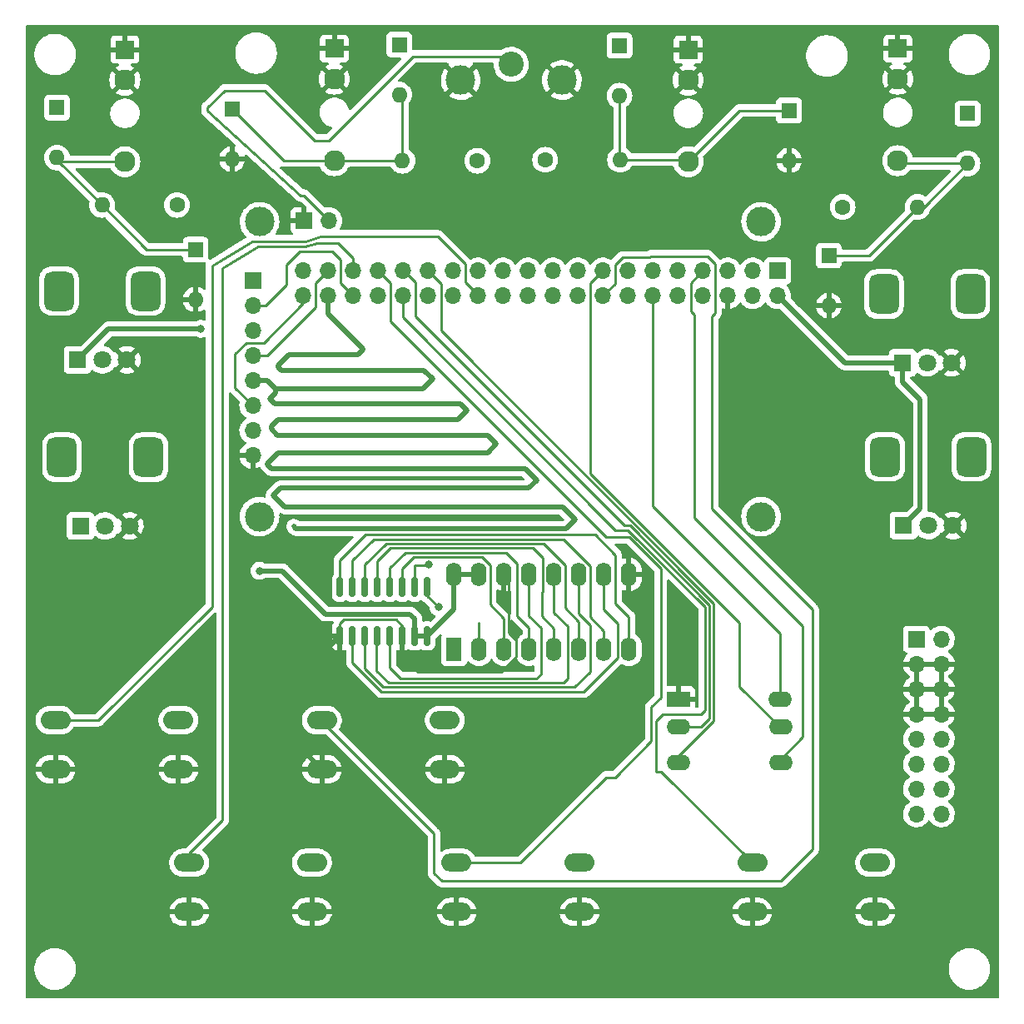
<source format=gtl>
G04 #@! TF.GenerationSoftware,KiCad,Pcbnew,6.0.7*
G04 #@! TF.CreationDate,2023-08-31T11:58:30+12:00*
G04 #@! TF.ProjectId,recurBOY,72656375-7242-44f5-992e-6b696361645f,v0_7_2*
G04 #@! TF.SameCoordinates,Original*
G04 #@! TF.FileFunction,Copper,L1,Top*
G04 #@! TF.FilePolarity,Positive*
%FSLAX46Y46*%
G04 Gerber Fmt 4.6, Leading zero omitted, Abs format (unit mm)*
G04 Created by KiCad (PCBNEW 6.0.7) date 2023-08-31 11:58:30*
%MOMM*%
%LPD*%
G01*
G04 APERTURE LIST*
G04 Aperture macros list*
%AMRoundRect*
0 Rectangle with rounded corners*
0 $1 Rounding radius*
0 $2 $3 $4 $5 $6 $7 $8 $9 X,Y pos of 4 corners*
0 Add a 4 corners polygon primitive as box body*
4,1,4,$2,$3,$4,$5,$6,$7,$8,$9,$2,$3,0*
0 Add four circle primitives for the rounded corners*
1,1,$1+$1,$2,$3*
1,1,$1+$1,$4,$5*
1,1,$1+$1,$6,$7*
1,1,$1+$1,$8,$9*
0 Add four rect primitives between the rounded corners*
20,1,$1+$1,$2,$3,$4,$5,0*
20,1,$1+$1,$4,$5,$6,$7,0*
20,1,$1+$1,$6,$7,$8,$9,0*
20,1,$1+$1,$8,$9,$2,$3,0*%
G04 Aperture macros list end*
G04 #@! TA.AperFunction,ComponentPad*
%ADD10R,1.600000X1.600000*%
G04 #@! TD*
G04 #@! TA.AperFunction,ComponentPad*
%ADD11O,1.600000X1.600000*%
G04 #@! TD*
G04 #@! TA.AperFunction,ComponentPad*
%ADD12R,1.930000X1.830000*%
G04 #@! TD*
G04 #@! TA.AperFunction,ComponentPad*
%ADD13C,2.130000*%
G04 #@! TD*
G04 #@! TA.AperFunction,WasherPad*
%ADD14C,3.000000*%
G04 #@! TD*
G04 #@! TA.AperFunction,ComponentPad*
%ADD15R,1.700000X1.700000*%
G04 #@! TD*
G04 #@! TA.AperFunction,ComponentPad*
%ADD16O,1.700000X1.700000*%
G04 #@! TD*
G04 #@! TA.AperFunction,ComponentPad*
%ADD17R,2.400000X1.600000*%
G04 #@! TD*
G04 #@! TA.AperFunction,ComponentPad*
%ADD18O,2.400000X1.600000*%
G04 #@! TD*
G04 #@! TA.AperFunction,ComponentPad*
%ADD19C,1.600000*%
G04 #@! TD*
G04 #@! TA.AperFunction,WasherPad*
%ADD20RoundRect,0.750000X0.750000X-1.250000X0.750000X1.250000X-0.750000X1.250000X-0.750000X-1.250000X0*%
G04 #@! TD*
G04 #@! TA.AperFunction,ComponentPad*
%ADD21R,1.800000X1.800000*%
G04 #@! TD*
G04 #@! TA.AperFunction,ComponentPad*
%ADD22C,1.800000*%
G04 #@! TD*
G04 #@! TA.AperFunction,ComponentPad*
%ADD23R,1.600000X2.400000*%
G04 #@! TD*
G04 #@! TA.AperFunction,SMDPad,CuDef*
%ADD24RoundRect,0.150000X-0.150000X0.825000X-0.150000X-0.825000X0.150000X-0.825000X0.150000X0.825000X0*%
G04 #@! TD*
G04 #@! TA.AperFunction,ComponentPad*
%ADD25O,1.600000X2.400000*%
G04 #@! TD*
G04 #@! TA.AperFunction,ComponentPad*
%ADD26C,2.550000*%
G04 #@! TD*
G04 #@! TA.AperFunction,ComponentPad*
%ADD27C,3.000000*%
G04 #@! TD*
G04 #@! TA.AperFunction,ComponentPad*
%ADD28O,3.048000X1.850000*%
G04 #@! TD*
G04 #@! TA.AperFunction,ViaPad*
%ADD29C,0.800000*%
G04 #@! TD*
G04 #@! TA.AperFunction,Conductor*
%ADD30C,0.250000*%
G04 #@! TD*
G04 #@! TA.AperFunction,Conductor*
%ADD31C,0.500000*%
G04 #@! TD*
G04 APERTURE END LIST*
D10*
X108700000Y-43900000D03*
D11*
X108700000Y-48980000D03*
D10*
X122800000Y-58350000D03*
D11*
X122800000Y-63430000D03*
D10*
X143500000Y-37500000D03*
D11*
X143500000Y-42580000D03*
D10*
X126500000Y-44050000D03*
D11*
X126500000Y-49130000D03*
D10*
X165900000Y-37600000D03*
D11*
X165900000Y-42680000D03*
D10*
X183150000Y-44200000D03*
D11*
X183150000Y-49280000D03*
D10*
X201300000Y-44500000D03*
D11*
X201300000Y-49580000D03*
D10*
X187200000Y-58950000D03*
D11*
X187200000Y-64030000D03*
D12*
X115600000Y-38000000D03*
D13*
X115600000Y-49400000D03*
X115600000Y-41100000D03*
D12*
X136900000Y-37900000D03*
D13*
X136900000Y-49300000D03*
X136900000Y-41000000D03*
D12*
X172900000Y-38000000D03*
D13*
X172900000Y-49400000D03*
X172900000Y-41100000D03*
D12*
X194200000Y-37900000D03*
D13*
X194200000Y-49300000D03*
X194200000Y-41000000D03*
D14*
X180300000Y-55500000D03*
X129300000Y-55500000D03*
X180300000Y-85500000D03*
X129300000Y-85500000D03*
D15*
X128600000Y-61500000D03*
D16*
X128600000Y-64040000D03*
X128600000Y-66580000D03*
X128600000Y-69120000D03*
X128600000Y-71660000D03*
X128600000Y-74200000D03*
X128600000Y-76740000D03*
X128600000Y-79280000D03*
D15*
X133800000Y-55400000D03*
D16*
X136340000Y-55400000D03*
D15*
X182000000Y-60500000D03*
D16*
X182000000Y-63040000D03*
X179460000Y-60500000D03*
X179460000Y-63040000D03*
X176920000Y-60500000D03*
X176920000Y-63040000D03*
X174380000Y-60500000D03*
X174380000Y-63040000D03*
X171840000Y-60500000D03*
X171840000Y-63040000D03*
X169300000Y-60500000D03*
X169300000Y-63040000D03*
X166760000Y-60500000D03*
X166760000Y-63040000D03*
X164220000Y-60500000D03*
X164220000Y-63040000D03*
X161680000Y-60500000D03*
X161680000Y-63040000D03*
X159140000Y-60500000D03*
X159140000Y-63040000D03*
X156600000Y-60500000D03*
X156600000Y-63040000D03*
X154060000Y-60500000D03*
X154060000Y-63040000D03*
X151520000Y-60500000D03*
X151520000Y-63040000D03*
X148980000Y-60500000D03*
X148980000Y-63040000D03*
X146440000Y-60500000D03*
X146440000Y-63040000D03*
X143900000Y-60500000D03*
X143900000Y-63040000D03*
X141360000Y-60500000D03*
X141360000Y-63040000D03*
X138820000Y-60500000D03*
X138820000Y-63040000D03*
X136280000Y-60500000D03*
X136280000Y-63040000D03*
X133740000Y-60500000D03*
X133740000Y-63040000D03*
D17*
X171900000Y-104050000D03*
D18*
X171900000Y-106850000D03*
X171900000Y-110550000D03*
X182270000Y-104050000D03*
X182300000Y-106850000D03*
X182300000Y-110550000D03*
D15*
X196100000Y-97950000D03*
D16*
X198640000Y-97950000D03*
X196100000Y-100490000D03*
X198640000Y-100490000D03*
X196100000Y-103030000D03*
X198640000Y-103030000D03*
X196100000Y-105570000D03*
X198640000Y-105570000D03*
X196100000Y-108110000D03*
X198640000Y-108110000D03*
X196100000Y-110650000D03*
X198640000Y-110650000D03*
X196100000Y-113190000D03*
X198640000Y-113190000D03*
X196100000Y-115730000D03*
X198640000Y-115730000D03*
D19*
X120900000Y-53800000D03*
D11*
X113280000Y-53800000D03*
D19*
X151450000Y-49300000D03*
D11*
X143830000Y-49300000D03*
D19*
X158350000Y-49200000D03*
D11*
X165970000Y-49200000D03*
D19*
X188600000Y-54000000D03*
D11*
X196220000Y-54000000D03*
D20*
X108900000Y-62550000D03*
X117700000Y-62550000D03*
D21*
X110800000Y-69550000D03*
D22*
X113300000Y-69550000D03*
X115800000Y-69550000D03*
D20*
X118000000Y-79450000D03*
X109200000Y-79450000D03*
D21*
X111100000Y-86450000D03*
D22*
X113600000Y-86450000D03*
X116100000Y-86450000D03*
D20*
X201600000Y-62850000D03*
X192800000Y-62850000D03*
D21*
X194700000Y-69850000D03*
D22*
X197200000Y-69850000D03*
X199700000Y-69850000D03*
D20*
X201700000Y-79400000D03*
X192900000Y-79400000D03*
D21*
X194800000Y-86400000D03*
D22*
X197300000Y-86400000D03*
X199800000Y-86400000D03*
D23*
X149081250Y-99000000D03*
D24*
X146363750Y-92687500D03*
X145093750Y-92687500D03*
D25*
X151621250Y-99000000D03*
X154161250Y-99000000D03*
D24*
X143823750Y-92687500D03*
X142553750Y-92687500D03*
D25*
X156701250Y-99000000D03*
D24*
X141283750Y-92687500D03*
D25*
X159241250Y-99000000D03*
X161781250Y-99000000D03*
D24*
X140013750Y-92687500D03*
D25*
X164321250Y-99000000D03*
D24*
X138743750Y-92687500D03*
X137473750Y-92687500D03*
D25*
X166861250Y-99000000D03*
X166861250Y-91380000D03*
D24*
X137473750Y-97637500D03*
D25*
X164321250Y-91380000D03*
D24*
X138743750Y-97637500D03*
X140013750Y-97637500D03*
D25*
X161781250Y-91380000D03*
X159241250Y-91380000D03*
D24*
X141283750Y-97637500D03*
X142553750Y-97637500D03*
D25*
X156701250Y-91380000D03*
D24*
X143823750Y-97637500D03*
D25*
X154161250Y-91380000D03*
D24*
X145093750Y-97637500D03*
D25*
X151621250Y-91380000D03*
D24*
X146363750Y-97637500D03*
D25*
X149081250Y-91380000D03*
D26*
X154900000Y-39500000D03*
D27*
X149750000Y-41100000D03*
X160050000Y-41100000D03*
D28*
X191900000Y-125700000D03*
X179400000Y-125700000D03*
X191900000Y-120700000D03*
X179400000Y-120700000D03*
X121040000Y-111200000D03*
X108540000Y-111200000D03*
X121040000Y-106200000D03*
X108540000Y-106200000D03*
X122140000Y-125700000D03*
X134640000Y-125700000D03*
X122140000Y-120700000D03*
X134640000Y-120700000D03*
X135640000Y-111200000D03*
X148140000Y-111200000D03*
X135640000Y-106200000D03*
X148140000Y-106200000D03*
X161840000Y-125700000D03*
X149340000Y-125700000D03*
X161840000Y-120700000D03*
X149340000Y-120700000D03*
D29*
X147500000Y-94700000D03*
X146500000Y-90400000D03*
X123300000Y-66400000D03*
X129300000Y-91000000D03*
D30*
X154161250Y-91380000D02*
X154627240Y-91845990D01*
X154627240Y-91845990D02*
X154627240Y-97327240D01*
X154627240Y-97327240D02*
X155400000Y-98100000D01*
X155400000Y-98100000D02*
X155400000Y-99800000D01*
X155400000Y-99800000D02*
X153900000Y-101300000D01*
X153900000Y-101300000D02*
X145400000Y-101300000D01*
X145400000Y-101300000D02*
X143823750Y-99723750D01*
X143823750Y-99723750D02*
X143823750Y-97637500D01*
D31*
X135640000Y-111200000D02*
X132900000Y-108460000D01*
X132900000Y-108460000D02*
X132900000Y-102211250D01*
X132900000Y-102211250D02*
X137473750Y-97637500D01*
D30*
X143823750Y-97637500D02*
X143823750Y-96623750D01*
X137900000Y-95975000D02*
X137473750Y-96401250D01*
X143823750Y-96623750D02*
X143175000Y-95975000D01*
X143175000Y-95975000D02*
X137900000Y-95975000D01*
X137473750Y-96401250D02*
X137473750Y-97637500D01*
X146363750Y-93563750D02*
X147500000Y-94700000D01*
X146363750Y-92687500D02*
X146363750Y-93563750D01*
D31*
X136000000Y-95400000D02*
X144600000Y-95400000D01*
X145093750Y-95893750D02*
X145093750Y-97637500D01*
X129300000Y-91000000D02*
X131600000Y-91000000D01*
X131600000Y-91000000D02*
X136000000Y-95400000D01*
X144600000Y-95400000D02*
X145093750Y-95893750D01*
X146363750Y-97637500D02*
X145093750Y-97637500D01*
X149081250Y-91380000D02*
X149081250Y-94920000D01*
X149081250Y-94920000D02*
X146363750Y-97637500D01*
X151621250Y-91380000D02*
X149081250Y-91380000D01*
D30*
X146493750Y-90406250D02*
X146500000Y-90400000D01*
X145093750Y-90406250D02*
X146493750Y-90406250D01*
X166861250Y-99000000D02*
X166861250Y-95661250D01*
X166861250Y-95661250D02*
X165500000Y-94300000D01*
X165500000Y-94300000D02*
X165500000Y-89400000D01*
X165500000Y-89400000D02*
X163400000Y-87300000D01*
X137473750Y-89926250D02*
X137473750Y-92687500D01*
X163400000Y-87300000D02*
X140100000Y-87300000D01*
X140100000Y-87300000D02*
X137473750Y-89926250D01*
X141360000Y-60500000D02*
X142600000Y-61740000D01*
X155850000Y-120700000D02*
X149340000Y-120700000D01*
X142600000Y-61740000D02*
X142600000Y-65650000D01*
X142600000Y-65650000D02*
X164550000Y-87600000D01*
X164550000Y-87600000D02*
X166890812Y-87600000D01*
X170100000Y-90809188D02*
X170100000Y-103900000D01*
X166890812Y-87600000D02*
X170100000Y-90809188D01*
X170100000Y-103900000D02*
X169150000Y-104850000D01*
X169150000Y-104850000D02*
X169150000Y-108300000D01*
X165450000Y-112000000D02*
X164550000Y-112000000D01*
X169150000Y-108300000D02*
X165450000Y-112000000D01*
X164550000Y-112000000D02*
X155850000Y-120700000D01*
X143900000Y-63040000D02*
X143900000Y-65250000D01*
X174200000Y-105600000D02*
X170300000Y-105600000D01*
X143900000Y-65250000D02*
X165500000Y-86850000D01*
X165500000Y-86850000D02*
X166777208Y-86850000D01*
X166777208Y-86850000D02*
X174600000Y-94672792D01*
X174600000Y-94672792D02*
X174600000Y-105200000D01*
X174600000Y-105200000D02*
X174200000Y-105600000D01*
X170300000Y-105600000D02*
X169600000Y-106300000D01*
X169600000Y-106300000D02*
X169600000Y-106450000D01*
X182200000Y-106850000D02*
X178125000Y-102775000D01*
X164220000Y-60500000D02*
X162950000Y-61770000D01*
X162950000Y-61770000D02*
X162950000Y-81113604D01*
X162950000Y-81113604D02*
X178125000Y-96288604D01*
X178125000Y-96288604D02*
X178125000Y-102775000D01*
X143900000Y-60500000D02*
X144000000Y-60500000D01*
X174200000Y-106900000D02*
X174150000Y-106850000D01*
X144000000Y-60500000D02*
X145150000Y-61650000D01*
X145150000Y-61650000D02*
X145150000Y-65150000D01*
X145150000Y-65150000D02*
X166400000Y-86400000D01*
X175050000Y-106050000D02*
X174200000Y-106900000D01*
X174150000Y-106850000D02*
X171900000Y-106850000D01*
X166400000Y-86400000D02*
X166963604Y-86400000D01*
X166963604Y-86400000D02*
X175050000Y-94486396D01*
X175050000Y-94486396D02*
X175050000Y-106050000D01*
X171900000Y-110550000D02*
X171900000Y-109850000D01*
X175500000Y-94300000D02*
X147800000Y-66600000D01*
X171900000Y-109850000D02*
X175500000Y-106250000D01*
X175500000Y-106250000D02*
X175500000Y-94300000D01*
X147800000Y-66600000D02*
X147800000Y-61860000D01*
X147800000Y-61860000D02*
X146440000Y-60500000D01*
X156701250Y-91380000D02*
X156701250Y-95601250D01*
X156701250Y-95601250D02*
X157900000Y-96800000D01*
X157900000Y-96800000D02*
X157900000Y-101500000D01*
X157900000Y-101500000D02*
X157450000Y-101950000D01*
X157450000Y-101950000D02*
X143650000Y-101950000D01*
X143650000Y-101950000D02*
X142553750Y-100853750D01*
X142553750Y-100853750D02*
X142553750Y-97637500D01*
X159241250Y-91380000D02*
X159241250Y-95241250D01*
X159241250Y-95241250D02*
X160656250Y-96656250D01*
X160656250Y-96656250D02*
X160656250Y-101943750D01*
X160656250Y-101943750D02*
X160200000Y-102400000D01*
X160200000Y-102400000D02*
X142400000Y-102400000D01*
X142400000Y-102400000D02*
X141200000Y-101200000D01*
X141200000Y-101200000D02*
X141200000Y-97721250D01*
X141200000Y-97721250D02*
X141283750Y-97637500D01*
X161781250Y-91380000D02*
X161781250Y-95381250D01*
X161781250Y-95381250D02*
X162906250Y-96506250D01*
X162906250Y-101293750D02*
X161350000Y-102850000D01*
X161350000Y-102850000D02*
X141886396Y-102850000D01*
X162906250Y-96506250D02*
X162906250Y-101293750D01*
X141886396Y-102850000D02*
X140013750Y-100977354D01*
X140013750Y-100977354D02*
X140013750Y-97637500D01*
X145093750Y-92687500D02*
X145093750Y-90406250D01*
X151621250Y-96321250D02*
X151621250Y-99000000D01*
X154161250Y-99000000D02*
X154161250Y-95861250D01*
X143823750Y-90776250D02*
X143823750Y-92687500D01*
X154161250Y-95861250D02*
X152746250Y-94446250D01*
X152746250Y-94446250D02*
X152746250Y-90446250D01*
X152746250Y-90446250D02*
X151900000Y-89600000D01*
X151900000Y-89600000D02*
X145000000Y-89600000D01*
X145000000Y-89600000D02*
X143823750Y-90776250D01*
X154400000Y-89150000D02*
X144100000Y-89150000D01*
X156701250Y-96801250D02*
X155500000Y-95600000D01*
X156701250Y-99000000D02*
X156701250Y-96801250D01*
X155500000Y-95600000D02*
X155500000Y-90250000D01*
X144100000Y-89150000D02*
X142553750Y-90696250D01*
X155500000Y-90250000D02*
X154400000Y-89150000D01*
X142553750Y-90696250D02*
X142553750Y-92687500D01*
X159241250Y-99000000D02*
X159241250Y-96841250D01*
X142600000Y-88700000D02*
X141283750Y-90016250D01*
X159241250Y-96841250D02*
X158000000Y-95600000D01*
X157100000Y-88700000D02*
X142600000Y-88700000D01*
X158000000Y-95600000D02*
X158000000Y-93200000D01*
X141283750Y-90016250D02*
X141283750Y-92687500D01*
X158000000Y-93200000D02*
X158100000Y-93100000D01*
X158100000Y-93100000D02*
X158100000Y-89700000D01*
X158100000Y-89700000D02*
X157100000Y-88700000D01*
X161781250Y-99000000D02*
X161781250Y-96181250D01*
X161781250Y-96181250D02*
X160366250Y-94766250D01*
X160366250Y-94766250D02*
X160366250Y-90466250D01*
X160366250Y-90466250D02*
X158150000Y-88250000D01*
X142150000Y-88250000D02*
X140013750Y-90386250D01*
X158150000Y-88250000D02*
X142150000Y-88250000D01*
X140013750Y-90386250D02*
X140013750Y-92687500D01*
X164321250Y-99000000D02*
X164321250Y-97121250D01*
X164321250Y-97121250D02*
X162906250Y-95706250D01*
X162906250Y-95706250D02*
X162906250Y-90506250D01*
X162906250Y-90506250D02*
X160200000Y-87800000D01*
X160200000Y-87800000D02*
X140900000Y-87800000D01*
X140900000Y-87800000D02*
X138743750Y-89956250D01*
X138743750Y-89956250D02*
X138743750Y-92687500D01*
X164321250Y-91380000D02*
X164321250Y-94921250D01*
X164321250Y-94921250D02*
X165736250Y-96336250D01*
X165736250Y-96336250D02*
X165736250Y-99833602D01*
X141700000Y-103300000D02*
X138743750Y-100343750D01*
X165736250Y-99833602D02*
X162269852Y-103300000D01*
X162269852Y-103300000D02*
X141700000Y-103300000D01*
X138743750Y-100343750D02*
X138743750Y-97637500D01*
D31*
X188810000Y-69850000D02*
X194700000Y-69850000D01*
X123300000Y-66400000D02*
X113950000Y-66400000D01*
X113950000Y-66400000D02*
X110800000Y-69550000D01*
X196500000Y-73600000D02*
X194700000Y-71800000D01*
X196500000Y-84700000D02*
X194800000Y-86400000D01*
X196500000Y-84700000D02*
X196500000Y-73600000D01*
X182000000Y-63040000D02*
X188810000Y-69850000D01*
X194700000Y-71800000D02*
X194700000Y-69850000D01*
D30*
X108700000Y-49220000D02*
X113280000Y-53800000D01*
X117830000Y-58350000D02*
X113280000Y-53800000D01*
X109120000Y-49400000D02*
X108700000Y-48980000D01*
X108700000Y-48980000D02*
X108700000Y-49220000D01*
X115600000Y-49400000D02*
X109120000Y-49400000D01*
X122800000Y-58350000D02*
X117830000Y-58350000D01*
X143830000Y-42910000D02*
X143500000Y-42580000D01*
X131750000Y-49300000D02*
X126500000Y-44050000D01*
X143830000Y-49300000D02*
X136900000Y-49300000D01*
X136900000Y-49300000D02*
X131750000Y-49300000D01*
X143830000Y-49300000D02*
X143830000Y-42910000D01*
X165900000Y-49130000D02*
X165970000Y-49200000D01*
X178100000Y-44200000D02*
X172900000Y-49400000D01*
X165970000Y-49200000D02*
X173300000Y-49200000D01*
X165900000Y-42680000D02*
X165900000Y-49130000D01*
X183150000Y-44200000D02*
X178100000Y-44200000D01*
X191270000Y-58950000D02*
X196220000Y-54000000D01*
X196880000Y-54000000D02*
X201300000Y-49580000D01*
X194480000Y-49580000D02*
X194200000Y-49300000D01*
X196220000Y-54000000D02*
X196880000Y-54000000D01*
X201300000Y-49580000D02*
X194480000Y-49580000D01*
X187200000Y-58950000D02*
X191270000Y-58950000D01*
X129910000Y-64040000D02*
X132050000Y-61900000D01*
X132050000Y-61900000D02*
X132050000Y-59850000D01*
X132050000Y-59850000D02*
X133350000Y-58550000D01*
X133350000Y-58550000D02*
X136700000Y-58550000D01*
X136700000Y-58550000D02*
X137550000Y-59400000D01*
X137550000Y-59400000D02*
X137550000Y-61770000D01*
X137550000Y-61770000D02*
X138820000Y-63040000D01*
X128600000Y-64040000D02*
X129910000Y-64040000D01*
X130080000Y-69120000D02*
X135000000Y-64200000D01*
X135000000Y-64200000D02*
X135000000Y-61780000D01*
X135000000Y-61780000D02*
X136280000Y-60500000D01*
X128600000Y-69120000D02*
X130080000Y-69120000D01*
D31*
X152500000Y-77200000D02*
X153400000Y-78100000D01*
X130900000Y-72500000D02*
X130900000Y-72900000D01*
X130500000Y-80600000D02*
X156300000Y-80600000D01*
X146000000Y-70600000D02*
X146900000Y-71500000D01*
X149500000Y-75600000D02*
X131200000Y-75600000D01*
X139300000Y-69000000D02*
X132300000Y-69000000D01*
X145900000Y-72500000D02*
X130900000Y-72500000D01*
X160100000Y-84500000D02*
X161400000Y-85800000D01*
X131400000Y-82600000D02*
X130700000Y-83300000D01*
X133000000Y-86700000D02*
X132800000Y-86500000D01*
X130060000Y-71660000D02*
X128600000Y-71660000D01*
X132300000Y-69000000D02*
X131200000Y-70100000D01*
X149700000Y-74000000D02*
X150400000Y-74700000D01*
X130700000Y-83300000D02*
X131900000Y-84500000D01*
X130100000Y-80200000D02*
X130500000Y-80600000D01*
X152500000Y-79000000D02*
X131200000Y-79000000D01*
X131200000Y-75600000D02*
X130500000Y-76300000D01*
X131200000Y-70300000D02*
X131500000Y-70600000D01*
X136280000Y-64880000D02*
X139800000Y-68400000D01*
X130900000Y-72500000D02*
X130060000Y-71660000D01*
X156300000Y-80600000D02*
X157500000Y-81800000D01*
X131500000Y-70600000D02*
X146000000Y-70600000D01*
X130100000Y-80100000D02*
X130100000Y-80200000D01*
X130900000Y-72900000D02*
X130300000Y-73500000D01*
X160500000Y-86700000D02*
X133000000Y-86700000D01*
X130500000Y-76600000D02*
X131100000Y-77200000D01*
X161400000Y-85800000D02*
X160500000Y-86700000D01*
X153400000Y-78100000D02*
X152500000Y-79000000D01*
X130800000Y-74000000D02*
X149700000Y-74000000D01*
X146900000Y-71500000D02*
X145900000Y-72500000D01*
X131200000Y-70100000D02*
X131200000Y-70300000D01*
X131100000Y-77200000D02*
X152500000Y-77200000D01*
X157500000Y-81800000D02*
X156700000Y-82600000D01*
X156700000Y-82600000D02*
X131400000Y-82600000D01*
X130500000Y-76300000D02*
X130500000Y-76600000D01*
X131900000Y-84500000D02*
X160100000Y-84500000D01*
X139800000Y-68500000D02*
X139300000Y-69000000D01*
X130300000Y-73500000D02*
X130800000Y-74000000D01*
X136280000Y-63040000D02*
X136280000Y-64880000D01*
X150400000Y-74700000D02*
X149500000Y-75600000D01*
X139800000Y-68400000D02*
X139800000Y-68500000D01*
X131200000Y-79000000D02*
X130100000Y-80100000D01*
D30*
X133740000Y-63760000D02*
X129700000Y-67800000D01*
X129700000Y-67800000D02*
X127950000Y-67800000D01*
X127950000Y-67800000D02*
X126800000Y-68950000D01*
X126800000Y-68950000D02*
X126800000Y-72400000D01*
X126800000Y-72400000D02*
X128600000Y-74200000D01*
X133740000Y-63040000D02*
X133740000Y-63760000D01*
X182300000Y-110150000D02*
X184550000Y-107900000D01*
X184550000Y-107900000D02*
X184550000Y-96650000D01*
X184550000Y-96650000D02*
X173500000Y-85600000D01*
X173500000Y-85600000D02*
X173500000Y-65000000D01*
X173500000Y-65000000D02*
X173150000Y-64650000D01*
X173150000Y-64650000D02*
X173150000Y-61730000D01*
X173150000Y-61730000D02*
X174380000Y-60500000D01*
X182300000Y-110550000D02*
X182300000Y-110150000D01*
X182270000Y-97420000D02*
X169300000Y-84450000D01*
X169300000Y-84450000D02*
X169300000Y-63040000D01*
X182270000Y-104050000D02*
X182270000Y-97420000D01*
X182300000Y-106850000D02*
X182200000Y-106850000D01*
X175300000Y-84700000D02*
X175300000Y-65150000D01*
X175300000Y-65150000D02*
X175650000Y-64800000D01*
X147850000Y-122550000D02*
X182350000Y-122550000D01*
X175650000Y-64800000D02*
X175650000Y-59800000D01*
X185550000Y-119350000D02*
X185550000Y-94950000D01*
X147050000Y-121750000D02*
X147850000Y-122550000D01*
X168950000Y-59150000D02*
X166200000Y-59150000D01*
X169100000Y-59000000D02*
X168950000Y-59150000D01*
X185550000Y-94950000D02*
X175300000Y-84700000D01*
X135640000Y-106340000D02*
X135640000Y-106200000D01*
X166200000Y-59150000D02*
X165450000Y-59900000D01*
X174850000Y-59000000D02*
X169100000Y-59000000D01*
X182350000Y-122550000D02*
X185550000Y-119350000D01*
X147050000Y-117750000D02*
X147050000Y-121750000D01*
X147050000Y-117750000D02*
X135640000Y-106340000D01*
X165450000Y-61810000D02*
X164220000Y-63040000D01*
X175650000Y-59800000D02*
X174850000Y-59000000D01*
X165450000Y-59900000D02*
X165450000Y-61810000D01*
X138820000Y-59220000D02*
X138820000Y-60500000D01*
X133900000Y-58050000D02*
X135150000Y-57700000D01*
X137300000Y-57700000D02*
X138820000Y-59220000D01*
X125550000Y-116350000D02*
X125550000Y-60250000D01*
X129150000Y-58050000D02*
X133900000Y-58050000D01*
X122140000Y-119760000D02*
X122140000Y-120700000D01*
X125550000Y-116350000D02*
X122140000Y-119760000D01*
X125550000Y-60250000D02*
X129150000Y-58050000D01*
X135150000Y-57700000D02*
X137300000Y-57700000D01*
X134000000Y-57500000D02*
X128550000Y-57500000D01*
X151520000Y-62970000D02*
X150250000Y-61700000D01*
X124450000Y-60000000D02*
X124450000Y-94650000D01*
X150250000Y-61700000D02*
X150250000Y-59800000D01*
X128550000Y-57500000D02*
X124450000Y-60000000D01*
X124450000Y-94650000D02*
X112900000Y-106200000D01*
X112900000Y-106200000D02*
X108540000Y-106200000D01*
X151520000Y-63040000D02*
X151520000Y-62970000D01*
X150250000Y-59800000D02*
X147450000Y-57000000D01*
X135500000Y-57000000D02*
X134000000Y-57500000D01*
X147450000Y-57000000D02*
X135500000Y-57000000D01*
X171900000Y-106850000D02*
X171750000Y-106850000D01*
X169600000Y-111450000D02*
X169600000Y-106450000D01*
X170150000Y-111450000D02*
X179400000Y-120700000D01*
X169600000Y-111450000D02*
X170150000Y-111450000D01*
X136340000Y-55400000D02*
X133790000Y-52850000D01*
X125750000Y-42150000D02*
X129800000Y-42150000D01*
X124000000Y-44250000D02*
X124000000Y-43900000D01*
X144878513Y-38700000D02*
X144900000Y-38700000D01*
X136328513Y-47250000D02*
X144878513Y-38700000D01*
X124000000Y-43900000D02*
X125750000Y-42150000D01*
X144900000Y-38700000D02*
X154100000Y-38700000D01*
X129800000Y-42150000D02*
X134900000Y-47250000D01*
X154100000Y-38700000D02*
X154900000Y-39500000D01*
X134900000Y-47250000D02*
X136328513Y-47250000D01*
X133500000Y-52850000D02*
X124000000Y-44250000D01*
X133790000Y-52850000D02*
X133500000Y-52850000D01*
G04 #@! TA.AperFunction,Conductor*
G36*
X204433621Y-35528502D02*
G01*
X204480114Y-35582158D01*
X204491500Y-35634500D01*
X204491500Y-134365500D01*
X204471498Y-134433621D01*
X204417842Y-134480114D01*
X204365500Y-134491500D01*
X105634500Y-134491500D01*
X105566379Y-134471498D01*
X105519886Y-134417842D01*
X105508500Y-134365500D01*
X105508500Y-131632703D01*
X106390743Y-131632703D01*
X106428268Y-131917734D01*
X106504129Y-132195036D01*
X106616923Y-132459476D01*
X106764561Y-132706161D01*
X106944313Y-132930528D01*
X107152851Y-133128423D01*
X107386317Y-133296186D01*
X107390112Y-133298195D01*
X107390113Y-133298196D01*
X107411869Y-133309715D01*
X107640392Y-133430712D01*
X107910373Y-133529511D01*
X108191264Y-133590755D01*
X108219841Y-133593004D01*
X108414282Y-133608307D01*
X108414291Y-133608307D01*
X108416739Y-133608500D01*
X108572271Y-133608500D01*
X108574407Y-133608354D01*
X108574418Y-133608354D01*
X108782548Y-133594165D01*
X108782554Y-133594164D01*
X108786825Y-133593873D01*
X108791020Y-133593004D01*
X108791022Y-133593004D01*
X108927583Y-133564724D01*
X109068342Y-133535574D01*
X109339343Y-133439607D01*
X109594812Y-133307750D01*
X109598313Y-133305289D01*
X109598317Y-133305287D01*
X109712417Y-133225096D01*
X109830023Y-133142441D01*
X110040622Y-132946740D01*
X110222713Y-132724268D01*
X110372927Y-132479142D01*
X110488483Y-132215898D01*
X110567244Y-131939406D01*
X110607751Y-131654784D01*
X110607845Y-131636951D01*
X110607867Y-131632703D01*
X199390743Y-131632703D01*
X199428268Y-131917734D01*
X199504129Y-132195036D01*
X199616923Y-132459476D01*
X199764561Y-132706161D01*
X199944313Y-132930528D01*
X200152851Y-133128423D01*
X200386317Y-133296186D01*
X200390112Y-133298195D01*
X200390113Y-133298196D01*
X200411869Y-133309715D01*
X200640392Y-133430712D01*
X200910373Y-133529511D01*
X201191264Y-133590755D01*
X201219841Y-133593004D01*
X201414282Y-133608307D01*
X201414291Y-133608307D01*
X201416739Y-133608500D01*
X201572271Y-133608500D01*
X201574407Y-133608354D01*
X201574418Y-133608354D01*
X201782548Y-133594165D01*
X201782554Y-133594164D01*
X201786825Y-133593873D01*
X201791020Y-133593004D01*
X201791022Y-133593004D01*
X201927583Y-133564724D01*
X202068342Y-133535574D01*
X202339343Y-133439607D01*
X202594812Y-133307750D01*
X202598313Y-133305289D01*
X202598317Y-133305287D01*
X202712417Y-133225096D01*
X202830023Y-133142441D01*
X203040622Y-132946740D01*
X203222713Y-132724268D01*
X203372927Y-132479142D01*
X203488483Y-132215898D01*
X203567244Y-131939406D01*
X203607751Y-131654784D01*
X203607845Y-131636951D01*
X203609235Y-131371583D01*
X203609235Y-131371576D01*
X203609257Y-131367297D01*
X203571732Y-131082266D01*
X203495871Y-130804964D01*
X203383077Y-130540524D01*
X203235439Y-130293839D01*
X203055687Y-130069472D01*
X202847149Y-129871577D01*
X202613683Y-129703814D01*
X202591843Y-129692250D01*
X202568654Y-129679972D01*
X202359608Y-129569288D01*
X202089627Y-129470489D01*
X201808736Y-129409245D01*
X201777685Y-129406801D01*
X201585718Y-129391693D01*
X201585709Y-129391693D01*
X201583261Y-129391500D01*
X201427729Y-129391500D01*
X201425593Y-129391646D01*
X201425582Y-129391646D01*
X201217452Y-129405835D01*
X201217446Y-129405836D01*
X201213175Y-129406127D01*
X201208980Y-129406996D01*
X201208978Y-129406996D01*
X201072417Y-129435276D01*
X200931658Y-129464426D01*
X200660657Y-129560393D01*
X200405188Y-129692250D01*
X200401687Y-129694711D01*
X200401683Y-129694713D01*
X200391594Y-129701804D01*
X200169977Y-129857559D01*
X199959378Y-130053260D01*
X199777287Y-130275732D01*
X199627073Y-130520858D01*
X199511517Y-130784102D01*
X199432756Y-131060594D01*
X199392249Y-131345216D01*
X199392227Y-131349505D01*
X199392226Y-131349512D01*
X199390765Y-131628417D01*
X199390743Y-131632703D01*
X110607867Y-131632703D01*
X110609235Y-131371583D01*
X110609235Y-131371576D01*
X110609257Y-131367297D01*
X110571732Y-131082266D01*
X110495871Y-130804964D01*
X110383077Y-130540524D01*
X110235439Y-130293839D01*
X110055687Y-130069472D01*
X109847149Y-129871577D01*
X109613683Y-129703814D01*
X109591843Y-129692250D01*
X109568654Y-129679972D01*
X109359608Y-129569288D01*
X109089627Y-129470489D01*
X108808736Y-129409245D01*
X108777685Y-129406801D01*
X108585718Y-129391693D01*
X108585709Y-129391693D01*
X108583261Y-129391500D01*
X108427729Y-129391500D01*
X108425593Y-129391646D01*
X108425582Y-129391646D01*
X108217452Y-129405835D01*
X108217446Y-129405836D01*
X108213175Y-129406127D01*
X108208980Y-129406996D01*
X108208978Y-129406996D01*
X108072417Y-129435276D01*
X107931658Y-129464426D01*
X107660657Y-129560393D01*
X107405188Y-129692250D01*
X107401687Y-129694711D01*
X107401683Y-129694713D01*
X107391594Y-129701804D01*
X107169977Y-129857559D01*
X106959378Y-130053260D01*
X106777287Y-130275732D01*
X106627073Y-130520858D01*
X106511517Y-130784102D01*
X106432756Y-131060594D01*
X106392249Y-131345216D01*
X106392227Y-131349505D01*
X106392226Y-131349512D01*
X106390765Y-131628417D01*
X106390743Y-131632703D01*
X105508500Y-131632703D01*
X105508500Y-125972194D01*
X120132895Y-125972194D01*
X120141453Y-126028121D01*
X120143841Y-126038146D01*
X120213836Y-126252295D01*
X120217833Y-126261804D01*
X120321861Y-126461640D01*
X120327355Y-126470365D01*
X120462628Y-126650532D01*
X120469471Y-126658239D01*
X120632356Y-126813896D01*
X120640362Y-126820379D01*
X120826485Y-126947343D01*
X120835444Y-126952432D01*
X121039807Y-127047294D01*
X121049475Y-127050851D01*
X121266580Y-127111060D01*
X121276699Y-127112991D01*
X121460595Y-127132644D01*
X121467287Y-127133000D01*
X121867885Y-127133000D01*
X121883124Y-127128525D01*
X121884329Y-127127135D01*
X121886000Y-127119452D01*
X121886000Y-127114885D01*
X122394000Y-127114885D01*
X122398475Y-127130124D01*
X122399865Y-127131329D01*
X122407548Y-127133000D01*
X122796145Y-127133000D01*
X122801318Y-127132788D01*
X122968687Y-127119027D01*
X122978867Y-127117342D01*
X123197377Y-127062456D01*
X123207128Y-127059136D01*
X123413749Y-126969296D01*
X123422824Y-126964430D01*
X123611990Y-126842052D01*
X123620161Y-126835760D01*
X123786800Y-126684131D01*
X123793825Y-126676598D01*
X123933466Y-126499782D01*
X123939162Y-126491209D01*
X124048052Y-126293955D01*
X124052273Y-126284560D01*
X124127481Y-126072180D01*
X124130113Y-126062217D01*
X124146148Y-125972194D01*
X132632895Y-125972194D01*
X132641453Y-126028121D01*
X132643841Y-126038146D01*
X132713836Y-126252295D01*
X132717833Y-126261804D01*
X132821861Y-126461640D01*
X132827355Y-126470365D01*
X132962628Y-126650532D01*
X132969471Y-126658239D01*
X133132356Y-126813896D01*
X133140362Y-126820379D01*
X133326485Y-126947343D01*
X133335444Y-126952432D01*
X133539807Y-127047294D01*
X133549475Y-127050851D01*
X133766580Y-127111060D01*
X133776699Y-127112991D01*
X133960595Y-127132644D01*
X133967287Y-127133000D01*
X134367885Y-127133000D01*
X134383124Y-127128525D01*
X134384329Y-127127135D01*
X134386000Y-127119452D01*
X134386000Y-127114885D01*
X134894000Y-127114885D01*
X134898475Y-127130124D01*
X134899865Y-127131329D01*
X134907548Y-127133000D01*
X135296145Y-127133000D01*
X135301318Y-127132788D01*
X135468687Y-127119027D01*
X135478867Y-127117342D01*
X135697377Y-127062456D01*
X135707128Y-127059136D01*
X135913749Y-126969296D01*
X135922824Y-126964430D01*
X136111990Y-126842052D01*
X136120161Y-126835760D01*
X136286800Y-126684131D01*
X136293825Y-126676598D01*
X136433466Y-126499782D01*
X136439162Y-126491209D01*
X136548052Y-126293955D01*
X136552273Y-126284560D01*
X136627481Y-126072180D01*
X136630113Y-126062217D01*
X136646148Y-125972194D01*
X147332895Y-125972194D01*
X147341453Y-126028121D01*
X147343841Y-126038146D01*
X147413836Y-126252295D01*
X147417833Y-126261804D01*
X147521861Y-126461640D01*
X147527355Y-126470365D01*
X147662628Y-126650532D01*
X147669471Y-126658239D01*
X147832356Y-126813896D01*
X147840362Y-126820379D01*
X148026485Y-126947343D01*
X148035444Y-126952432D01*
X148239807Y-127047294D01*
X148249475Y-127050851D01*
X148466580Y-127111060D01*
X148476699Y-127112991D01*
X148660595Y-127132644D01*
X148667287Y-127133000D01*
X149067885Y-127133000D01*
X149083124Y-127128525D01*
X149084329Y-127127135D01*
X149086000Y-127119452D01*
X149086000Y-127114885D01*
X149594000Y-127114885D01*
X149598475Y-127130124D01*
X149599865Y-127131329D01*
X149607548Y-127133000D01*
X149996145Y-127133000D01*
X150001318Y-127132788D01*
X150168687Y-127119027D01*
X150178867Y-127117342D01*
X150397377Y-127062456D01*
X150407128Y-127059136D01*
X150613749Y-126969296D01*
X150622824Y-126964430D01*
X150811990Y-126842052D01*
X150820161Y-126835760D01*
X150986800Y-126684131D01*
X150993825Y-126676598D01*
X151133466Y-126499782D01*
X151139162Y-126491209D01*
X151248052Y-126293955D01*
X151252273Y-126284560D01*
X151327481Y-126072180D01*
X151330113Y-126062217D01*
X151346148Y-125972194D01*
X159832895Y-125972194D01*
X159841453Y-126028121D01*
X159843841Y-126038146D01*
X159913836Y-126252295D01*
X159917833Y-126261804D01*
X160021861Y-126461640D01*
X160027355Y-126470365D01*
X160162628Y-126650532D01*
X160169471Y-126658239D01*
X160332356Y-126813896D01*
X160340362Y-126820379D01*
X160526485Y-126947343D01*
X160535444Y-126952432D01*
X160739807Y-127047294D01*
X160749475Y-127050851D01*
X160966580Y-127111060D01*
X160976699Y-127112991D01*
X161160595Y-127132644D01*
X161167287Y-127133000D01*
X161567885Y-127133000D01*
X161583124Y-127128525D01*
X161584329Y-127127135D01*
X161586000Y-127119452D01*
X161586000Y-127114885D01*
X162094000Y-127114885D01*
X162098475Y-127130124D01*
X162099865Y-127131329D01*
X162107548Y-127133000D01*
X162496145Y-127133000D01*
X162501318Y-127132788D01*
X162668687Y-127119027D01*
X162678867Y-127117342D01*
X162897377Y-127062456D01*
X162907128Y-127059136D01*
X163113749Y-126969296D01*
X163122824Y-126964430D01*
X163311990Y-126842052D01*
X163320161Y-126835760D01*
X163486800Y-126684131D01*
X163493825Y-126676598D01*
X163633466Y-126499782D01*
X163639162Y-126491209D01*
X163748052Y-126293955D01*
X163752273Y-126284560D01*
X163827481Y-126072180D01*
X163830113Y-126062217D01*
X163846148Y-125972194D01*
X177392895Y-125972194D01*
X177401453Y-126028121D01*
X177403841Y-126038146D01*
X177473836Y-126252295D01*
X177477833Y-126261804D01*
X177581861Y-126461640D01*
X177587355Y-126470365D01*
X177722628Y-126650532D01*
X177729471Y-126658239D01*
X177892356Y-126813896D01*
X177900362Y-126820379D01*
X178086485Y-126947343D01*
X178095444Y-126952432D01*
X178299807Y-127047294D01*
X178309475Y-127050851D01*
X178526580Y-127111060D01*
X178536699Y-127112991D01*
X178720595Y-127132644D01*
X178727287Y-127133000D01*
X179127885Y-127133000D01*
X179143124Y-127128525D01*
X179144329Y-127127135D01*
X179146000Y-127119452D01*
X179146000Y-127114885D01*
X179654000Y-127114885D01*
X179658475Y-127130124D01*
X179659865Y-127131329D01*
X179667548Y-127133000D01*
X180056145Y-127133000D01*
X180061318Y-127132788D01*
X180228687Y-127119027D01*
X180238867Y-127117342D01*
X180457377Y-127062456D01*
X180467128Y-127059136D01*
X180673749Y-126969296D01*
X180682824Y-126964430D01*
X180871990Y-126842052D01*
X180880161Y-126835760D01*
X181046800Y-126684131D01*
X181053825Y-126676598D01*
X181193466Y-126499782D01*
X181199162Y-126491209D01*
X181308052Y-126293955D01*
X181312273Y-126284560D01*
X181387481Y-126072180D01*
X181390113Y-126062217D01*
X181406148Y-125972194D01*
X189892895Y-125972194D01*
X189901453Y-126028121D01*
X189903841Y-126038146D01*
X189973836Y-126252295D01*
X189977833Y-126261804D01*
X190081861Y-126461640D01*
X190087355Y-126470365D01*
X190222628Y-126650532D01*
X190229471Y-126658239D01*
X190392356Y-126813896D01*
X190400362Y-126820379D01*
X190586485Y-126947343D01*
X190595444Y-126952432D01*
X190799807Y-127047294D01*
X190809475Y-127050851D01*
X191026580Y-127111060D01*
X191036699Y-127112991D01*
X191220595Y-127132644D01*
X191227287Y-127133000D01*
X191627885Y-127133000D01*
X191643124Y-127128525D01*
X191644329Y-127127135D01*
X191646000Y-127119452D01*
X191646000Y-127114885D01*
X192154000Y-127114885D01*
X192158475Y-127130124D01*
X192159865Y-127131329D01*
X192167548Y-127133000D01*
X192556145Y-127133000D01*
X192561318Y-127132788D01*
X192728687Y-127119027D01*
X192738867Y-127117342D01*
X192957377Y-127062456D01*
X192967128Y-127059136D01*
X193173749Y-126969296D01*
X193182824Y-126964430D01*
X193371990Y-126842052D01*
X193380161Y-126835760D01*
X193546800Y-126684131D01*
X193553825Y-126676598D01*
X193693466Y-126499782D01*
X193699162Y-126491209D01*
X193808052Y-126293955D01*
X193812273Y-126284560D01*
X193887481Y-126072180D01*
X193890113Y-126062217D01*
X193906212Y-125971837D01*
X193904752Y-125958540D01*
X193890197Y-125954000D01*
X192172115Y-125954000D01*
X192156876Y-125958475D01*
X192155671Y-125959865D01*
X192154000Y-125967548D01*
X192154000Y-127114885D01*
X191646000Y-127114885D01*
X191646000Y-125972115D01*
X191641525Y-125956876D01*
X191640135Y-125955671D01*
X191632452Y-125954000D01*
X189908226Y-125954000D01*
X189894882Y-125957918D01*
X189892895Y-125972194D01*
X181406148Y-125972194D01*
X181406212Y-125971837D01*
X181404752Y-125958540D01*
X181390197Y-125954000D01*
X179672115Y-125954000D01*
X179656876Y-125958475D01*
X179655671Y-125959865D01*
X179654000Y-125967548D01*
X179654000Y-127114885D01*
X179146000Y-127114885D01*
X179146000Y-125972115D01*
X179141525Y-125956876D01*
X179140135Y-125955671D01*
X179132452Y-125954000D01*
X177408226Y-125954000D01*
X177394882Y-125957918D01*
X177392895Y-125972194D01*
X163846148Y-125972194D01*
X163846212Y-125971837D01*
X163844752Y-125958540D01*
X163830197Y-125954000D01*
X162112115Y-125954000D01*
X162096876Y-125958475D01*
X162095671Y-125959865D01*
X162094000Y-125967548D01*
X162094000Y-127114885D01*
X161586000Y-127114885D01*
X161586000Y-125972115D01*
X161581525Y-125956876D01*
X161580135Y-125955671D01*
X161572452Y-125954000D01*
X159848226Y-125954000D01*
X159834882Y-125957918D01*
X159832895Y-125972194D01*
X151346148Y-125972194D01*
X151346212Y-125971837D01*
X151344752Y-125958540D01*
X151330197Y-125954000D01*
X149612115Y-125954000D01*
X149596876Y-125958475D01*
X149595671Y-125959865D01*
X149594000Y-125967548D01*
X149594000Y-127114885D01*
X149086000Y-127114885D01*
X149086000Y-125972115D01*
X149081525Y-125956876D01*
X149080135Y-125955671D01*
X149072452Y-125954000D01*
X147348226Y-125954000D01*
X147334882Y-125957918D01*
X147332895Y-125972194D01*
X136646148Y-125972194D01*
X136646212Y-125971837D01*
X136644752Y-125958540D01*
X136630197Y-125954000D01*
X134912115Y-125954000D01*
X134896876Y-125958475D01*
X134895671Y-125959865D01*
X134894000Y-125967548D01*
X134894000Y-127114885D01*
X134386000Y-127114885D01*
X134386000Y-125972115D01*
X134381525Y-125956876D01*
X134380135Y-125955671D01*
X134372452Y-125954000D01*
X132648226Y-125954000D01*
X132634882Y-125957918D01*
X132632895Y-125972194D01*
X124146148Y-125972194D01*
X124146212Y-125971837D01*
X124144752Y-125958540D01*
X124130197Y-125954000D01*
X122412115Y-125954000D01*
X122396876Y-125958475D01*
X122395671Y-125959865D01*
X122394000Y-125967548D01*
X122394000Y-127114885D01*
X121886000Y-127114885D01*
X121886000Y-125972115D01*
X121881525Y-125956876D01*
X121880135Y-125955671D01*
X121872452Y-125954000D01*
X120148226Y-125954000D01*
X120134882Y-125957918D01*
X120132895Y-125972194D01*
X105508500Y-125972194D01*
X105508500Y-125428163D01*
X120133788Y-125428163D01*
X120135248Y-125441460D01*
X120149803Y-125446000D01*
X121867885Y-125446000D01*
X121883124Y-125441525D01*
X121884329Y-125440135D01*
X121886000Y-125432452D01*
X121886000Y-125427885D01*
X122394000Y-125427885D01*
X122398475Y-125443124D01*
X122399865Y-125444329D01*
X122407548Y-125446000D01*
X124131774Y-125446000D01*
X124145118Y-125442082D01*
X124147055Y-125428163D01*
X132633788Y-125428163D01*
X132635248Y-125441460D01*
X132649803Y-125446000D01*
X134367885Y-125446000D01*
X134383124Y-125441525D01*
X134384329Y-125440135D01*
X134386000Y-125432452D01*
X134386000Y-125427885D01*
X134894000Y-125427885D01*
X134898475Y-125443124D01*
X134899865Y-125444329D01*
X134907548Y-125446000D01*
X136631774Y-125446000D01*
X136645118Y-125442082D01*
X136647055Y-125428163D01*
X147333788Y-125428163D01*
X147335248Y-125441460D01*
X147349803Y-125446000D01*
X149067885Y-125446000D01*
X149083124Y-125441525D01*
X149084329Y-125440135D01*
X149086000Y-125432452D01*
X149086000Y-125427885D01*
X149594000Y-125427885D01*
X149598475Y-125443124D01*
X149599865Y-125444329D01*
X149607548Y-125446000D01*
X151331774Y-125446000D01*
X151345118Y-125442082D01*
X151347055Y-125428163D01*
X159833788Y-125428163D01*
X159835248Y-125441460D01*
X159849803Y-125446000D01*
X161567885Y-125446000D01*
X161583124Y-125441525D01*
X161584329Y-125440135D01*
X161586000Y-125432452D01*
X161586000Y-125427885D01*
X162094000Y-125427885D01*
X162098475Y-125443124D01*
X162099865Y-125444329D01*
X162107548Y-125446000D01*
X163831774Y-125446000D01*
X163845118Y-125442082D01*
X163847055Y-125428163D01*
X177393788Y-125428163D01*
X177395248Y-125441460D01*
X177409803Y-125446000D01*
X179127885Y-125446000D01*
X179143124Y-125441525D01*
X179144329Y-125440135D01*
X179146000Y-125432452D01*
X179146000Y-125427885D01*
X179654000Y-125427885D01*
X179658475Y-125443124D01*
X179659865Y-125444329D01*
X179667548Y-125446000D01*
X181391774Y-125446000D01*
X181405118Y-125442082D01*
X181407055Y-125428163D01*
X189893788Y-125428163D01*
X189895248Y-125441460D01*
X189909803Y-125446000D01*
X191627885Y-125446000D01*
X191643124Y-125441525D01*
X191644329Y-125440135D01*
X191646000Y-125432452D01*
X191646000Y-125427885D01*
X192154000Y-125427885D01*
X192158475Y-125443124D01*
X192159865Y-125444329D01*
X192167548Y-125446000D01*
X193891774Y-125446000D01*
X193905118Y-125442082D01*
X193907105Y-125427806D01*
X193898547Y-125371879D01*
X193896159Y-125361854D01*
X193826164Y-125147705D01*
X193822167Y-125138196D01*
X193718139Y-124938360D01*
X193712645Y-124929635D01*
X193577372Y-124749468D01*
X193570529Y-124741761D01*
X193407644Y-124586104D01*
X193399638Y-124579621D01*
X193213515Y-124452657D01*
X193204556Y-124447568D01*
X193000193Y-124352706D01*
X192990525Y-124349149D01*
X192773420Y-124288940D01*
X192763301Y-124287009D01*
X192579405Y-124267356D01*
X192572713Y-124267000D01*
X192172115Y-124267000D01*
X192156876Y-124271475D01*
X192155671Y-124272865D01*
X192154000Y-124280548D01*
X192154000Y-125427885D01*
X191646000Y-125427885D01*
X191646000Y-124285115D01*
X191641525Y-124269876D01*
X191640135Y-124268671D01*
X191632452Y-124267000D01*
X191243855Y-124267000D01*
X191238682Y-124267212D01*
X191071313Y-124280973D01*
X191061133Y-124282658D01*
X190842623Y-124337544D01*
X190832872Y-124340864D01*
X190626251Y-124430704D01*
X190617176Y-124435570D01*
X190428010Y-124557948D01*
X190419839Y-124564240D01*
X190253200Y-124715869D01*
X190246175Y-124723402D01*
X190106534Y-124900218D01*
X190100838Y-124908791D01*
X189991948Y-125106045D01*
X189987727Y-125115440D01*
X189912519Y-125327820D01*
X189909887Y-125337783D01*
X189893788Y-125428163D01*
X181407055Y-125428163D01*
X181407105Y-125427806D01*
X181398547Y-125371879D01*
X181396159Y-125361854D01*
X181326164Y-125147705D01*
X181322167Y-125138196D01*
X181218139Y-124938360D01*
X181212645Y-124929635D01*
X181077372Y-124749468D01*
X181070529Y-124741761D01*
X180907644Y-124586104D01*
X180899638Y-124579621D01*
X180713515Y-124452657D01*
X180704556Y-124447568D01*
X180500193Y-124352706D01*
X180490525Y-124349149D01*
X180273420Y-124288940D01*
X180263301Y-124287009D01*
X180079405Y-124267356D01*
X180072713Y-124267000D01*
X179672115Y-124267000D01*
X179656876Y-124271475D01*
X179655671Y-124272865D01*
X179654000Y-124280548D01*
X179654000Y-125427885D01*
X179146000Y-125427885D01*
X179146000Y-124285115D01*
X179141525Y-124269876D01*
X179140135Y-124268671D01*
X179132452Y-124267000D01*
X178743855Y-124267000D01*
X178738682Y-124267212D01*
X178571313Y-124280973D01*
X178561133Y-124282658D01*
X178342623Y-124337544D01*
X178332872Y-124340864D01*
X178126251Y-124430704D01*
X178117176Y-124435570D01*
X177928010Y-124557948D01*
X177919839Y-124564240D01*
X177753200Y-124715869D01*
X177746175Y-124723402D01*
X177606534Y-124900218D01*
X177600838Y-124908791D01*
X177491948Y-125106045D01*
X177487727Y-125115440D01*
X177412519Y-125327820D01*
X177409887Y-125337783D01*
X177393788Y-125428163D01*
X163847055Y-125428163D01*
X163847105Y-125427806D01*
X163838547Y-125371879D01*
X163836159Y-125361854D01*
X163766164Y-125147705D01*
X163762167Y-125138196D01*
X163658139Y-124938360D01*
X163652645Y-124929635D01*
X163517372Y-124749468D01*
X163510529Y-124741761D01*
X163347644Y-124586104D01*
X163339638Y-124579621D01*
X163153515Y-124452657D01*
X163144556Y-124447568D01*
X162940193Y-124352706D01*
X162930525Y-124349149D01*
X162713420Y-124288940D01*
X162703301Y-124287009D01*
X162519405Y-124267356D01*
X162512713Y-124267000D01*
X162112115Y-124267000D01*
X162096876Y-124271475D01*
X162095671Y-124272865D01*
X162094000Y-124280548D01*
X162094000Y-125427885D01*
X161586000Y-125427885D01*
X161586000Y-124285115D01*
X161581525Y-124269876D01*
X161580135Y-124268671D01*
X161572452Y-124267000D01*
X161183855Y-124267000D01*
X161178682Y-124267212D01*
X161011313Y-124280973D01*
X161001133Y-124282658D01*
X160782623Y-124337544D01*
X160772872Y-124340864D01*
X160566251Y-124430704D01*
X160557176Y-124435570D01*
X160368010Y-124557948D01*
X160359839Y-124564240D01*
X160193200Y-124715869D01*
X160186175Y-124723402D01*
X160046534Y-124900218D01*
X160040838Y-124908791D01*
X159931948Y-125106045D01*
X159927727Y-125115440D01*
X159852519Y-125327820D01*
X159849887Y-125337783D01*
X159833788Y-125428163D01*
X151347055Y-125428163D01*
X151347105Y-125427806D01*
X151338547Y-125371879D01*
X151336159Y-125361854D01*
X151266164Y-125147705D01*
X151262167Y-125138196D01*
X151158139Y-124938360D01*
X151152645Y-124929635D01*
X151017372Y-124749468D01*
X151010529Y-124741761D01*
X150847644Y-124586104D01*
X150839638Y-124579621D01*
X150653515Y-124452657D01*
X150644556Y-124447568D01*
X150440193Y-124352706D01*
X150430525Y-124349149D01*
X150213420Y-124288940D01*
X150203301Y-124287009D01*
X150019405Y-124267356D01*
X150012713Y-124267000D01*
X149612115Y-124267000D01*
X149596876Y-124271475D01*
X149595671Y-124272865D01*
X149594000Y-124280548D01*
X149594000Y-125427885D01*
X149086000Y-125427885D01*
X149086000Y-124285115D01*
X149081525Y-124269876D01*
X149080135Y-124268671D01*
X149072452Y-124267000D01*
X148683855Y-124267000D01*
X148678682Y-124267212D01*
X148511313Y-124280973D01*
X148501133Y-124282658D01*
X148282623Y-124337544D01*
X148272872Y-124340864D01*
X148066251Y-124430704D01*
X148057176Y-124435570D01*
X147868010Y-124557948D01*
X147859839Y-124564240D01*
X147693200Y-124715869D01*
X147686175Y-124723402D01*
X147546534Y-124900218D01*
X147540838Y-124908791D01*
X147431948Y-125106045D01*
X147427727Y-125115440D01*
X147352519Y-125327820D01*
X147349887Y-125337783D01*
X147333788Y-125428163D01*
X136647055Y-125428163D01*
X136647105Y-125427806D01*
X136638547Y-125371879D01*
X136636159Y-125361854D01*
X136566164Y-125147705D01*
X136562167Y-125138196D01*
X136458139Y-124938360D01*
X136452645Y-124929635D01*
X136317372Y-124749468D01*
X136310529Y-124741761D01*
X136147644Y-124586104D01*
X136139638Y-124579621D01*
X135953515Y-124452657D01*
X135944556Y-124447568D01*
X135740193Y-124352706D01*
X135730525Y-124349149D01*
X135513420Y-124288940D01*
X135503301Y-124287009D01*
X135319405Y-124267356D01*
X135312713Y-124267000D01*
X134912115Y-124267000D01*
X134896876Y-124271475D01*
X134895671Y-124272865D01*
X134894000Y-124280548D01*
X134894000Y-125427885D01*
X134386000Y-125427885D01*
X134386000Y-124285115D01*
X134381525Y-124269876D01*
X134380135Y-124268671D01*
X134372452Y-124267000D01*
X133983855Y-124267000D01*
X133978682Y-124267212D01*
X133811313Y-124280973D01*
X133801133Y-124282658D01*
X133582623Y-124337544D01*
X133572872Y-124340864D01*
X133366251Y-124430704D01*
X133357176Y-124435570D01*
X133168010Y-124557948D01*
X133159839Y-124564240D01*
X132993200Y-124715869D01*
X132986175Y-124723402D01*
X132846534Y-124900218D01*
X132840838Y-124908791D01*
X132731948Y-125106045D01*
X132727727Y-125115440D01*
X132652519Y-125327820D01*
X132649887Y-125337783D01*
X132633788Y-125428163D01*
X124147055Y-125428163D01*
X124147105Y-125427806D01*
X124138547Y-125371879D01*
X124136159Y-125361854D01*
X124066164Y-125147705D01*
X124062167Y-125138196D01*
X123958139Y-124938360D01*
X123952645Y-124929635D01*
X123817372Y-124749468D01*
X123810529Y-124741761D01*
X123647644Y-124586104D01*
X123639638Y-124579621D01*
X123453515Y-124452657D01*
X123444556Y-124447568D01*
X123240193Y-124352706D01*
X123230525Y-124349149D01*
X123013420Y-124288940D01*
X123003301Y-124287009D01*
X122819405Y-124267356D01*
X122812713Y-124267000D01*
X122412115Y-124267000D01*
X122396876Y-124271475D01*
X122395671Y-124272865D01*
X122394000Y-124280548D01*
X122394000Y-125427885D01*
X121886000Y-125427885D01*
X121886000Y-124285115D01*
X121881525Y-124269876D01*
X121880135Y-124268671D01*
X121872452Y-124267000D01*
X121483855Y-124267000D01*
X121478682Y-124267212D01*
X121311313Y-124280973D01*
X121301133Y-124282658D01*
X121082623Y-124337544D01*
X121072872Y-124340864D01*
X120866251Y-124430704D01*
X120857176Y-124435570D01*
X120668010Y-124557948D01*
X120659839Y-124564240D01*
X120493200Y-124715869D01*
X120486175Y-124723402D01*
X120346534Y-124900218D01*
X120340838Y-124908791D01*
X120231948Y-125106045D01*
X120227727Y-125115440D01*
X120152519Y-125327820D01*
X120149887Y-125337783D01*
X120133788Y-125428163D01*
X105508500Y-125428163D01*
X105508500Y-111472194D01*
X106532895Y-111472194D01*
X106541453Y-111528121D01*
X106543841Y-111538146D01*
X106613836Y-111752295D01*
X106617833Y-111761804D01*
X106721861Y-111961640D01*
X106727355Y-111970365D01*
X106862628Y-112150532D01*
X106869471Y-112158239D01*
X107032356Y-112313896D01*
X107040362Y-112320379D01*
X107226485Y-112447343D01*
X107235444Y-112452432D01*
X107439807Y-112547294D01*
X107449475Y-112550851D01*
X107666580Y-112611060D01*
X107676699Y-112612991D01*
X107860595Y-112632644D01*
X107867287Y-112633000D01*
X108267885Y-112633000D01*
X108283124Y-112628525D01*
X108284329Y-112627135D01*
X108286000Y-112619452D01*
X108286000Y-112614885D01*
X108794000Y-112614885D01*
X108798475Y-112630124D01*
X108799865Y-112631329D01*
X108807548Y-112633000D01*
X109196145Y-112633000D01*
X109201318Y-112632788D01*
X109368687Y-112619027D01*
X109378867Y-112617342D01*
X109597377Y-112562456D01*
X109607128Y-112559136D01*
X109813749Y-112469296D01*
X109822824Y-112464430D01*
X110011990Y-112342052D01*
X110020161Y-112335760D01*
X110186800Y-112184131D01*
X110193825Y-112176598D01*
X110333466Y-111999782D01*
X110339162Y-111991209D01*
X110448052Y-111793955D01*
X110452273Y-111784560D01*
X110527481Y-111572180D01*
X110530113Y-111562217D01*
X110546148Y-111472194D01*
X119032895Y-111472194D01*
X119041453Y-111528121D01*
X119043841Y-111538146D01*
X119113836Y-111752295D01*
X119117833Y-111761804D01*
X119221861Y-111961640D01*
X119227355Y-111970365D01*
X119362628Y-112150532D01*
X119369471Y-112158239D01*
X119532356Y-112313896D01*
X119540362Y-112320379D01*
X119726485Y-112447343D01*
X119735444Y-112452432D01*
X119939807Y-112547294D01*
X119949475Y-112550851D01*
X120166580Y-112611060D01*
X120176699Y-112612991D01*
X120360595Y-112632644D01*
X120367287Y-112633000D01*
X120767885Y-112633000D01*
X120783124Y-112628525D01*
X120784329Y-112627135D01*
X120786000Y-112619452D01*
X120786000Y-112614885D01*
X121294000Y-112614885D01*
X121298475Y-112630124D01*
X121299865Y-112631329D01*
X121307548Y-112633000D01*
X121696145Y-112633000D01*
X121701318Y-112632788D01*
X121868687Y-112619027D01*
X121878867Y-112617342D01*
X122097377Y-112562456D01*
X122107128Y-112559136D01*
X122313749Y-112469296D01*
X122322824Y-112464430D01*
X122511990Y-112342052D01*
X122520161Y-112335760D01*
X122686800Y-112184131D01*
X122693825Y-112176598D01*
X122833466Y-111999782D01*
X122839162Y-111991209D01*
X122948052Y-111793955D01*
X122952273Y-111784560D01*
X123027481Y-111572180D01*
X123030113Y-111562217D01*
X123046212Y-111471837D01*
X123044752Y-111458540D01*
X123030197Y-111454000D01*
X121312115Y-111454000D01*
X121296876Y-111458475D01*
X121295671Y-111459865D01*
X121294000Y-111467548D01*
X121294000Y-112614885D01*
X120786000Y-112614885D01*
X120786000Y-111472115D01*
X120781525Y-111456876D01*
X120780135Y-111455671D01*
X120772452Y-111454000D01*
X119048226Y-111454000D01*
X119034882Y-111457918D01*
X119032895Y-111472194D01*
X110546148Y-111472194D01*
X110546212Y-111471837D01*
X110544752Y-111458540D01*
X110530197Y-111454000D01*
X108812115Y-111454000D01*
X108796876Y-111458475D01*
X108795671Y-111459865D01*
X108794000Y-111467548D01*
X108794000Y-112614885D01*
X108286000Y-112614885D01*
X108286000Y-111472115D01*
X108281525Y-111456876D01*
X108280135Y-111455671D01*
X108272452Y-111454000D01*
X106548226Y-111454000D01*
X106534882Y-111457918D01*
X106532895Y-111472194D01*
X105508500Y-111472194D01*
X105508500Y-110928163D01*
X106533788Y-110928163D01*
X106535248Y-110941460D01*
X106549803Y-110946000D01*
X108267885Y-110946000D01*
X108283124Y-110941525D01*
X108284329Y-110940135D01*
X108286000Y-110932452D01*
X108286000Y-110927885D01*
X108794000Y-110927885D01*
X108798475Y-110943124D01*
X108799865Y-110944329D01*
X108807548Y-110946000D01*
X110531774Y-110946000D01*
X110545118Y-110942082D01*
X110547055Y-110928163D01*
X119033788Y-110928163D01*
X119035248Y-110941460D01*
X119049803Y-110946000D01*
X120767885Y-110946000D01*
X120783124Y-110941525D01*
X120784329Y-110940135D01*
X120786000Y-110932452D01*
X120786000Y-110927885D01*
X121294000Y-110927885D01*
X121298475Y-110943124D01*
X121299865Y-110944329D01*
X121307548Y-110946000D01*
X123031774Y-110946000D01*
X123045118Y-110942082D01*
X123047105Y-110927806D01*
X123038547Y-110871879D01*
X123036159Y-110861854D01*
X122966164Y-110647705D01*
X122962167Y-110638196D01*
X122858139Y-110438360D01*
X122852645Y-110429635D01*
X122717372Y-110249468D01*
X122710529Y-110241761D01*
X122547644Y-110086104D01*
X122539638Y-110079621D01*
X122353515Y-109952657D01*
X122344556Y-109947568D01*
X122140193Y-109852706D01*
X122130525Y-109849149D01*
X121913420Y-109788940D01*
X121903301Y-109787009D01*
X121719405Y-109767356D01*
X121712713Y-109767000D01*
X121312115Y-109767000D01*
X121296876Y-109771475D01*
X121295671Y-109772865D01*
X121294000Y-109780548D01*
X121294000Y-110927885D01*
X120786000Y-110927885D01*
X120786000Y-109785115D01*
X120781525Y-109769876D01*
X120780135Y-109768671D01*
X120772452Y-109767000D01*
X120383855Y-109767000D01*
X120378682Y-109767212D01*
X120211313Y-109780973D01*
X120201133Y-109782658D01*
X119982623Y-109837544D01*
X119972872Y-109840864D01*
X119766251Y-109930704D01*
X119757176Y-109935570D01*
X119568010Y-110057948D01*
X119559839Y-110064240D01*
X119393200Y-110215869D01*
X119386175Y-110223402D01*
X119246534Y-110400218D01*
X119240838Y-110408791D01*
X119131948Y-110606045D01*
X119127727Y-110615440D01*
X119052519Y-110827820D01*
X119049887Y-110837783D01*
X119033788Y-110928163D01*
X110547055Y-110928163D01*
X110547105Y-110927806D01*
X110538547Y-110871879D01*
X110536159Y-110861854D01*
X110466164Y-110647705D01*
X110462167Y-110638196D01*
X110358139Y-110438360D01*
X110352645Y-110429635D01*
X110217372Y-110249468D01*
X110210529Y-110241761D01*
X110047644Y-110086104D01*
X110039638Y-110079621D01*
X109853515Y-109952657D01*
X109844556Y-109947568D01*
X109640193Y-109852706D01*
X109630525Y-109849149D01*
X109413420Y-109788940D01*
X109403301Y-109787009D01*
X109219405Y-109767356D01*
X109212713Y-109767000D01*
X108812115Y-109767000D01*
X108796876Y-109771475D01*
X108795671Y-109772865D01*
X108794000Y-109780548D01*
X108794000Y-110927885D01*
X108286000Y-110927885D01*
X108286000Y-109785115D01*
X108281525Y-109769876D01*
X108280135Y-109768671D01*
X108272452Y-109767000D01*
X107883855Y-109767000D01*
X107878682Y-109767212D01*
X107711313Y-109780973D01*
X107701133Y-109782658D01*
X107482623Y-109837544D01*
X107472872Y-109840864D01*
X107266251Y-109930704D01*
X107257176Y-109935570D01*
X107068010Y-110057948D01*
X107059839Y-110064240D01*
X106893200Y-110215869D01*
X106886175Y-110223402D01*
X106746534Y-110400218D01*
X106740838Y-110408791D01*
X106631948Y-110606045D01*
X106627727Y-110615440D01*
X106552519Y-110827820D01*
X106549887Y-110837783D01*
X106533788Y-110928163D01*
X105508500Y-110928163D01*
X105508500Y-106300339D01*
X106506091Y-106300339D01*
X106541747Y-106533349D01*
X106614980Y-106757407D01*
X106628800Y-106783955D01*
X106717385Y-106954124D01*
X106723825Y-106966496D01*
X106726928Y-106970629D01*
X106726930Y-106970632D01*
X106862253Y-107150865D01*
X106865358Y-107155000D01*
X107035777Y-107317857D01*
X107230508Y-107450693D01*
X107235192Y-107452867D01*
X107235195Y-107452869D01*
X107439628Y-107547764D01*
X107439633Y-107547766D01*
X107444319Y-107549941D01*
X107671468Y-107612935D01*
X107676605Y-107613484D01*
X107860563Y-107633144D01*
X107860571Y-107633144D01*
X107863898Y-107633500D01*
X109198757Y-107633500D01*
X109201330Y-107633288D01*
X109201341Y-107633288D01*
X109368779Y-107619522D01*
X109368785Y-107619521D01*
X109373930Y-107619098D01*
X109602551Y-107561673D01*
X109818723Y-107467678D01*
X110016641Y-107339640D01*
X110040581Y-107317857D01*
X110187167Y-107184473D01*
X110187168Y-107184471D01*
X110190989Y-107180995D01*
X110194188Y-107176944D01*
X110194192Y-107176940D01*
X110308142Y-107032655D01*
X110337085Y-106996006D01*
X110339578Y-106991491D01*
X110339586Y-106991478D01*
X110390854Y-106898606D01*
X110441286Y-106848636D01*
X110501162Y-106833500D01*
X112821233Y-106833500D01*
X112832416Y-106834027D01*
X112839909Y-106835702D01*
X112847835Y-106835453D01*
X112847836Y-106835453D01*
X112907986Y-106833562D01*
X112911945Y-106833500D01*
X112939856Y-106833500D01*
X112943791Y-106833003D01*
X112943856Y-106832995D01*
X112955693Y-106832062D01*
X112987951Y-106831048D01*
X112991970Y-106830922D01*
X112999889Y-106830673D01*
X113019343Y-106825021D01*
X113038700Y-106821013D01*
X113050930Y-106819468D01*
X113050931Y-106819468D01*
X113058797Y-106818474D01*
X113066168Y-106815555D01*
X113066170Y-106815555D01*
X113099912Y-106802196D01*
X113111142Y-106798351D01*
X113145983Y-106788229D01*
X113145984Y-106788229D01*
X113153593Y-106786018D01*
X113160412Y-106781985D01*
X113160417Y-106781983D01*
X113171028Y-106775707D01*
X113188776Y-106767012D01*
X113207617Y-106759552D01*
X113224334Y-106747407D01*
X113243387Y-106733564D01*
X113253307Y-106727048D01*
X113284535Y-106708580D01*
X113284538Y-106708578D01*
X113291362Y-106704542D01*
X113305683Y-106690221D01*
X113320717Y-106677380D01*
X113330694Y-106670131D01*
X113337107Y-106665472D01*
X113365298Y-106631395D01*
X113373288Y-106622616D01*
X113695565Y-106300339D01*
X119006091Y-106300339D01*
X119041747Y-106533349D01*
X119114980Y-106757407D01*
X119128800Y-106783955D01*
X119217385Y-106954124D01*
X119223825Y-106966496D01*
X119226928Y-106970629D01*
X119226930Y-106970632D01*
X119362253Y-107150865D01*
X119365358Y-107155000D01*
X119535777Y-107317857D01*
X119730508Y-107450693D01*
X119735192Y-107452867D01*
X119735195Y-107452869D01*
X119939628Y-107547764D01*
X119939633Y-107547766D01*
X119944319Y-107549941D01*
X120171468Y-107612935D01*
X120176605Y-107613484D01*
X120360563Y-107633144D01*
X120360571Y-107633144D01*
X120363898Y-107633500D01*
X121698757Y-107633500D01*
X121701330Y-107633288D01*
X121701341Y-107633288D01*
X121868779Y-107619522D01*
X121868785Y-107619521D01*
X121873930Y-107619098D01*
X122102551Y-107561673D01*
X122318723Y-107467678D01*
X122516641Y-107339640D01*
X122540581Y-107317857D01*
X122687167Y-107184473D01*
X122687168Y-107184471D01*
X122690989Y-107180995D01*
X122694188Y-107176944D01*
X122694192Y-107176940D01*
X122833883Y-107000061D01*
X122833885Y-107000057D01*
X122837085Y-106996006D01*
X122857176Y-106959612D01*
X122890852Y-106898606D01*
X122951005Y-106789639D01*
X122953717Y-106781983D01*
X123027965Y-106572311D01*
X123027966Y-106572307D01*
X123029691Y-106567436D01*
X123033352Y-106546883D01*
X123070123Y-106340456D01*
X123070124Y-106340450D01*
X123071029Y-106335367D01*
X123072568Y-106209383D01*
X123073846Y-106104830D01*
X123073846Y-106104828D01*
X123073909Y-106099661D01*
X123038253Y-105866651D01*
X122965020Y-105642593D01*
X122856175Y-105433504D01*
X122837415Y-105408517D01*
X122717747Y-105249135D01*
X122717745Y-105249132D01*
X122714642Y-105245000D01*
X122544223Y-105082143D01*
X122349492Y-104949307D01*
X122344808Y-104947133D01*
X122344805Y-104947131D01*
X122140372Y-104852236D01*
X122140367Y-104852234D01*
X122135681Y-104850059D01*
X121908532Y-104787065D01*
X121903395Y-104786516D01*
X121719437Y-104766856D01*
X121719429Y-104766856D01*
X121716102Y-104766500D01*
X120381243Y-104766500D01*
X120378670Y-104766712D01*
X120378659Y-104766712D01*
X120211221Y-104780478D01*
X120211215Y-104780479D01*
X120206070Y-104780902D01*
X119977449Y-104838327D01*
X119761277Y-104932322D01*
X119563359Y-105060360D01*
X119559536Y-105063839D01*
X119559533Y-105063841D01*
X119423609Y-105187523D01*
X119389011Y-105219005D01*
X119385812Y-105223056D01*
X119385808Y-105223060D01*
X119292164Y-105341634D01*
X119242915Y-105403994D01*
X119128995Y-105610361D01*
X119127271Y-105615230D01*
X119127269Y-105615234D01*
X119052035Y-105827689D01*
X119050309Y-105832564D01*
X119049402Y-105837657D01*
X119049401Y-105837660D01*
X119013977Y-106036530D01*
X119008971Y-106064633D01*
X119008543Y-106099661D01*
X119006217Y-106290065D01*
X119006091Y-106300339D01*
X113695565Y-106300339D01*
X124701405Y-95294499D01*
X124763717Y-95260473D01*
X124834532Y-95265538D01*
X124891368Y-95308085D01*
X124916179Y-95374605D01*
X124916500Y-95383594D01*
X124916500Y-116035405D01*
X124896498Y-116103526D01*
X124879595Y-116124500D01*
X121774500Y-119229595D01*
X121712188Y-119263621D01*
X121685405Y-119266500D01*
X121481243Y-119266500D01*
X121478670Y-119266712D01*
X121478659Y-119266712D01*
X121311221Y-119280478D01*
X121311215Y-119280479D01*
X121306070Y-119280902D01*
X121077449Y-119338327D01*
X120861277Y-119432322D01*
X120663359Y-119560360D01*
X120659536Y-119563839D01*
X120659533Y-119563841D01*
X120511130Y-119698878D01*
X120489011Y-119719005D01*
X120485812Y-119723056D01*
X120485808Y-119723060D01*
X120346117Y-119899939D01*
X120342915Y-119903994D01*
X120228995Y-120110361D01*
X120227271Y-120115230D01*
X120227269Y-120115234D01*
X120152035Y-120327689D01*
X120150309Y-120332564D01*
X120149402Y-120337657D01*
X120149401Y-120337660D01*
X120145113Y-120361736D01*
X120108971Y-120564633D01*
X120106091Y-120800339D01*
X120141747Y-121033349D01*
X120214980Y-121257407D01*
X120323825Y-121466496D01*
X120326928Y-121470629D01*
X120326930Y-121470632D01*
X120349026Y-121500061D01*
X120465358Y-121655000D01*
X120496200Y-121684473D01*
X120610662Y-121793856D01*
X120635777Y-121817857D01*
X120830508Y-121950693D01*
X120835192Y-121952867D01*
X120835195Y-121952869D01*
X121039628Y-122047764D01*
X121039633Y-122047766D01*
X121044319Y-122049941D01*
X121271468Y-122112935D01*
X121276605Y-122113484D01*
X121460563Y-122133144D01*
X121460571Y-122133144D01*
X121463898Y-122133500D01*
X122798757Y-122133500D01*
X122801330Y-122133288D01*
X122801341Y-122133288D01*
X122968779Y-122119522D01*
X122968785Y-122119521D01*
X122973930Y-122119098D01*
X123202551Y-122061673D01*
X123418723Y-121967678D01*
X123616641Y-121839640D01*
X123640581Y-121817857D01*
X123787167Y-121684473D01*
X123787168Y-121684471D01*
X123790989Y-121680995D01*
X123794188Y-121676944D01*
X123794192Y-121676940D01*
X123933883Y-121500061D01*
X123933885Y-121500057D01*
X123937085Y-121496006D01*
X124051005Y-121289639D01*
X124053717Y-121281983D01*
X124127965Y-121072311D01*
X124127966Y-121072307D01*
X124129691Y-121067436D01*
X124130599Y-121062340D01*
X124170123Y-120840456D01*
X124170124Y-120840450D01*
X124171029Y-120835367D01*
X124171457Y-120800339D01*
X132606091Y-120800339D01*
X132641747Y-121033349D01*
X132714980Y-121257407D01*
X132823825Y-121466496D01*
X132826928Y-121470629D01*
X132826930Y-121470632D01*
X132849026Y-121500061D01*
X132965358Y-121655000D01*
X132996200Y-121684473D01*
X133110662Y-121793856D01*
X133135777Y-121817857D01*
X133330508Y-121950693D01*
X133335192Y-121952867D01*
X133335195Y-121952869D01*
X133539628Y-122047764D01*
X133539633Y-122047766D01*
X133544319Y-122049941D01*
X133771468Y-122112935D01*
X133776605Y-122113484D01*
X133960563Y-122133144D01*
X133960571Y-122133144D01*
X133963898Y-122133500D01*
X135298757Y-122133500D01*
X135301330Y-122133288D01*
X135301341Y-122133288D01*
X135468779Y-122119522D01*
X135468785Y-122119521D01*
X135473930Y-122119098D01*
X135702551Y-122061673D01*
X135918723Y-121967678D01*
X136116641Y-121839640D01*
X136140581Y-121817857D01*
X136287167Y-121684473D01*
X136287168Y-121684471D01*
X136290989Y-121680995D01*
X136294188Y-121676944D01*
X136294192Y-121676940D01*
X136433883Y-121500061D01*
X136433885Y-121500057D01*
X136437085Y-121496006D01*
X136551005Y-121289639D01*
X136553717Y-121281983D01*
X136627965Y-121072311D01*
X136627966Y-121072307D01*
X136629691Y-121067436D01*
X136630599Y-121062340D01*
X136670123Y-120840456D01*
X136670124Y-120840450D01*
X136671029Y-120835367D01*
X136673909Y-120599661D01*
X136638253Y-120366651D01*
X136565020Y-120142593D01*
X136456175Y-119933504D01*
X136445435Y-119919199D01*
X136317747Y-119749135D01*
X136317745Y-119749132D01*
X136314642Y-119745000D01*
X136144223Y-119582143D01*
X135949492Y-119449307D01*
X135944808Y-119447133D01*
X135944805Y-119447131D01*
X135740372Y-119352236D01*
X135740367Y-119352234D01*
X135735681Y-119350059D01*
X135508532Y-119287065D01*
X135503395Y-119286516D01*
X135319437Y-119266856D01*
X135319429Y-119266856D01*
X135316102Y-119266500D01*
X133981243Y-119266500D01*
X133978670Y-119266712D01*
X133978659Y-119266712D01*
X133811221Y-119280478D01*
X133811215Y-119280479D01*
X133806070Y-119280902D01*
X133577449Y-119338327D01*
X133361277Y-119432322D01*
X133163359Y-119560360D01*
X133159536Y-119563839D01*
X133159533Y-119563841D01*
X133011130Y-119698878D01*
X132989011Y-119719005D01*
X132985812Y-119723056D01*
X132985808Y-119723060D01*
X132846117Y-119899939D01*
X132842915Y-119903994D01*
X132728995Y-120110361D01*
X132727271Y-120115230D01*
X132727269Y-120115234D01*
X132652035Y-120327689D01*
X132650309Y-120332564D01*
X132649402Y-120337657D01*
X132649401Y-120337660D01*
X132645113Y-120361736D01*
X132608971Y-120564633D01*
X132606091Y-120800339D01*
X124171457Y-120800339D01*
X124173909Y-120599661D01*
X124138253Y-120366651D01*
X124065020Y-120142593D01*
X123956175Y-119933504D01*
X123945435Y-119919199D01*
X123817747Y-119749135D01*
X123817745Y-119749132D01*
X123814642Y-119745000D01*
X123644223Y-119582143D01*
X123513920Y-119493256D01*
X123468918Y-119438347D01*
X123460747Y-119367822D01*
X123495830Y-119300074D01*
X125942247Y-116853657D01*
X125950537Y-116846113D01*
X125957018Y-116842000D01*
X126003659Y-116792332D01*
X126006413Y-116789491D01*
X126026134Y-116769770D01*
X126028612Y-116766575D01*
X126036318Y-116757553D01*
X126061158Y-116731101D01*
X126066586Y-116725321D01*
X126076346Y-116707568D01*
X126087199Y-116691045D01*
X126094753Y-116681306D01*
X126099613Y-116675041D01*
X126117176Y-116634457D01*
X126122383Y-116623827D01*
X126143695Y-116585060D01*
X126145666Y-116577383D01*
X126145668Y-116577378D01*
X126148732Y-116565442D01*
X126155138Y-116546730D01*
X126160033Y-116535419D01*
X126163181Y-116528145D01*
X126164421Y-116520317D01*
X126164423Y-116520310D01*
X126170099Y-116484476D01*
X126172505Y-116472856D01*
X126181528Y-116437711D01*
X126181528Y-116437710D01*
X126183500Y-116430030D01*
X126183500Y-116409776D01*
X126185051Y-116390065D01*
X126186980Y-116377886D01*
X126188220Y-116370057D01*
X126184059Y-116326038D01*
X126183500Y-116314181D01*
X126183500Y-111472194D01*
X133632895Y-111472194D01*
X133641453Y-111528121D01*
X133643841Y-111538146D01*
X133713836Y-111752295D01*
X133717833Y-111761804D01*
X133821861Y-111961640D01*
X133827355Y-111970365D01*
X133962628Y-112150532D01*
X133969471Y-112158239D01*
X134132356Y-112313896D01*
X134140362Y-112320379D01*
X134326485Y-112447343D01*
X134335444Y-112452432D01*
X134539807Y-112547294D01*
X134549475Y-112550851D01*
X134766580Y-112611060D01*
X134776699Y-112612991D01*
X134960595Y-112632644D01*
X134967287Y-112633000D01*
X135367885Y-112633000D01*
X135383124Y-112628525D01*
X135384329Y-112627135D01*
X135386000Y-112619452D01*
X135386000Y-112614885D01*
X135894000Y-112614885D01*
X135898475Y-112630124D01*
X135899865Y-112631329D01*
X135907548Y-112633000D01*
X136296145Y-112633000D01*
X136301318Y-112632788D01*
X136468687Y-112619027D01*
X136478867Y-112617342D01*
X136697377Y-112562456D01*
X136707128Y-112559136D01*
X136913749Y-112469296D01*
X136922824Y-112464430D01*
X137111990Y-112342052D01*
X137120161Y-112335760D01*
X137286800Y-112184131D01*
X137293825Y-112176598D01*
X137433466Y-111999782D01*
X137439162Y-111991209D01*
X137548052Y-111793955D01*
X137552273Y-111784560D01*
X137627481Y-111572180D01*
X137630113Y-111562217D01*
X137646212Y-111471837D01*
X137644752Y-111458540D01*
X137630197Y-111454000D01*
X135912115Y-111454000D01*
X135896876Y-111458475D01*
X135895671Y-111459865D01*
X135894000Y-111467548D01*
X135894000Y-112614885D01*
X135386000Y-112614885D01*
X135386000Y-111472115D01*
X135381525Y-111456876D01*
X135380135Y-111455671D01*
X135372452Y-111454000D01*
X133648226Y-111454000D01*
X133634882Y-111457918D01*
X133632895Y-111472194D01*
X126183500Y-111472194D01*
X126183500Y-110928163D01*
X133633788Y-110928163D01*
X133635248Y-110941460D01*
X133649803Y-110946000D01*
X135367885Y-110946000D01*
X135383124Y-110941525D01*
X135384329Y-110940135D01*
X135386000Y-110932452D01*
X135386000Y-110927885D01*
X135894000Y-110927885D01*
X135898475Y-110943124D01*
X135899865Y-110944329D01*
X135907548Y-110946000D01*
X137631774Y-110946000D01*
X137645118Y-110942082D01*
X137647105Y-110927806D01*
X137638547Y-110871879D01*
X137636159Y-110861854D01*
X137566164Y-110647705D01*
X137562167Y-110638196D01*
X137458139Y-110438360D01*
X137452645Y-110429635D01*
X137317372Y-110249468D01*
X137310529Y-110241761D01*
X137147644Y-110086104D01*
X137139638Y-110079621D01*
X136953515Y-109952657D01*
X136944556Y-109947568D01*
X136740193Y-109852706D01*
X136730525Y-109849149D01*
X136513420Y-109788940D01*
X136503301Y-109787009D01*
X136319405Y-109767356D01*
X136312713Y-109767000D01*
X135912115Y-109767000D01*
X135896876Y-109771475D01*
X135895671Y-109772865D01*
X135894000Y-109780548D01*
X135894000Y-110927885D01*
X135386000Y-110927885D01*
X135386000Y-109785115D01*
X135381525Y-109769876D01*
X135380135Y-109768671D01*
X135372452Y-109767000D01*
X134983855Y-109767000D01*
X134978682Y-109767212D01*
X134811313Y-109780973D01*
X134801133Y-109782658D01*
X134582623Y-109837544D01*
X134572872Y-109840864D01*
X134366251Y-109930704D01*
X134357176Y-109935570D01*
X134168010Y-110057948D01*
X134159839Y-110064240D01*
X133993200Y-110215869D01*
X133986175Y-110223402D01*
X133846534Y-110400218D01*
X133840838Y-110408791D01*
X133731948Y-110606045D01*
X133727727Y-110615440D01*
X133652519Y-110827820D01*
X133649887Y-110837783D01*
X133633788Y-110928163D01*
X126183500Y-110928163D01*
X126183500Y-98526484D01*
X136665751Y-98526484D01*
X136665945Y-98531420D01*
X136668180Y-98559836D01*
X136670480Y-98572431D01*
X136712857Y-98718290D01*
X136719102Y-98732721D01*
X136795661Y-98862178D01*
X136805301Y-98874604D01*
X136911646Y-98980949D01*
X136924072Y-98990589D01*
X137053529Y-99067148D01*
X137067960Y-99073393D01*
X137202355Y-99112439D01*
X137216456Y-99112399D01*
X137219750Y-99105130D01*
X137219750Y-97909615D01*
X137215275Y-97894376D01*
X137213885Y-97893171D01*
X137206202Y-97891500D01*
X136683866Y-97891500D01*
X136668627Y-97895975D01*
X136667422Y-97897365D01*
X136665751Y-97905048D01*
X136665751Y-98526484D01*
X126183500Y-98526484D01*
X126183500Y-79547966D01*
X127268257Y-79547966D01*
X127298565Y-79682446D01*
X127301645Y-79692275D01*
X127381770Y-79889603D01*
X127386413Y-79898794D01*
X127497694Y-80080388D01*
X127503777Y-80088699D01*
X127643213Y-80249667D01*
X127650580Y-80256883D01*
X127814434Y-80392916D01*
X127822881Y-80398831D01*
X128006756Y-80506279D01*
X128016042Y-80510729D01*
X128215001Y-80586703D01*
X128224899Y-80589579D01*
X128328250Y-80610606D01*
X128342299Y-80609410D01*
X128346000Y-80599065D01*
X128346000Y-79552115D01*
X128341525Y-79536876D01*
X128340135Y-79535671D01*
X128332452Y-79534000D01*
X127283225Y-79534000D01*
X127269694Y-79537973D01*
X127268257Y-79547966D01*
X126183500Y-79547966D01*
X126183500Y-72983594D01*
X126203502Y-72915473D01*
X126257158Y-72868980D01*
X126327432Y-72858876D01*
X126392012Y-72888370D01*
X126398595Y-72894499D01*
X127249778Y-73745682D01*
X127283804Y-73807994D01*
X127282100Y-73868448D01*
X127260989Y-73944570D01*
X127237251Y-74166695D01*
X127250110Y-74389715D01*
X127251247Y-74394761D01*
X127251248Y-74394767D01*
X127256579Y-74418420D01*
X127299222Y-74607639D01*
X127383266Y-74814616D01*
X127401913Y-74845045D01*
X127489873Y-74988583D01*
X127499987Y-75005088D01*
X127646250Y-75173938D01*
X127818126Y-75316632D01*
X127888595Y-75357811D01*
X127891445Y-75359476D01*
X127940169Y-75411114D01*
X127953240Y-75480897D01*
X127926509Y-75546669D01*
X127886055Y-75580027D01*
X127873607Y-75586507D01*
X127869474Y-75589610D01*
X127869471Y-75589612D01*
X127699100Y-75717530D01*
X127694965Y-75720635D01*
X127691393Y-75724373D01*
X127602637Y-75817251D01*
X127540629Y-75882138D01*
X127537715Y-75886410D01*
X127537714Y-75886411D01*
X127506065Y-75932807D01*
X127414743Y-76066680D01*
X127412564Y-76071375D01*
X127333544Y-76241610D01*
X127320688Y-76269305D01*
X127260989Y-76484570D01*
X127237251Y-76706695D01*
X127237548Y-76711848D01*
X127237548Y-76711851D01*
X127248546Y-76902587D01*
X127250110Y-76929715D01*
X127251247Y-76934761D01*
X127251248Y-76934767D01*
X127256685Y-76958890D01*
X127299222Y-77147639D01*
X127383266Y-77354616D01*
X127385965Y-77359020D01*
X127487031Y-77523945D01*
X127499987Y-77545088D01*
X127646250Y-77713938D01*
X127818126Y-77856632D01*
X127891955Y-77899774D01*
X127940679Y-77951412D01*
X127953750Y-78021195D01*
X127927019Y-78086967D01*
X127886562Y-78120327D01*
X127878457Y-78124546D01*
X127869738Y-78130036D01*
X127699433Y-78257905D01*
X127691726Y-78264748D01*
X127544590Y-78418717D01*
X127538104Y-78426727D01*
X127418098Y-78602649D01*
X127413000Y-78611623D01*
X127323338Y-78804783D01*
X127319775Y-78814470D01*
X127264389Y-79014183D01*
X127265912Y-79022607D01*
X127278292Y-79026000D01*
X128728000Y-79026000D01*
X128796121Y-79046002D01*
X128842614Y-79099658D01*
X128854000Y-79152000D01*
X128854000Y-80598517D01*
X128858064Y-80612359D01*
X128871478Y-80614393D01*
X128878184Y-80613534D01*
X128888262Y-80611392D01*
X129092255Y-80550191D01*
X129101842Y-80546433D01*
X129245450Y-80476080D01*
X129315424Y-80464073D01*
X129380781Y-80491803D01*
X129413547Y-80532814D01*
X129414669Y-80535054D01*
X129417167Y-80541937D01*
X129421182Y-80548060D01*
X129421182Y-80548061D01*
X129457186Y-80602976D01*
X129459523Y-80606680D01*
X129497405Y-80669107D01*
X129501121Y-80673315D01*
X129501122Y-80673316D01*
X129504803Y-80677484D01*
X129504776Y-80677508D01*
X129507429Y-80680500D01*
X129510132Y-80683733D01*
X129514144Y-80689852D01*
X129519456Y-80694884D01*
X129570383Y-80743128D01*
X129572825Y-80745506D01*
X129916230Y-81088911D01*
X129928616Y-81103323D01*
X129937149Y-81114918D01*
X129937154Y-81114923D01*
X129941492Y-81120818D01*
X129947070Y-81125557D01*
X129947073Y-81125560D01*
X129981768Y-81155035D01*
X129989284Y-81161965D01*
X129994979Y-81167660D01*
X129997861Y-81169940D01*
X130017251Y-81185281D01*
X130020655Y-81188072D01*
X130070703Y-81230591D01*
X130076285Y-81235333D01*
X130082801Y-81238661D01*
X130087850Y-81242028D01*
X130092979Y-81245195D01*
X130098716Y-81249734D01*
X130164875Y-81280655D01*
X130168769Y-81282558D01*
X130233808Y-81315769D01*
X130240916Y-81317508D01*
X130246559Y-81319607D01*
X130252322Y-81321524D01*
X130258950Y-81324622D01*
X130266112Y-81326112D01*
X130266113Y-81326112D01*
X130330412Y-81339486D01*
X130334696Y-81340456D01*
X130405610Y-81357808D01*
X130411212Y-81358156D01*
X130411215Y-81358156D01*
X130416764Y-81358500D01*
X130416762Y-81358536D01*
X130420755Y-81358775D01*
X130424947Y-81359149D01*
X130432115Y-81360640D01*
X130509520Y-81358546D01*
X130512928Y-81358500D01*
X155933629Y-81358500D01*
X156001750Y-81378502D01*
X156022724Y-81395405D01*
X156253724Y-81626405D01*
X156287750Y-81688717D01*
X156282685Y-81759532D01*
X156240138Y-81816368D01*
X156173618Y-81841179D01*
X156164629Y-81841500D01*
X131467063Y-81841500D01*
X131448114Y-81840067D01*
X131447907Y-81840036D01*
X131426651Y-81836802D01*
X131419359Y-81837395D01*
X131419356Y-81837395D01*
X131373991Y-81841085D01*
X131363777Y-81841500D01*
X131355707Y-81841500D01*
X131352087Y-81841922D01*
X131352069Y-81841923D01*
X131327461Y-81844792D01*
X131323100Y-81845224D01*
X131297981Y-81847267D01*
X131257661Y-81850546D01*
X131257658Y-81850547D01*
X131250363Y-81851140D01*
X131243399Y-81853396D01*
X131237440Y-81854587D01*
X131231585Y-81855971D01*
X131224319Y-81856818D01*
X131155673Y-81881735D01*
X131151545Y-81883152D01*
X131089064Y-81903393D01*
X131089062Y-81903394D01*
X131082101Y-81905649D01*
X131075846Y-81909445D01*
X131070372Y-81911951D01*
X131064942Y-81914670D01*
X131058063Y-81917167D01*
X130997016Y-81957191D01*
X130993327Y-81959518D01*
X130973135Y-81971771D01*
X130935693Y-81994491D01*
X130935688Y-81994495D01*
X130930892Y-81997405D01*
X130922516Y-82004803D01*
X130922493Y-82004777D01*
X130919503Y-82007426D01*
X130916264Y-82010134D01*
X130910148Y-82014144D01*
X130905121Y-82019451D01*
X130905117Y-82019454D01*
X130856872Y-82070383D01*
X130854494Y-82072825D01*
X130183350Y-82743969D01*
X130177663Y-82749315D01*
X130131596Y-82790000D01*
X130127368Y-82795983D01*
X130094368Y-82842677D01*
X130090287Y-82848132D01*
X130050266Y-82898716D01*
X130047167Y-82905347D01*
X130046246Y-82907318D01*
X130034999Y-82926682D01*
X130029516Y-82934440D01*
X130005387Y-82994311D01*
X130002696Y-83000499D01*
X129975378Y-83058950D01*
X129973886Y-83066122D01*
X129973886Y-83066123D01*
X129973445Y-83068244D01*
X129966954Y-83089676D01*
X129963402Y-83098489D01*
X129962302Y-83105719D01*
X129962301Y-83105723D01*
X129953699Y-83162270D01*
X129952492Y-83168978D01*
X129940850Y-83224950D01*
X129939360Y-83232115D01*
X129939558Y-83239426D01*
X129939617Y-83241594D01*
X129938229Y-83263962D01*
X129936801Y-83273349D01*
X129937394Y-83280640D01*
X129937394Y-83280643D01*
X129942030Y-83337632D01*
X129942399Y-83344441D01*
X129942818Y-83359933D01*
X129944143Y-83408921D01*
X129945063Y-83412391D01*
X129935199Y-83481150D01*
X129888723Y-83534820D01*
X129820609Y-83554844D01*
X129786055Y-83550024D01*
X129718566Y-83530800D01*
X129714324Y-83530196D01*
X129714318Y-83530195D01*
X129513834Y-83501662D01*
X129447443Y-83492213D01*
X129303589Y-83491460D01*
X129177877Y-83490802D01*
X129177871Y-83490802D01*
X129173591Y-83490780D01*
X129169347Y-83491339D01*
X129169343Y-83491339D01*
X129050302Y-83507011D01*
X128902078Y-83526525D01*
X128897938Y-83527658D01*
X128897936Y-83527658D01*
X128871756Y-83534820D01*
X128637928Y-83598788D01*
X128633980Y-83600472D01*
X128389982Y-83704546D01*
X128389978Y-83704548D01*
X128386030Y-83706232D01*
X128327101Y-83741500D01*
X128154725Y-83844664D01*
X128154721Y-83844667D01*
X128151043Y-83846868D01*
X127937318Y-84018094D01*
X127748808Y-84216742D01*
X127589002Y-84439136D01*
X127460857Y-84681161D01*
X127459385Y-84685184D01*
X127459383Y-84685188D01*
X127373791Y-84919077D01*
X127366743Y-84938337D01*
X127308404Y-85205907D01*
X127286917Y-85478918D01*
X127302682Y-85752320D01*
X127303507Y-85756525D01*
X127303508Y-85756533D01*
X127327646Y-85879563D01*
X127355405Y-86021053D01*
X127356792Y-86025103D01*
X127356793Y-86025108D01*
X127442723Y-86276088D01*
X127444112Y-86280144D01*
X127459128Y-86310000D01*
X127530110Y-86451132D01*
X127567160Y-86524799D01*
X127569586Y-86528328D01*
X127569589Y-86528334D01*
X127689990Y-86703517D01*
X127722274Y-86750490D01*
X127725161Y-86753663D01*
X127725162Y-86753664D01*
X127780554Y-86814539D01*
X127906582Y-86953043D01*
X128116675Y-87128707D01*
X128120316Y-87130991D01*
X128345024Y-87271951D01*
X128345028Y-87271953D01*
X128348664Y-87274234D01*
X128416544Y-87304883D01*
X128594345Y-87385164D01*
X128594349Y-87385166D01*
X128598257Y-87386930D01*
X128650686Y-87402460D01*
X128856723Y-87463491D01*
X128856727Y-87463492D01*
X128860836Y-87464709D01*
X128865070Y-87465357D01*
X128865075Y-87465358D01*
X129127298Y-87505483D01*
X129127300Y-87505483D01*
X129131540Y-87506132D01*
X129270912Y-87508322D01*
X129401071Y-87510367D01*
X129401077Y-87510367D01*
X129405362Y-87510434D01*
X129677235Y-87477534D01*
X129942127Y-87408041D01*
X129946087Y-87406401D01*
X129946092Y-87406399D01*
X130101515Y-87342020D01*
X130195136Y-87303241D01*
X130409602Y-87177917D01*
X130427879Y-87167237D01*
X130427880Y-87167236D01*
X130431582Y-87165073D01*
X130647089Y-86996094D01*
X130663775Y-86978876D01*
X130834686Y-86802509D01*
X130837669Y-86799431D01*
X130840202Y-86795983D01*
X130840206Y-86795978D01*
X130997257Y-86582178D01*
X130999795Y-86578723D01*
X131027154Y-86528334D01*
X131128418Y-86341830D01*
X131128419Y-86341828D01*
X131130468Y-86338054D01*
X131195648Y-86165560D01*
X131225751Y-86085895D01*
X131225752Y-86085891D01*
X131227269Y-86081877D01*
X131258987Y-85943387D01*
X131287449Y-85819117D01*
X131287450Y-85819113D01*
X131288407Y-85814933D01*
X131290890Y-85787118D01*
X131312531Y-85544627D01*
X131312531Y-85544625D01*
X131312751Y-85542161D01*
X131313193Y-85500000D01*
X131305168Y-85382285D01*
X131296715Y-85258282D01*
X131312037Y-85188958D01*
X131362407Y-85138924D01*
X131431831Y-85124064D01*
X131488631Y-85142509D01*
X131492974Y-85145191D01*
X131498716Y-85149734D01*
X131564875Y-85180655D01*
X131568769Y-85182558D01*
X131633808Y-85215769D01*
X131640916Y-85217508D01*
X131646559Y-85219607D01*
X131652322Y-85221524D01*
X131658950Y-85224622D01*
X131666112Y-85226112D01*
X131666113Y-85226112D01*
X131730412Y-85239486D01*
X131734696Y-85240456D01*
X131805610Y-85257808D01*
X131811212Y-85258156D01*
X131811215Y-85258156D01*
X131816764Y-85258500D01*
X131816762Y-85258536D01*
X131820755Y-85258775D01*
X131824947Y-85259149D01*
X131832115Y-85260640D01*
X131909520Y-85258546D01*
X131912928Y-85258500D01*
X159733629Y-85258500D01*
X159801750Y-85278502D01*
X159822724Y-85295405D01*
X160238224Y-85710905D01*
X160272250Y-85773217D01*
X160267185Y-85844032D01*
X160238224Y-85889095D01*
X160222724Y-85904595D01*
X160160412Y-85938621D01*
X160133629Y-85941500D01*
X133360415Y-85941500D01*
X133292294Y-85921498D01*
X133282248Y-85914322D01*
X133201284Y-85850266D01*
X133194653Y-85847167D01*
X133194650Y-85847165D01*
X133047682Y-85778477D01*
X133047678Y-85778476D01*
X133041050Y-85775378D01*
X133033888Y-85773888D01*
X133033887Y-85773888D01*
X132923510Y-85750930D01*
X132867885Y-85739360D01*
X132691079Y-85744143D01*
X132683997Y-85746021D01*
X132683996Y-85746021D01*
X132527198Y-85787596D01*
X132527196Y-85787597D01*
X132520116Y-85789474D01*
X132513657Y-85792930D01*
X132370626Y-85869461D01*
X132370623Y-85869463D01*
X132364166Y-85872918D01*
X132358678Y-85877765D01*
X132358675Y-85877767D01*
X132324877Y-85907617D01*
X132231596Y-85990000D01*
X132129516Y-86134440D01*
X132126781Y-86141226D01*
X132126779Y-86141230D01*
X132102094Y-86202483D01*
X132063402Y-86298489D01*
X132062301Y-86305726D01*
X132038896Y-86459580D01*
X132036801Y-86473349D01*
X132037394Y-86480641D01*
X132037394Y-86480644D01*
X132040804Y-86522568D01*
X132051140Y-86649637D01*
X132053394Y-86656596D01*
X132053395Y-86656599D01*
X132099666Y-86799431D01*
X132105649Y-86817899D01*
X132109445Y-86824154D01*
X132109446Y-86824157D01*
X132194496Y-86964314D01*
X132194499Y-86964318D01*
X132197405Y-86969107D01*
X132201114Y-86973306D01*
X132201117Y-86973311D01*
X132202377Y-86974737D01*
X132204803Y-86977484D01*
X132416230Y-87188911D01*
X132428616Y-87203323D01*
X132437149Y-87214918D01*
X132437154Y-87214923D01*
X132441492Y-87220818D01*
X132447070Y-87225557D01*
X132447073Y-87225560D01*
X132481768Y-87255035D01*
X132489284Y-87261965D01*
X132494980Y-87267661D01*
X132497841Y-87269924D01*
X132497846Y-87269929D01*
X132517266Y-87285293D01*
X132520667Y-87288082D01*
X132576285Y-87335333D01*
X132582798Y-87338659D01*
X132587837Y-87342020D01*
X132592979Y-87345196D01*
X132598716Y-87349734D01*
X132664875Y-87380655D01*
X132668769Y-87382558D01*
X132733808Y-87415769D01*
X132740917Y-87417508D01*
X132746551Y-87419604D01*
X132752321Y-87421523D01*
X132758950Y-87424622D01*
X132766113Y-87426112D01*
X132766116Y-87426113D01*
X132816830Y-87436661D01*
X132830435Y-87439491D01*
X132834701Y-87440457D01*
X132905610Y-87457808D01*
X132911212Y-87458156D01*
X132911215Y-87458156D01*
X132916764Y-87458500D01*
X132916762Y-87458535D01*
X132920734Y-87458775D01*
X132924955Y-87459152D01*
X132932115Y-87460641D01*
X133009542Y-87458546D01*
X133012950Y-87458500D01*
X138741405Y-87458500D01*
X138809526Y-87478502D01*
X138856019Y-87532158D01*
X138866123Y-87602432D01*
X138836629Y-87667012D01*
X138830500Y-87673595D01*
X137081497Y-89422598D01*
X137073211Y-89430138D01*
X137066732Y-89434250D01*
X137061307Y-89440027D01*
X137020107Y-89483901D01*
X137017352Y-89486743D01*
X136997615Y-89506480D01*
X136995135Y-89509677D01*
X136987432Y-89518697D01*
X136957164Y-89550929D01*
X136953345Y-89557875D01*
X136953343Y-89557878D01*
X136947402Y-89568684D01*
X136936551Y-89585203D01*
X136924136Y-89601209D01*
X136920991Y-89608478D01*
X136920988Y-89608482D01*
X136906576Y-89641787D01*
X136901359Y-89652437D01*
X136880055Y-89691190D01*
X136878084Y-89698865D01*
X136878084Y-89698866D01*
X136875017Y-89710812D01*
X136868613Y-89729516D01*
X136868109Y-89730682D01*
X136860569Y-89748105D01*
X136859330Y-89755928D01*
X136859327Y-89755938D01*
X136853651Y-89791774D01*
X136851245Y-89803394D01*
X136846541Y-89821717D01*
X136840250Y-89846220D01*
X136840250Y-89866474D01*
X136838699Y-89886184D01*
X136835530Y-89906193D01*
X136836276Y-89914085D01*
X136839691Y-89950211D01*
X136840250Y-89962069D01*
X136840250Y-91362550D01*
X136820248Y-91430671D01*
X136809691Y-91443771D01*
X136809761Y-91443825D01*
X136804906Y-91450084D01*
X136799297Y-91455693D01*
X136795261Y-91462517D01*
X136795259Y-91462520D01*
X136731643Y-91570089D01*
X136714605Y-91598899D01*
X136668188Y-91758669D01*
X136667684Y-91765074D01*
X136667683Y-91765079D01*
X136665634Y-91791118D01*
X136665250Y-91795998D01*
X136665250Y-93579002D01*
X136668188Y-93616331D01*
X136714605Y-93776101D01*
X136718642Y-93782927D01*
X136795259Y-93912480D01*
X136795261Y-93912483D01*
X136799297Y-93919307D01*
X136916943Y-94036953D01*
X136923767Y-94040989D01*
X136923770Y-94040991D01*
X136980431Y-94074500D01*
X137060149Y-94121645D01*
X137067760Y-94123856D01*
X137067762Y-94123857D01*
X137094604Y-94131655D01*
X137219919Y-94168062D01*
X137226324Y-94168566D01*
X137226329Y-94168567D01*
X137254792Y-94170807D01*
X137254800Y-94170807D01*
X137257248Y-94171000D01*
X137690252Y-94171000D01*
X137692700Y-94170807D01*
X137692708Y-94170807D01*
X137721171Y-94168567D01*
X137721176Y-94168566D01*
X137727581Y-94168062D01*
X137852896Y-94131655D01*
X137879738Y-94123857D01*
X137879740Y-94123856D01*
X137887351Y-94121645D01*
X138030557Y-94036953D01*
X138033239Y-94034271D01*
X138097611Y-94008998D01*
X138167234Y-94022900D01*
X138183062Y-94033072D01*
X138186943Y-94036953D01*
X138330149Y-94121645D01*
X138337760Y-94123856D01*
X138337762Y-94123857D01*
X138364604Y-94131655D01*
X138489919Y-94168062D01*
X138496324Y-94168566D01*
X138496329Y-94168567D01*
X138524792Y-94170807D01*
X138524800Y-94170807D01*
X138527248Y-94171000D01*
X138960252Y-94171000D01*
X138962700Y-94170807D01*
X138962708Y-94170807D01*
X138991171Y-94168567D01*
X138991176Y-94168566D01*
X138997581Y-94168062D01*
X139122896Y-94131655D01*
X139149738Y-94123857D01*
X139149740Y-94123856D01*
X139157351Y-94121645D01*
X139300557Y-94036953D01*
X139303239Y-94034271D01*
X139367611Y-94008998D01*
X139437234Y-94022900D01*
X139453062Y-94033072D01*
X139456943Y-94036953D01*
X139600149Y-94121645D01*
X139607760Y-94123856D01*
X139607762Y-94123857D01*
X139634604Y-94131655D01*
X139759919Y-94168062D01*
X139766324Y-94168566D01*
X139766329Y-94168567D01*
X139794792Y-94170807D01*
X139794800Y-94170807D01*
X139797248Y-94171000D01*
X140230252Y-94171000D01*
X140232700Y-94170807D01*
X140232708Y-94170807D01*
X140261171Y-94168567D01*
X140261176Y-94168566D01*
X140267581Y-94168062D01*
X140392896Y-94131655D01*
X140419738Y-94123857D01*
X140419740Y-94123856D01*
X140427351Y-94121645D01*
X140570557Y-94036953D01*
X140573239Y-94034271D01*
X140637611Y-94008998D01*
X140707234Y-94022900D01*
X140723062Y-94033072D01*
X140726943Y-94036953D01*
X140870149Y-94121645D01*
X140877760Y-94123856D01*
X140877762Y-94123857D01*
X140904604Y-94131655D01*
X141029919Y-94168062D01*
X141036324Y-94168566D01*
X141036329Y-94168567D01*
X141064792Y-94170807D01*
X141064800Y-94170807D01*
X141067248Y-94171000D01*
X141500252Y-94171000D01*
X141502700Y-94170807D01*
X141502708Y-94170807D01*
X141531171Y-94168567D01*
X141531176Y-94168566D01*
X141537581Y-94168062D01*
X141662896Y-94131655D01*
X141689738Y-94123857D01*
X141689740Y-94123856D01*
X141697351Y-94121645D01*
X141840557Y-94036953D01*
X141843239Y-94034271D01*
X141907611Y-94008998D01*
X141977234Y-94022900D01*
X141993062Y-94033072D01*
X141996943Y-94036953D01*
X142140149Y-94121645D01*
X142147760Y-94123856D01*
X142147762Y-94123857D01*
X142174604Y-94131655D01*
X142299919Y-94168062D01*
X142306324Y-94168566D01*
X142306329Y-94168567D01*
X142334792Y-94170807D01*
X142334800Y-94170807D01*
X142337248Y-94171000D01*
X142770252Y-94171000D01*
X142772700Y-94170807D01*
X142772708Y-94170807D01*
X142801171Y-94168567D01*
X142801176Y-94168566D01*
X142807581Y-94168062D01*
X142932896Y-94131655D01*
X142959738Y-94123857D01*
X142959740Y-94123856D01*
X142967351Y-94121645D01*
X143110557Y-94036953D01*
X143113239Y-94034271D01*
X143177611Y-94008998D01*
X143247234Y-94022900D01*
X143263062Y-94033072D01*
X143266943Y-94036953D01*
X143410149Y-94121645D01*
X143417760Y-94123856D01*
X143417762Y-94123857D01*
X143444604Y-94131655D01*
X143569919Y-94168062D01*
X143576324Y-94168566D01*
X143576329Y-94168567D01*
X143604792Y-94170807D01*
X143604800Y-94170807D01*
X143607248Y-94171000D01*
X144040252Y-94171000D01*
X144042700Y-94170807D01*
X144042708Y-94170807D01*
X144071171Y-94168567D01*
X144071176Y-94168566D01*
X144077581Y-94168062D01*
X144202896Y-94131655D01*
X144229738Y-94123857D01*
X144229740Y-94123856D01*
X144237351Y-94121645D01*
X144380557Y-94036953D01*
X144383239Y-94034271D01*
X144447611Y-94008998D01*
X144517234Y-94022900D01*
X144533062Y-94033072D01*
X144536943Y-94036953D01*
X144680149Y-94121645D01*
X144687760Y-94123856D01*
X144687762Y-94123857D01*
X144714604Y-94131655D01*
X144839919Y-94168062D01*
X144846324Y-94168566D01*
X144846329Y-94168567D01*
X144874792Y-94170807D01*
X144874800Y-94170807D01*
X144877248Y-94171000D01*
X145310252Y-94171000D01*
X145312700Y-94170807D01*
X145312708Y-94170807D01*
X145341171Y-94168567D01*
X145341176Y-94168566D01*
X145347581Y-94168062D01*
X145472896Y-94131655D01*
X145499738Y-94123857D01*
X145499740Y-94123856D01*
X145507351Y-94121645D01*
X145650557Y-94036953D01*
X145653239Y-94034271D01*
X145717611Y-94008998D01*
X145787234Y-94022900D01*
X145803062Y-94033072D01*
X145806943Y-94036953D01*
X145950149Y-94121645D01*
X146025629Y-94143574D01*
X146079571Y-94175475D01*
X146552878Y-94648782D01*
X146586904Y-94711094D01*
X146589092Y-94724703D01*
X146591779Y-94750266D01*
X146605329Y-94879182D01*
X146606458Y-94889928D01*
X146665473Y-95071556D01*
X146668776Y-95077278D01*
X146668777Y-95077279D01*
X146674649Y-95087449D01*
X146760960Y-95236944D01*
X146765378Y-95241851D01*
X146765379Y-95241852D01*
X146877505Y-95366381D01*
X146888747Y-95378866D01*
X146952274Y-95425021D01*
X147028978Y-95480750D01*
X147043248Y-95491118D01*
X147049276Y-95493802D01*
X147049278Y-95493803D01*
X147148529Y-95537992D01*
X147202625Y-95583972D01*
X147223274Y-95651899D01*
X147203922Y-95720207D01*
X147186375Y-95742194D01*
X146789642Y-96138927D01*
X146727330Y-96172953D01*
X146665394Y-96170829D01*
X146663636Y-96170318D01*
X146658407Y-96168799D01*
X146623758Y-96158732D01*
X146623753Y-96158731D01*
X146617581Y-96156938D01*
X146611176Y-96156434D01*
X146611171Y-96156433D01*
X146582708Y-96154193D01*
X146582700Y-96154193D01*
X146580252Y-96154000D01*
X146147248Y-96154000D01*
X146144800Y-96154193D01*
X146144792Y-96154193D01*
X146116329Y-96156433D01*
X146116324Y-96156434D01*
X146109919Y-96156938D01*
X146103743Y-96158732D01*
X146103739Y-96158733D01*
X146013402Y-96184978D01*
X145942406Y-96184775D01*
X145882790Y-96146221D01*
X145853482Y-96081556D01*
X145852250Y-96063981D01*
X145852250Y-95960820D01*
X145853683Y-95941870D01*
X145855849Y-95927635D01*
X145855849Y-95927631D01*
X145856949Y-95920401D01*
X145855066Y-95897242D01*
X145852665Y-95867732D01*
X145852250Y-95857517D01*
X145852250Y-95849457D01*
X145848959Y-95821230D01*
X145848528Y-95816871D01*
X145848090Y-95811490D01*
X145842610Y-95744114D01*
X145840355Y-95737153D01*
X145839168Y-95731213D01*
X145837779Y-95725338D01*
X145836932Y-95718069D01*
X145812014Y-95649420D01*
X145810597Y-95645292D01*
X145790357Y-95582814D01*
X145790356Y-95582812D01*
X145788101Y-95575851D01*
X145784305Y-95569596D01*
X145781799Y-95564122D01*
X145779080Y-95558692D01*
X145776583Y-95551813D01*
X145768778Y-95539909D01*
X145736564Y-95490774D01*
X145734217Y-95487055D01*
X145730391Y-95480750D01*
X145696345Y-95424643D01*
X145688947Y-95416266D01*
X145688974Y-95416242D01*
X145686321Y-95413250D01*
X145683618Y-95410017D01*
X145679606Y-95403898D01*
X145623367Y-95350622D01*
X145620925Y-95348244D01*
X145183770Y-94911089D01*
X145171384Y-94896677D01*
X145162851Y-94885082D01*
X145162846Y-94885077D01*
X145158508Y-94879182D01*
X145152930Y-94874443D01*
X145152927Y-94874440D01*
X145118232Y-94844965D01*
X145110716Y-94838035D01*
X145105021Y-94832340D01*
X145090863Y-94821139D01*
X145082749Y-94814719D01*
X145079345Y-94811928D01*
X145029297Y-94769409D01*
X145029295Y-94769408D01*
X145023715Y-94764667D01*
X145017199Y-94761339D01*
X145012150Y-94757972D01*
X145007021Y-94754805D01*
X145001284Y-94750266D01*
X144935125Y-94719345D01*
X144931225Y-94717439D01*
X144930910Y-94717278D01*
X144866192Y-94684231D01*
X144859084Y-94682492D01*
X144853441Y-94680393D01*
X144847678Y-94678476D01*
X144841050Y-94675378D01*
X144769583Y-94660513D01*
X144765299Y-94659543D01*
X144694390Y-94642192D01*
X144688788Y-94641844D01*
X144688785Y-94641844D01*
X144683236Y-94641500D01*
X144683238Y-94641464D01*
X144679245Y-94641225D01*
X144675053Y-94640851D01*
X144667885Y-94639360D01*
X144601675Y-94641151D01*
X144590479Y-94641454D01*
X144587072Y-94641500D01*
X136366371Y-94641500D01*
X136298250Y-94621498D01*
X136277276Y-94604595D01*
X132183770Y-90511089D01*
X132171384Y-90496677D01*
X132162851Y-90485082D01*
X132162846Y-90485077D01*
X132158508Y-90479182D01*
X132152930Y-90474443D01*
X132152927Y-90474440D01*
X132118232Y-90444965D01*
X132110716Y-90438035D01*
X132105021Y-90432340D01*
X132084526Y-90416125D01*
X132082749Y-90414719D01*
X132079345Y-90411928D01*
X132029297Y-90369409D01*
X132029295Y-90369408D01*
X132023715Y-90364667D01*
X132017199Y-90361339D01*
X132012150Y-90357972D01*
X132007021Y-90354805D01*
X132001284Y-90350266D01*
X131935125Y-90319345D01*
X131931225Y-90317439D01*
X131909254Y-90306220D01*
X131866192Y-90284231D01*
X131859084Y-90282492D01*
X131853441Y-90280393D01*
X131847678Y-90278476D01*
X131841050Y-90275378D01*
X131769583Y-90260513D01*
X131765299Y-90259543D01*
X131757518Y-90257639D01*
X131694390Y-90242192D01*
X131688788Y-90241844D01*
X131688785Y-90241844D01*
X131683236Y-90241500D01*
X131683238Y-90241464D01*
X131679245Y-90241225D01*
X131675053Y-90240851D01*
X131667885Y-90239360D01*
X131601675Y-90241151D01*
X131590479Y-90241454D01*
X131587072Y-90241500D01*
X129842587Y-90241500D01*
X129768528Y-90217437D01*
X129762098Y-90212765D01*
X129762091Y-90212761D01*
X129756752Y-90208882D01*
X129750724Y-90206198D01*
X129750722Y-90206197D01*
X129588319Y-90133891D01*
X129588318Y-90133891D01*
X129582288Y-90131206D01*
X129488888Y-90111353D01*
X129401944Y-90092872D01*
X129401939Y-90092872D01*
X129395487Y-90091500D01*
X129204513Y-90091500D01*
X129198061Y-90092872D01*
X129198056Y-90092872D01*
X129111113Y-90111353D01*
X129017712Y-90131206D01*
X129011682Y-90133891D01*
X129011681Y-90133891D01*
X128849278Y-90206197D01*
X128849276Y-90206198D01*
X128843248Y-90208882D01*
X128837907Y-90212762D01*
X128837906Y-90212763D01*
X128831473Y-90217437D01*
X128688747Y-90321134D01*
X128684326Y-90326044D01*
X128684325Y-90326045D01*
X128580229Y-90441656D01*
X128560960Y-90463056D01*
X128524752Y-90525770D01*
X128472531Y-90616220D01*
X128465473Y-90628444D01*
X128406458Y-90810072D01*
X128405768Y-90816633D01*
X128405768Y-90816635D01*
X128391157Y-90955654D01*
X128386496Y-91000000D01*
X128387186Y-91006565D01*
X128399123Y-91120135D01*
X128406458Y-91189928D01*
X128465473Y-91371556D01*
X128560960Y-91536944D01*
X128565378Y-91541851D01*
X128565379Y-91541852D01*
X128649854Y-91635671D01*
X128688747Y-91678866D01*
X128720858Y-91702196D01*
X128837904Y-91787235D01*
X128843248Y-91791118D01*
X128849276Y-91793802D01*
X128849278Y-91793803D01*
X129011681Y-91866109D01*
X129017712Y-91868794D01*
X129111113Y-91888647D01*
X129198056Y-91907128D01*
X129198061Y-91907128D01*
X129204513Y-91908500D01*
X129395487Y-91908500D01*
X129401939Y-91907128D01*
X129401944Y-91907128D01*
X129488888Y-91888647D01*
X129582288Y-91868794D01*
X129588319Y-91866109D01*
X129750722Y-91793803D01*
X129750724Y-91793802D01*
X129756752Y-91791118D01*
X129762091Y-91787239D01*
X129762098Y-91787235D01*
X129768528Y-91782563D01*
X129842587Y-91758500D01*
X131233629Y-91758500D01*
X131301750Y-91778502D01*
X131322724Y-91795405D01*
X135416230Y-95888911D01*
X135428616Y-95903323D01*
X135437149Y-95914918D01*
X135437154Y-95914923D01*
X135441492Y-95920818D01*
X135447070Y-95925557D01*
X135447073Y-95925560D01*
X135481768Y-95955035D01*
X135489284Y-95961965D01*
X135494980Y-95967661D01*
X135497841Y-95969924D01*
X135497846Y-95969929D01*
X135517266Y-95985293D01*
X135520667Y-95988082D01*
X135576285Y-96035333D01*
X135582798Y-96038659D01*
X135587837Y-96042020D01*
X135592979Y-96045196D01*
X135598716Y-96049734D01*
X135664875Y-96080655D01*
X135668769Y-96082558D01*
X135733808Y-96115769D01*
X135740917Y-96117508D01*
X135746551Y-96119604D01*
X135752321Y-96121523D01*
X135758950Y-96124622D01*
X135766113Y-96126112D01*
X135766116Y-96126113D01*
X135816830Y-96136661D01*
X135830435Y-96139491D01*
X135834701Y-96140457D01*
X135905610Y-96157808D01*
X135911212Y-96158156D01*
X135911215Y-96158156D01*
X135916764Y-96158500D01*
X135916762Y-96158535D01*
X135920734Y-96158775D01*
X135924955Y-96159152D01*
X135932115Y-96160641D01*
X136009542Y-96158546D01*
X136012950Y-96158500D01*
X136743007Y-96158500D01*
X136811128Y-96178502D01*
X136857621Y-96232158D01*
X136867725Y-96302432D01*
X136838231Y-96367012D01*
X136832102Y-96373595D01*
X136805301Y-96400396D01*
X136795661Y-96412822D01*
X136719102Y-96542279D01*
X136712857Y-96556710D01*
X136670481Y-96702565D01*
X136668180Y-96715167D01*
X136665943Y-96743584D01*
X136665750Y-96748514D01*
X136665750Y-97365385D01*
X136670225Y-97380624D01*
X136671615Y-97381829D01*
X136679298Y-97383500D01*
X137601750Y-97383500D01*
X137669871Y-97403502D01*
X137716364Y-97457158D01*
X137727750Y-97509500D01*
X137727750Y-99099378D01*
X137731723Y-99112909D01*
X137739621Y-99114044D01*
X137879540Y-99073393D01*
X137893971Y-99067148D01*
X137920111Y-99051689D01*
X137988927Y-99034230D01*
X138056259Y-99056747D01*
X138100728Y-99112091D01*
X138110250Y-99160143D01*
X138110250Y-100264983D01*
X138109723Y-100276166D01*
X138108048Y-100283659D01*
X138108297Y-100291585D01*
X138108297Y-100291586D01*
X138110188Y-100351736D01*
X138110250Y-100355695D01*
X138110250Y-100383606D01*
X138110747Y-100387540D01*
X138110747Y-100387541D01*
X138110755Y-100387606D01*
X138111688Y-100399443D01*
X138113077Y-100443639D01*
X138118728Y-100463089D01*
X138122737Y-100482450D01*
X138125276Y-100502547D01*
X138128195Y-100509918D01*
X138128195Y-100509920D01*
X138141554Y-100543662D01*
X138145399Y-100554892D01*
X138148608Y-100565937D01*
X138157732Y-100597343D01*
X138161765Y-100604162D01*
X138161767Y-100604167D01*
X138168043Y-100614778D01*
X138176738Y-100632526D01*
X138184198Y-100651367D01*
X138188860Y-100657783D01*
X138188860Y-100657784D01*
X138210186Y-100687137D01*
X138216702Y-100697057D01*
X138223470Y-100708500D01*
X138239208Y-100735112D01*
X138253529Y-100749433D01*
X138266369Y-100764466D01*
X138278278Y-100780857D01*
X138284384Y-100785908D01*
X138312355Y-100809048D01*
X138321134Y-100817038D01*
X141196348Y-103692253D01*
X141203888Y-103700539D01*
X141208000Y-103707018D01*
X141213777Y-103712443D01*
X141257651Y-103753643D01*
X141260493Y-103756398D01*
X141280230Y-103776135D01*
X141283427Y-103778615D01*
X141292447Y-103786318D01*
X141324679Y-103816586D01*
X141331625Y-103820405D01*
X141331628Y-103820407D01*
X141342434Y-103826348D01*
X141358953Y-103837199D01*
X141374959Y-103849614D01*
X141382228Y-103852759D01*
X141382232Y-103852762D01*
X141415537Y-103867174D01*
X141426187Y-103872391D01*
X141464940Y-103893695D01*
X141472615Y-103895666D01*
X141472616Y-103895666D01*
X141484562Y-103898733D01*
X141503267Y-103905137D01*
X141521855Y-103913181D01*
X141529678Y-103914420D01*
X141529688Y-103914423D01*
X141565524Y-103920099D01*
X141577144Y-103922505D01*
X141608959Y-103930673D01*
X141619970Y-103933500D01*
X141640224Y-103933500D01*
X141659934Y-103935051D01*
X141679943Y-103938220D01*
X141687835Y-103937474D01*
X141706580Y-103935702D01*
X141723962Y-103934059D01*
X141735819Y-103933500D01*
X162191085Y-103933500D01*
X162202268Y-103934027D01*
X162209761Y-103935702D01*
X162217687Y-103935453D01*
X162217688Y-103935453D01*
X162277838Y-103933562D01*
X162281797Y-103933500D01*
X162309708Y-103933500D01*
X162313643Y-103933003D01*
X162313708Y-103932995D01*
X162325545Y-103932062D01*
X162357803Y-103931048D01*
X162361822Y-103930922D01*
X162369741Y-103930673D01*
X162389195Y-103925021D01*
X162408552Y-103921013D01*
X162420782Y-103919468D01*
X162420783Y-103919468D01*
X162428649Y-103918474D01*
X162436020Y-103915555D01*
X162436022Y-103915555D01*
X162469764Y-103902196D01*
X162480994Y-103898351D01*
X162515835Y-103888229D01*
X162515836Y-103888229D01*
X162523445Y-103886018D01*
X162530264Y-103881985D01*
X162530269Y-103881983D01*
X162540880Y-103875707D01*
X162558628Y-103867012D01*
X162577469Y-103859552D01*
X162613239Y-103833564D01*
X162623159Y-103827048D01*
X162654387Y-103808580D01*
X162654390Y-103808578D01*
X162661214Y-103804542D01*
X162675535Y-103790221D01*
X162690569Y-103777380D01*
X162700546Y-103770131D01*
X162706959Y-103765472D01*
X162735150Y-103731395D01*
X162743140Y-103722616D01*
X165967251Y-100498506D01*
X166029563Y-100464480D01*
X166100379Y-100469545D01*
X166128615Y-100484387D01*
X166204501Y-100537523D01*
X166209483Y-100539846D01*
X166209488Y-100539849D01*
X166369749Y-100614579D01*
X166412007Y-100634284D01*
X166417315Y-100635706D01*
X166417317Y-100635707D01*
X166627848Y-100692119D01*
X166627850Y-100692119D01*
X166633163Y-100693543D01*
X166861250Y-100713498D01*
X167089337Y-100693543D01*
X167094650Y-100692119D01*
X167094652Y-100692119D01*
X167305183Y-100635707D01*
X167305185Y-100635706D01*
X167310493Y-100634284D01*
X167352751Y-100614579D01*
X167513012Y-100539849D01*
X167513017Y-100539846D01*
X167517999Y-100537523D01*
X167659708Y-100438297D01*
X167701039Y-100409357D01*
X167701042Y-100409355D01*
X167705550Y-100406198D01*
X167867448Y-100244300D01*
X167998773Y-100056749D01*
X168001096Y-100051767D01*
X168001099Y-100051762D01*
X168093211Y-99854225D01*
X168093211Y-99854224D01*
X168095534Y-99849243D01*
X168105340Y-99812649D01*
X168153369Y-99633402D01*
X168153369Y-99633400D01*
X168154793Y-99628087D01*
X168166855Y-99490215D01*
X168169512Y-99459851D01*
X168169512Y-99459844D01*
X168169750Y-99457127D01*
X168169750Y-98542873D01*
X168168752Y-98531458D01*
X168155272Y-98377393D01*
X168154793Y-98371913D01*
X168120257Y-98243023D01*
X168096957Y-98156067D01*
X168096956Y-98156065D01*
X168095534Y-98150757D01*
X168034519Y-98019908D01*
X168001099Y-97948238D01*
X168001096Y-97948233D01*
X167998773Y-97943251D01*
X167867448Y-97755700D01*
X167705550Y-97593802D01*
X167701042Y-97590645D01*
X167701039Y-97590643D01*
X167548479Y-97483819D01*
X167504151Y-97428362D01*
X167494750Y-97380606D01*
X167494750Y-95740017D01*
X167495277Y-95728834D01*
X167496952Y-95721341D01*
X167494812Y-95653264D01*
X167494750Y-95649305D01*
X167494750Y-95621394D01*
X167494245Y-95617394D01*
X167493312Y-95605551D01*
X167492940Y-95593697D01*
X167491923Y-95561360D01*
X167486272Y-95541908D01*
X167482264Y-95522556D01*
X167480717Y-95510313D01*
X167479724Y-95502453D01*
X167476806Y-95495082D01*
X167463450Y-95461347D01*
X167459605Y-95450120D01*
X167453921Y-95430557D01*
X167447268Y-95407657D01*
X167443234Y-95400835D01*
X167443231Y-95400829D01*
X167436956Y-95390218D01*
X167428260Y-95372468D01*
X167423722Y-95361006D01*
X167423719Y-95361001D01*
X167420802Y-95353633D01*
X167401404Y-95326933D01*
X167394823Y-95317875D01*
X167388307Y-95307957D01*
X167369825Y-95276707D01*
X167365792Y-95269887D01*
X167351468Y-95255563D01*
X167338626Y-95240528D01*
X167331868Y-95231226D01*
X167326722Y-95224143D01*
X167292656Y-95195961D01*
X167283877Y-95187972D01*
X166170405Y-94074500D01*
X166136379Y-94012188D01*
X166133500Y-93985405D01*
X166133500Y-93081643D01*
X166153502Y-93013522D01*
X166207158Y-92967029D01*
X166277432Y-92956925D01*
X166312750Y-92967448D01*
X166407197Y-93011490D01*
X166417489Y-93015236D01*
X166589753Y-93061394D01*
X166603849Y-93061058D01*
X166607250Y-93053116D01*
X166607250Y-93047967D01*
X167115250Y-93047967D01*
X167119223Y-93061498D01*
X167127772Y-93062727D01*
X167305011Y-93015236D01*
X167315303Y-93011490D01*
X167512761Y-92919414D01*
X167522257Y-92913931D01*
X167700717Y-92788972D01*
X167709125Y-92781916D01*
X167863166Y-92627875D01*
X167870222Y-92619467D01*
X167995181Y-92441007D01*
X168000664Y-92431511D01*
X168092740Y-92234053D01*
X168096486Y-92223761D01*
X168152875Y-92013312D01*
X168154778Y-92002519D01*
X168169012Y-91839830D01*
X168169250Y-91834365D01*
X168169250Y-91652115D01*
X168164775Y-91636876D01*
X168163385Y-91635671D01*
X168155702Y-91634000D01*
X167133365Y-91634000D01*
X167118126Y-91638475D01*
X167116921Y-91639865D01*
X167115250Y-91647548D01*
X167115250Y-93047967D01*
X166607250Y-93047967D01*
X166607250Y-91107885D01*
X167115250Y-91107885D01*
X167119725Y-91123124D01*
X167121115Y-91124329D01*
X167128798Y-91126000D01*
X168151135Y-91126000D01*
X168166374Y-91121525D01*
X168167579Y-91120135D01*
X168169250Y-91112452D01*
X168169250Y-90925635D01*
X168169012Y-90920170D01*
X168154778Y-90757481D01*
X168152875Y-90746688D01*
X168096486Y-90536239D01*
X168092740Y-90525947D01*
X168000664Y-90328489D01*
X167995181Y-90318993D01*
X167870222Y-90140533D01*
X167863166Y-90132125D01*
X167709125Y-89978084D01*
X167700717Y-89971028D01*
X167522257Y-89846069D01*
X167512761Y-89840586D01*
X167315303Y-89748510D01*
X167305011Y-89744764D01*
X167132747Y-89698606D01*
X167118651Y-89698942D01*
X167115250Y-89706884D01*
X167115250Y-91107885D01*
X166607250Y-91107885D01*
X166607250Y-89712033D01*
X166603277Y-89698502D01*
X166594728Y-89697273D01*
X166417489Y-89744764D01*
X166407197Y-89748510D01*
X166312750Y-89792552D01*
X166242559Y-89803213D01*
X166177746Y-89774233D01*
X166138889Y-89714814D01*
X166133500Y-89678357D01*
X166133500Y-89478763D01*
X166134027Y-89467579D01*
X166135701Y-89460091D01*
X166133562Y-89392032D01*
X166133500Y-89388075D01*
X166133500Y-89360144D01*
X166132994Y-89356138D01*
X166132061Y-89344292D01*
X166130922Y-89308037D01*
X166130673Y-89300110D01*
X166125022Y-89280658D01*
X166121014Y-89261306D01*
X166119468Y-89249068D01*
X166119467Y-89249066D01*
X166118474Y-89241203D01*
X166102194Y-89200086D01*
X166098359Y-89188885D01*
X166086018Y-89146406D01*
X166081985Y-89139587D01*
X166081983Y-89139582D01*
X166075707Y-89128971D01*
X166067010Y-89111221D01*
X166059552Y-89092383D01*
X166033571Y-89056623D01*
X166027053Y-89046701D01*
X166008578Y-89015460D01*
X166008574Y-89015455D01*
X166004542Y-89008637D01*
X165990218Y-88994313D01*
X165977376Y-88979278D01*
X165965472Y-88962893D01*
X165931406Y-88934711D01*
X165922627Y-88926722D01*
X165444500Y-88448595D01*
X165410474Y-88386283D01*
X165415539Y-88315468D01*
X165458086Y-88258632D01*
X165524606Y-88233821D01*
X165533595Y-88233500D01*
X166576218Y-88233500D01*
X166644339Y-88253502D01*
X166665313Y-88270405D01*
X169429595Y-91034687D01*
X169463621Y-91096999D01*
X169466500Y-91123782D01*
X169466500Y-103585405D01*
X169446498Y-103653526D01*
X169429595Y-103674501D01*
X169083642Y-104020453D01*
X168757742Y-104346353D01*
X168749463Y-104353887D01*
X168742982Y-104358000D01*
X168711054Y-104392000D01*
X168696357Y-104407651D01*
X168693602Y-104410493D01*
X168673865Y-104430230D01*
X168671385Y-104433427D01*
X168663682Y-104442447D01*
X168633414Y-104474679D01*
X168629595Y-104481625D01*
X168629593Y-104481628D01*
X168623652Y-104492434D01*
X168612801Y-104508953D01*
X168600386Y-104524959D01*
X168597241Y-104532228D01*
X168597238Y-104532232D01*
X168582826Y-104565537D01*
X168577609Y-104576187D01*
X168556305Y-104614940D01*
X168554334Y-104622615D01*
X168554334Y-104622616D01*
X168551267Y-104634562D01*
X168544863Y-104653266D01*
X168536819Y-104671855D01*
X168535580Y-104679678D01*
X168535577Y-104679688D01*
X168529901Y-104715524D01*
X168527495Y-104727144D01*
X168523443Y-104742926D01*
X168516500Y-104769970D01*
X168516500Y-104790224D01*
X168514949Y-104809934D01*
X168511780Y-104829943D01*
X168512526Y-104837835D01*
X168515941Y-104873961D01*
X168516500Y-104885819D01*
X168516500Y-107985405D01*
X168496498Y-108053526D01*
X168479595Y-108074500D01*
X165224500Y-111329595D01*
X165162188Y-111363621D01*
X165135405Y-111366500D01*
X164628767Y-111366500D01*
X164617584Y-111365973D01*
X164610091Y-111364298D01*
X164602165Y-111364547D01*
X164602164Y-111364547D01*
X164542014Y-111366438D01*
X164538055Y-111366500D01*
X164510144Y-111366500D01*
X164506210Y-111366997D01*
X164506209Y-111366997D01*
X164506144Y-111367005D01*
X164494307Y-111367938D01*
X164462049Y-111368952D01*
X164458030Y-111369078D01*
X164450111Y-111369327D01*
X164430657Y-111374979D01*
X164411300Y-111378987D01*
X164399070Y-111380532D01*
X164399069Y-111380532D01*
X164391203Y-111381526D01*
X164383832Y-111384445D01*
X164383830Y-111384445D01*
X164350088Y-111397804D01*
X164338858Y-111401649D01*
X164304017Y-111411771D01*
X164304016Y-111411771D01*
X164296407Y-111413982D01*
X164289588Y-111418015D01*
X164289583Y-111418017D01*
X164278972Y-111424293D01*
X164261224Y-111432988D01*
X164242383Y-111440448D01*
X164235967Y-111445110D01*
X164235966Y-111445110D01*
X164206613Y-111466436D01*
X164196693Y-111472952D01*
X164165465Y-111491420D01*
X164165462Y-111491422D01*
X164158638Y-111495458D01*
X164144317Y-111509779D01*
X164129284Y-111522619D01*
X164112893Y-111534528D01*
X164107842Y-111540634D01*
X164084702Y-111568605D01*
X164076712Y-111577384D01*
X155624500Y-120029595D01*
X155562188Y-120063621D01*
X155535405Y-120066500D01*
X151301866Y-120066500D01*
X151233745Y-120046498D01*
X151190105Y-119998683D01*
X151156175Y-119933504D01*
X151145435Y-119919199D01*
X151017747Y-119749135D01*
X151017745Y-119749132D01*
X151014642Y-119745000D01*
X150844223Y-119582143D01*
X150649492Y-119449307D01*
X150644808Y-119447133D01*
X150644805Y-119447131D01*
X150440372Y-119352236D01*
X150440367Y-119352234D01*
X150435681Y-119350059D01*
X150208532Y-119287065D01*
X150203395Y-119286516D01*
X150019437Y-119266856D01*
X150019429Y-119266856D01*
X150016102Y-119266500D01*
X148681243Y-119266500D01*
X148678670Y-119266712D01*
X148678659Y-119266712D01*
X148511221Y-119280478D01*
X148511215Y-119280479D01*
X148506070Y-119280902D01*
X148277449Y-119338327D01*
X148061277Y-119432322D01*
X148056929Y-119435135D01*
X147877940Y-119550927D01*
X147809879Y-119571134D01*
X147741699Y-119551338D01*
X147695044Y-119497822D01*
X147683500Y-119445135D01*
X147683500Y-117828768D01*
X147684027Y-117817585D01*
X147685702Y-117810092D01*
X147683562Y-117742001D01*
X147683500Y-117738044D01*
X147683500Y-117710144D01*
X147682996Y-117706153D01*
X147682063Y-117694311D01*
X147680923Y-117658036D01*
X147680674Y-117650111D01*
X147678462Y-117642497D01*
X147678461Y-117642492D01*
X147675023Y-117630659D01*
X147671012Y-117611295D01*
X147669467Y-117599064D01*
X147668474Y-117591203D01*
X147665557Y-117583836D01*
X147665556Y-117583831D01*
X147652198Y-117550092D01*
X147648354Y-117538865D01*
X147638230Y-117504022D01*
X147636018Y-117496407D01*
X147625707Y-117478972D01*
X147617012Y-117461224D01*
X147609552Y-117442383D01*
X147583564Y-117406613D01*
X147577048Y-117396693D01*
X147558580Y-117365465D01*
X147558578Y-117365462D01*
X147554542Y-117358638D01*
X147540221Y-117344317D01*
X147527380Y-117329283D01*
X147520131Y-117319306D01*
X147515472Y-117312893D01*
X147481395Y-117284702D01*
X147472616Y-117276712D01*
X141668098Y-111472194D01*
X146132895Y-111472194D01*
X146141453Y-111528121D01*
X146143841Y-111538146D01*
X146213836Y-111752295D01*
X146217833Y-111761804D01*
X146321861Y-111961640D01*
X146327355Y-111970365D01*
X146462628Y-112150532D01*
X146469471Y-112158239D01*
X146632356Y-112313896D01*
X146640362Y-112320379D01*
X146826485Y-112447343D01*
X146835444Y-112452432D01*
X147039807Y-112547294D01*
X147049475Y-112550851D01*
X147266580Y-112611060D01*
X147276699Y-112612991D01*
X147460595Y-112632644D01*
X147467287Y-112633000D01*
X147867885Y-112633000D01*
X147883124Y-112628525D01*
X147884329Y-112627135D01*
X147886000Y-112619452D01*
X147886000Y-112614885D01*
X148394000Y-112614885D01*
X148398475Y-112630124D01*
X148399865Y-112631329D01*
X148407548Y-112633000D01*
X148796145Y-112633000D01*
X148801318Y-112632788D01*
X148968687Y-112619027D01*
X148978867Y-112617342D01*
X149197377Y-112562456D01*
X149207128Y-112559136D01*
X149413749Y-112469296D01*
X149422824Y-112464430D01*
X149611990Y-112342052D01*
X149620161Y-112335760D01*
X149786800Y-112184131D01*
X149793825Y-112176598D01*
X149933466Y-111999782D01*
X149939162Y-111991209D01*
X150048052Y-111793955D01*
X150052273Y-111784560D01*
X150127481Y-111572180D01*
X150130113Y-111562217D01*
X150146212Y-111471837D01*
X150144752Y-111458540D01*
X150130197Y-111454000D01*
X148412115Y-111454000D01*
X148396876Y-111458475D01*
X148395671Y-111459865D01*
X148394000Y-111467548D01*
X148394000Y-112614885D01*
X147886000Y-112614885D01*
X147886000Y-111472115D01*
X147881525Y-111456876D01*
X147880135Y-111455671D01*
X147872452Y-111454000D01*
X146148226Y-111454000D01*
X146134882Y-111457918D01*
X146132895Y-111472194D01*
X141668098Y-111472194D01*
X141124067Y-110928163D01*
X146133788Y-110928163D01*
X146135248Y-110941460D01*
X146149803Y-110946000D01*
X147867885Y-110946000D01*
X147883124Y-110941525D01*
X147884329Y-110940135D01*
X147886000Y-110932452D01*
X147886000Y-110927885D01*
X148394000Y-110927885D01*
X148398475Y-110943124D01*
X148399865Y-110944329D01*
X148407548Y-110946000D01*
X150131774Y-110946000D01*
X150145118Y-110942082D01*
X150147105Y-110927806D01*
X150138547Y-110871879D01*
X150136159Y-110861854D01*
X150066164Y-110647705D01*
X150062167Y-110638196D01*
X149958139Y-110438360D01*
X149952645Y-110429635D01*
X149817372Y-110249468D01*
X149810529Y-110241761D01*
X149647644Y-110086104D01*
X149639638Y-110079621D01*
X149453515Y-109952657D01*
X149444556Y-109947568D01*
X149240193Y-109852706D01*
X149230525Y-109849149D01*
X149013420Y-109788940D01*
X149003301Y-109787009D01*
X148819405Y-109767356D01*
X148812713Y-109767000D01*
X148412115Y-109767000D01*
X148396876Y-109771475D01*
X148395671Y-109772865D01*
X148394000Y-109780548D01*
X148394000Y-110927885D01*
X147886000Y-110927885D01*
X147886000Y-109785115D01*
X147881525Y-109769876D01*
X147880135Y-109768671D01*
X147872452Y-109767000D01*
X147483855Y-109767000D01*
X147478682Y-109767212D01*
X147311313Y-109780973D01*
X147301133Y-109782658D01*
X147082623Y-109837544D01*
X147072872Y-109840864D01*
X146866251Y-109930704D01*
X146857176Y-109935570D01*
X146668010Y-110057948D01*
X146659839Y-110064240D01*
X146493200Y-110215869D01*
X146486175Y-110223402D01*
X146346534Y-110400218D01*
X146340838Y-110408791D01*
X146231948Y-110606045D01*
X146227727Y-110615440D01*
X146152519Y-110827820D01*
X146149887Y-110837783D01*
X146133788Y-110928163D01*
X141124067Y-110928163D01*
X137408140Y-107212236D01*
X137374114Y-107149924D01*
X137379179Y-107079109D01*
X137398353Y-107045049D01*
X137433883Y-107000061D01*
X137433885Y-107000057D01*
X137437085Y-106996006D01*
X137457176Y-106959612D01*
X137490852Y-106898606D01*
X137551005Y-106789639D01*
X137553717Y-106781983D01*
X137627965Y-106572311D01*
X137627966Y-106572307D01*
X137629691Y-106567436D01*
X137633352Y-106546883D01*
X137670123Y-106340456D01*
X137670124Y-106340450D01*
X137671029Y-106335367D01*
X137671457Y-106300339D01*
X146106091Y-106300339D01*
X146141747Y-106533349D01*
X146214980Y-106757407D01*
X146228800Y-106783955D01*
X146317385Y-106954124D01*
X146323825Y-106966496D01*
X146326928Y-106970629D01*
X146326930Y-106970632D01*
X146462253Y-107150865D01*
X146465358Y-107155000D01*
X146635777Y-107317857D01*
X146830508Y-107450693D01*
X146835192Y-107452867D01*
X146835195Y-107452869D01*
X147039628Y-107547764D01*
X147039633Y-107547766D01*
X147044319Y-107549941D01*
X147271468Y-107612935D01*
X147276605Y-107613484D01*
X147460563Y-107633144D01*
X147460571Y-107633144D01*
X147463898Y-107633500D01*
X148798757Y-107633500D01*
X148801330Y-107633288D01*
X148801341Y-107633288D01*
X148968779Y-107619522D01*
X148968785Y-107619521D01*
X148973930Y-107619098D01*
X149202551Y-107561673D01*
X149418723Y-107467678D01*
X149616641Y-107339640D01*
X149640581Y-107317857D01*
X149787167Y-107184473D01*
X149787168Y-107184471D01*
X149790989Y-107180995D01*
X149794188Y-107176944D01*
X149794192Y-107176940D01*
X149933883Y-107000061D01*
X149933885Y-107000057D01*
X149937085Y-106996006D01*
X149957176Y-106959612D01*
X149990852Y-106898606D01*
X150051005Y-106789639D01*
X150053717Y-106781983D01*
X150127965Y-106572311D01*
X150127966Y-106572307D01*
X150129691Y-106567436D01*
X150133352Y-106546883D01*
X150170123Y-106340456D01*
X150170124Y-106340450D01*
X150171029Y-106335367D01*
X150172568Y-106209383D01*
X150173846Y-106104830D01*
X150173846Y-106104828D01*
X150173909Y-106099661D01*
X150138253Y-105866651D01*
X150065020Y-105642593D01*
X149956175Y-105433504D01*
X149937415Y-105408517D01*
X149817747Y-105249135D01*
X149817745Y-105249132D01*
X149814642Y-105245000D01*
X149644223Y-105082143D01*
X149449492Y-104949307D01*
X149444808Y-104947133D01*
X149444805Y-104947131D01*
X149240372Y-104852236D01*
X149240367Y-104852234D01*
X149235681Y-104850059D01*
X149008532Y-104787065D01*
X149003395Y-104786516D01*
X148819437Y-104766856D01*
X148819429Y-104766856D01*
X148816102Y-104766500D01*
X147481243Y-104766500D01*
X147478670Y-104766712D01*
X147478659Y-104766712D01*
X147311221Y-104780478D01*
X147311215Y-104780479D01*
X147306070Y-104780902D01*
X147077449Y-104838327D01*
X146861277Y-104932322D01*
X146663359Y-105060360D01*
X146659536Y-105063839D01*
X146659533Y-105063841D01*
X146523609Y-105187523D01*
X146489011Y-105219005D01*
X146485812Y-105223056D01*
X146485808Y-105223060D01*
X146392164Y-105341634D01*
X146342915Y-105403994D01*
X146228995Y-105610361D01*
X146227271Y-105615230D01*
X146227269Y-105615234D01*
X146152035Y-105827689D01*
X146150309Y-105832564D01*
X146149402Y-105837657D01*
X146149401Y-105837660D01*
X146113977Y-106036530D01*
X146108971Y-106064633D01*
X146108543Y-106099661D01*
X146106217Y-106290065D01*
X146106091Y-106300339D01*
X137671457Y-106300339D01*
X137672568Y-106209383D01*
X137673846Y-106104830D01*
X137673846Y-106104828D01*
X137673909Y-106099661D01*
X137638253Y-105866651D01*
X137565020Y-105642593D01*
X137456175Y-105433504D01*
X137437415Y-105408517D01*
X137317747Y-105249135D01*
X137317745Y-105249132D01*
X137314642Y-105245000D01*
X137144223Y-105082143D01*
X136949492Y-104949307D01*
X136944808Y-104947133D01*
X136944805Y-104947131D01*
X136740372Y-104852236D01*
X136740367Y-104852234D01*
X136735681Y-104850059D01*
X136508532Y-104787065D01*
X136503395Y-104786516D01*
X136319437Y-104766856D01*
X136319429Y-104766856D01*
X136316102Y-104766500D01*
X134981243Y-104766500D01*
X134978670Y-104766712D01*
X134978659Y-104766712D01*
X134811221Y-104780478D01*
X134811215Y-104780479D01*
X134806070Y-104780902D01*
X134577449Y-104838327D01*
X134361277Y-104932322D01*
X134163359Y-105060360D01*
X134159536Y-105063839D01*
X134159533Y-105063841D01*
X134023609Y-105187523D01*
X133989011Y-105219005D01*
X133985812Y-105223056D01*
X133985808Y-105223060D01*
X133892164Y-105341634D01*
X133842915Y-105403994D01*
X133728995Y-105610361D01*
X133727271Y-105615230D01*
X133727269Y-105615234D01*
X133652035Y-105827689D01*
X133650309Y-105832564D01*
X133649402Y-105837657D01*
X133649401Y-105837660D01*
X133613977Y-106036530D01*
X133608971Y-106064633D01*
X133608543Y-106099661D01*
X133606217Y-106290065D01*
X133606091Y-106300339D01*
X133641747Y-106533349D01*
X133714980Y-106757407D01*
X133728800Y-106783955D01*
X133817385Y-106954124D01*
X133823825Y-106966496D01*
X133826928Y-106970629D01*
X133826930Y-106970632D01*
X133962253Y-107150865D01*
X133965358Y-107155000D01*
X134135777Y-107317857D01*
X134330508Y-107450693D01*
X134335192Y-107452867D01*
X134335195Y-107452869D01*
X134539628Y-107547764D01*
X134539633Y-107547766D01*
X134544319Y-107549941D01*
X134771468Y-107612935D01*
X134776605Y-107613484D01*
X134960563Y-107633144D01*
X134960571Y-107633144D01*
X134963898Y-107633500D01*
X135985406Y-107633500D01*
X136053527Y-107653502D01*
X136074501Y-107670405D01*
X146379595Y-117975500D01*
X146413621Y-118037812D01*
X146416500Y-118064595D01*
X146416500Y-121671233D01*
X146415973Y-121682416D01*
X146414298Y-121689909D01*
X146414547Y-121697835D01*
X146414547Y-121697836D01*
X146416438Y-121757986D01*
X146416500Y-121761945D01*
X146416500Y-121789856D01*
X146416997Y-121793790D01*
X146416997Y-121793791D01*
X146417005Y-121793856D01*
X146417938Y-121805693D01*
X146419327Y-121849889D01*
X146424978Y-121869339D01*
X146428987Y-121888700D01*
X146431526Y-121908797D01*
X146434445Y-121916168D01*
X146434445Y-121916170D01*
X146447804Y-121949912D01*
X146451649Y-121961142D01*
X146463982Y-122003593D01*
X146468015Y-122010412D01*
X146468017Y-122010417D01*
X146474293Y-122021028D01*
X146482988Y-122038776D01*
X146490448Y-122057617D01*
X146495110Y-122064033D01*
X146495110Y-122064034D01*
X146516436Y-122093387D01*
X146522952Y-122103307D01*
X146540598Y-122133144D01*
X146545458Y-122141362D01*
X146559779Y-122155683D01*
X146572619Y-122170716D01*
X146584528Y-122187107D01*
X146590633Y-122192158D01*
X146590638Y-122192163D01*
X146618604Y-122215299D01*
X146627382Y-122223287D01*
X147346348Y-122942253D01*
X147353888Y-122950539D01*
X147358000Y-122957018D01*
X147363777Y-122962443D01*
X147407651Y-123003643D01*
X147410493Y-123006398D01*
X147430230Y-123026135D01*
X147433427Y-123028615D01*
X147442447Y-123036318D01*
X147474679Y-123066586D01*
X147481625Y-123070405D01*
X147481628Y-123070407D01*
X147492434Y-123076348D01*
X147508953Y-123087199D01*
X147524959Y-123099614D01*
X147532228Y-123102759D01*
X147532232Y-123102762D01*
X147565537Y-123117174D01*
X147576187Y-123122391D01*
X147614940Y-123143695D01*
X147622615Y-123145666D01*
X147622616Y-123145666D01*
X147634562Y-123148733D01*
X147653267Y-123155137D01*
X147671855Y-123163181D01*
X147679678Y-123164420D01*
X147679688Y-123164423D01*
X147715524Y-123170099D01*
X147727144Y-123172505D01*
X147758959Y-123180673D01*
X147769970Y-123183500D01*
X147790224Y-123183500D01*
X147809934Y-123185051D01*
X147829943Y-123188220D01*
X147837835Y-123187474D01*
X147856580Y-123185702D01*
X147873962Y-123184059D01*
X147885819Y-123183500D01*
X182271233Y-123183500D01*
X182282416Y-123184027D01*
X182289909Y-123185702D01*
X182297835Y-123185453D01*
X182297836Y-123185453D01*
X182357986Y-123183562D01*
X182361945Y-123183500D01*
X182389856Y-123183500D01*
X182393791Y-123183003D01*
X182393856Y-123182995D01*
X182405693Y-123182062D01*
X182437951Y-123181048D01*
X182441970Y-123180922D01*
X182449889Y-123180673D01*
X182469343Y-123175021D01*
X182488700Y-123171013D01*
X182500930Y-123169468D01*
X182500931Y-123169468D01*
X182508797Y-123168474D01*
X182516168Y-123165555D01*
X182516170Y-123165555D01*
X182549912Y-123152196D01*
X182561142Y-123148351D01*
X182595983Y-123138229D01*
X182595984Y-123138229D01*
X182603593Y-123136018D01*
X182610412Y-123131985D01*
X182610417Y-123131983D01*
X182621028Y-123125707D01*
X182638776Y-123117012D01*
X182657617Y-123109552D01*
X182693387Y-123083564D01*
X182703307Y-123077048D01*
X182734535Y-123058580D01*
X182734538Y-123058578D01*
X182741362Y-123054542D01*
X182755683Y-123040221D01*
X182770717Y-123027380D01*
X182780694Y-123020131D01*
X182787107Y-123015472D01*
X182815298Y-122981395D01*
X182823288Y-122972616D01*
X184995565Y-120800339D01*
X189866091Y-120800339D01*
X189901747Y-121033349D01*
X189974980Y-121257407D01*
X190083825Y-121466496D01*
X190086928Y-121470629D01*
X190086930Y-121470632D01*
X190109026Y-121500061D01*
X190225358Y-121655000D01*
X190256200Y-121684473D01*
X190370662Y-121793856D01*
X190395777Y-121817857D01*
X190590508Y-121950693D01*
X190595192Y-121952867D01*
X190595195Y-121952869D01*
X190799628Y-122047764D01*
X190799633Y-122047766D01*
X190804319Y-122049941D01*
X191031468Y-122112935D01*
X191036605Y-122113484D01*
X191220563Y-122133144D01*
X191220571Y-122133144D01*
X191223898Y-122133500D01*
X192558757Y-122133500D01*
X192561330Y-122133288D01*
X192561341Y-122133288D01*
X192728779Y-122119522D01*
X192728785Y-122119521D01*
X192733930Y-122119098D01*
X192962551Y-122061673D01*
X193178723Y-121967678D01*
X193376641Y-121839640D01*
X193400581Y-121817857D01*
X193547167Y-121684473D01*
X193547168Y-121684471D01*
X193550989Y-121680995D01*
X193554188Y-121676944D01*
X193554192Y-121676940D01*
X193693883Y-121500061D01*
X193693885Y-121500057D01*
X193697085Y-121496006D01*
X193811005Y-121289639D01*
X193813717Y-121281983D01*
X193887965Y-121072311D01*
X193887966Y-121072307D01*
X193889691Y-121067436D01*
X193890599Y-121062340D01*
X193930123Y-120840456D01*
X193930124Y-120840450D01*
X193931029Y-120835367D01*
X193933909Y-120599661D01*
X193898253Y-120366651D01*
X193825020Y-120142593D01*
X193716175Y-119933504D01*
X193705435Y-119919199D01*
X193577747Y-119749135D01*
X193577745Y-119749132D01*
X193574642Y-119745000D01*
X193404223Y-119582143D01*
X193209492Y-119449307D01*
X193204808Y-119447133D01*
X193204805Y-119447131D01*
X193000372Y-119352236D01*
X193000367Y-119352234D01*
X192995681Y-119350059D01*
X192768532Y-119287065D01*
X192763395Y-119286516D01*
X192579437Y-119266856D01*
X192579429Y-119266856D01*
X192576102Y-119266500D01*
X191241243Y-119266500D01*
X191238670Y-119266712D01*
X191238659Y-119266712D01*
X191071221Y-119280478D01*
X191071215Y-119280479D01*
X191066070Y-119280902D01*
X190837449Y-119338327D01*
X190621277Y-119432322D01*
X190423359Y-119560360D01*
X190419536Y-119563839D01*
X190419533Y-119563841D01*
X190271130Y-119698878D01*
X190249011Y-119719005D01*
X190245812Y-119723056D01*
X190245808Y-119723060D01*
X190106117Y-119899939D01*
X190102915Y-119903994D01*
X189988995Y-120110361D01*
X189987271Y-120115230D01*
X189987269Y-120115234D01*
X189912035Y-120327689D01*
X189910309Y-120332564D01*
X189909402Y-120337657D01*
X189909401Y-120337660D01*
X189905113Y-120361736D01*
X189868971Y-120564633D01*
X189866091Y-120800339D01*
X184995565Y-120800339D01*
X185942247Y-119853657D01*
X185950537Y-119846113D01*
X185957018Y-119842000D01*
X185966857Y-119831523D01*
X186003658Y-119792333D01*
X186006413Y-119789491D01*
X186026134Y-119769770D01*
X186028612Y-119766575D01*
X186036318Y-119757553D01*
X186061158Y-119731101D01*
X186066586Y-119725321D01*
X186076346Y-119707568D01*
X186087199Y-119691045D01*
X186094753Y-119681306D01*
X186099613Y-119675041D01*
X186117176Y-119634457D01*
X186122383Y-119623827D01*
X186143695Y-119585060D01*
X186145666Y-119577383D01*
X186145668Y-119577378D01*
X186148732Y-119565442D01*
X186155138Y-119546730D01*
X186160034Y-119535417D01*
X186163181Y-119528145D01*
X186170097Y-119484481D01*
X186172504Y-119472860D01*
X186181528Y-119437711D01*
X186181528Y-119437710D01*
X186183500Y-119430030D01*
X186183500Y-119409769D01*
X186185051Y-119390058D01*
X186186979Y-119377885D01*
X186188219Y-119370057D01*
X186184059Y-119326046D01*
X186183500Y-119314189D01*
X186183500Y-115696695D01*
X194737251Y-115696695D01*
X194737548Y-115701848D01*
X194737548Y-115701851D01*
X194743011Y-115796590D01*
X194750110Y-115919715D01*
X194751247Y-115924761D01*
X194751248Y-115924767D01*
X194771119Y-116012939D01*
X194799222Y-116137639D01*
X194883266Y-116344616D01*
X194923196Y-116409776D01*
X194997291Y-116530688D01*
X194999987Y-116535088D01*
X195146250Y-116703938D01*
X195318126Y-116846632D01*
X195511000Y-116959338D01*
X195719692Y-117039030D01*
X195724760Y-117040061D01*
X195724763Y-117040062D01*
X195832017Y-117061883D01*
X195938597Y-117083567D01*
X195943772Y-117083757D01*
X195943774Y-117083757D01*
X196156673Y-117091564D01*
X196156677Y-117091564D01*
X196161837Y-117091753D01*
X196166957Y-117091097D01*
X196166959Y-117091097D01*
X196378288Y-117064025D01*
X196378289Y-117064025D01*
X196383416Y-117063368D01*
X196388366Y-117061883D01*
X196592429Y-117000661D01*
X196592434Y-117000659D01*
X196597384Y-116999174D01*
X196797994Y-116900896D01*
X196979860Y-116771173D01*
X197138096Y-116613489D01*
X197197594Y-116530689D01*
X197268453Y-116432077D01*
X197269776Y-116433028D01*
X197316645Y-116389857D01*
X197386580Y-116377625D01*
X197452026Y-116405144D01*
X197479875Y-116436994D01*
X197539987Y-116535088D01*
X197686250Y-116703938D01*
X197858126Y-116846632D01*
X198051000Y-116959338D01*
X198259692Y-117039030D01*
X198264760Y-117040061D01*
X198264763Y-117040062D01*
X198372017Y-117061883D01*
X198478597Y-117083567D01*
X198483772Y-117083757D01*
X198483774Y-117083757D01*
X198696673Y-117091564D01*
X198696677Y-117091564D01*
X198701837Y-117091753D01*
X198706957Y-117091097D01*
X198706959Y-117091097D01*
X198918288Y-117064025D01*
X198918289Y-117064025D01*
X198923416Y-117063368D01*
X198928366Y-117061883D01*
X199132429Y-117000661D01*
X199132434Y-117000659D01*
X199137384Y-116999174D01*
X199337994Y-116900896D01*
X199519860Y-116771173D01*
X199678096Y-116613489D01*
X199737594Y-116530689D01*
X199805435Y-116436277D01*
X199808453Y-116432077D01*
X199813384Y-116422101D01*
X199905136Y-116236453D01*
X199905137Y-116236451D01*
X199907430Y-116231811D01*
X199972370Y-116018069D01*
X200001529Y-115796590D01*
X200003156Y-115730000D01*
X199984852Y-115507361D01*
X199930431Y-115290702D01*
X199841354Y-115085840D01*
X199720014Y-114898277D01*
X199569670Y-114733051D01*
X199565619Y-114729852D01*
X199565615Y-114729848D01*
X199398414Y-114597800D01*
X199398410Y-114597798D01*
X199394359Y-114594598D01*
X199353053Y-114571796D01*
X199303084Y-114521364D01*
X199288312Y-114451921D01*
X199313428Y-114385516D01*
X199340780Y-114358909D01*
X199384603Y-114327650D01*
X199519860Y-114231173D01*
X199678096Y-114073489D01*
X199737594Y-113990689D01*
X199805435Y-113896277D01*
X199808453Y-113892077D01*
X199829320Y-113849857D01*
X199905136Y-113696453D01*
X199905137Y-113696451D01*
X199907430Y-113691811D01*
X199972370Y-113478069D01*
X200001529Y-113256590D01*
X200003156Y-113190000D01*
X199984852Y-112967361D01*
X199930431Y-112750702D01*
X199841354Y-112545840D01*
X199789362Y-112465472D01*
X199722822Y-112362617D01*
X199722820Y-112362614D01*
X199720014Y-112358277D01*
X199569670Y-112193051D01*
X199565619Y-112189852D01*
X199565615Y-112189848D01*
X199398414Y-112057800D01*
X199398410Y-112057798D01*
X199394359Y-112054598D01*
X199353053Y-112031796D01*
X199303084Y-111981364D01*
X199288312Y-111911921D01*
X199313428Y-111845516D01*
X199340780Y-111818909D01*
X199392579Y-111781961D01*
X199519860Y-111691173D01*
X199678096Y-111533489D01*
X199708326Y-111491420D01*
X199805435Y-111356277D01*
X199808453Y-111352077D01*
X199829320Y-111309857D01*
X199905136Y-111156453D01*
X199905137Y-111156451D01*
X199907430Y-111151811D01*
X199955397Y-110993933D01*
X199970865Y-110943023D01*
X199970865Y-110943021D01*
X199972370Y-110938069D01*
X200001529Y-110716590D01*
X200003156Y-110650000D01*
X199984852Y-110427361D01*
X199930431Y-110210702D01*
X199841354Y-110005840D01*
X199734626Y-109840864D01*
X199722822Y-109822617D01*
X199722820Y-109822614D01*
X199720014Y-109818277D01*
X199569670Y-109653051D01*
X199565619Y-109649852D01*
X199565615Y-109649848D01*
X199398414Y-109517800D01*
X199398410Y-109517798D01*
X199394359Y-109514598D01*
X199353053Y-109491796D01*
X199303084Y-109441364D01*
X199288312Y-109371921D01*
X199313428Y-109305516D01*
X199340780Y-109278909D01*
X199397262Y-109238621D01*
X199519860Y-109151173D01*
X199678096Y-108993489D01*
X199737594Y-108910689D01*
X199805435Y-108816277D01*
X199808453Y-108812077D01*
X199829320Y-108769857D01*
X199905136Y-108616453D01*
X199905137Y-108616451D01*
X199907430Y-108611811D01*
X199972370Y-108398069D01*
X200001529Y-108176590D01*
X200002325Y-108144022D01*
X200003074Y-108113365D01*
X200003074Y-108113361D01*
X200003156Y-108110000D01*
X199984852Y-107887361D01*
X199930431Y-107670702D01*
X199841354Y-107465840D01*
X199757460Y-107336159D01*
X199722822Y-107282617D01*
X199722820Y-107282614D01*
X199720014Y-107278277D01*
X199569670Y-107113051D01*
X199565619Y-107109852D01*
X199565615Y-107109848D01*
X199398414Y-106977800D01*
X199398410Y-106977798D01*
X199394359Y-106974598D01*
X199352569Y-106951529D01*
X199302598Y-106901097D01*
X199287826Y-106831654D01*
X199312942Y-106765248D01*
X199340294Y-106738641D01*
X199515328Y-106613792D01*
X199523200Y-106607139D01*
X199674052Y-106456812D01*
X199680730Y-106448965D01*
X199805003Y-106276020D01*
X199810313Y-106267183D01*
X199904670Y-106076267D01*
X199908469Y-106066672D01*
X199970377Y-105862910D01*
X199972555Y-105852837D01*
X199973986Y-105841962D01*
X199971775Y-105827778D01*
X199958617Y-105824000D01*
X194783225Y-105824000D01*
X194769694Y-105827973D01*
X194768257Y-105837966D01*
X194798565Y-105972446D01*
X194801645Y-105982275D01*
X194881770Y-106179603D01*
X194886413Y-106188794D01*
X194997694Y-106370388D01*
X195003777Y-106378699D01*
X195143213Y-106539667D01*
X195150580Y-106546883D01*
X195314434Y-106682916D01*
X195322881Y-106688831D01*
X195391969Y-106729203D01*
X195440693Y-106780842D01*
X195453764Y-106850625D01*
X195427033Y-106916396D01*
X195386584Y-106949752D01*
X195373607Y-106956507D01*
X195369474Y-106959610D01*
X195369471Y-106959612D01*
X195218976Y-107072607D01*
X195194965Y-107090635D01*
X195040629Y-107252138D01*
X195037720Y-107256403D01*
X195037714Y-107256411D01*
X194993812Y-107320769D01*
X194914743Y-107436680D01*
X194899396Y-107469743D01*
X194823383Y-107633500D01*
X194820688Y-107639305D01*
X194760989Y-107854570D01*
X194737251Y-108076695D01*
X194737548Y-108081848D01*
X194737548Y-108081851D01*
X194743011Y-108176590D01*
X194750110Y-108299715D01*
X194751247Y-108304761D01*
X194751248Y-108304767D01*
X194762713Y-108355638D01*
X194799222Y-108517639D01*
X194883266Y-108724616D01*
X194934019Y-108807438D01*
X194997291Y-108910688D01*
X194999987Y-108915088D01*
X195146250Y-109083938D01*
X195318126Y-109226632D01*
X195388595Y-109267811D01*
X195391445Y-109269476D01*
X195440169Y-109321114D01*
X195453240Y-109390897D01*
X195426509Y-109456669D01*
X195386055Y-109490027D01*
X195373607Y-109496507D01*
X195369474Y-109499610D01*
X195369471Y-109499612D01*
X195199100Y-109627530D01*
X195194965Y-109630635D01*
X195191393Y-109634373D01*
X195051299Y-109780973D01*
X195040629Y-109792138D01*
X194914743Y-109976680D01*
X194820688Y-110179305D01*
X194760989Y-110394570D01*
X194737251Y-110616695D01*
X194737548Y-110621848D01*
X194737548Y-110621851D01*
X194743011Y-110716590D01*
X194750110Y-110839715D01*
X194751247Y-110844761D01*
X194751248Y-110844767D01*
X194769962Y-110927806D01*
X194799222Y-111057639D01*
X194883266Y-111264616D01*
X194923085Y-111329595D01*
X194997291Y-111450688D01*
X194999987Y-111455088D01*
X195146250Y-111623938D01*
X195318126Y-111766632D01*
X195350769Y-111785707D01*
X195391445Y-111809476D01*
X195440169Y-111861114D01*
X195453240Y-111930897D01*
X195426509Y-111996669D01*
X195386055Y-112030027D01*
X195373607Y-112036507D01*
X195369474Y-112039610D01*
X195369471Y-112039612D01*
X195199100Y-112167530D01*
X195194965Y-112170635D01*
X195040629Y-112332138D01*
X194914743Y-112516680D01*
X194882558Y-112586018D01*
X194843387Y-112670405D01*
X194820688Y-112719305D01*
X194760989Y-112934570D01*
X194737251Y-113156695D01*
X194737548Y-113161848D01*
X194737548Y-113161851D01*
X194743011Y-113256590D01*
X194750110Y-113379715D01*
X194751247Y-113384761D01*
X194751248Y-113384767D01*
X194771119Y-113472939D01*
X194799222Y-113597639D01*
X194883266Y-113804616D01*
X194934019Y-113887438D01*
X194997291Y-113990688D01*
X194999987Y-113995088D01*
X195146250Y-114163938D01*
X195318126Y-114306632D01*
X195388595Y-114347811D01*
X195391445Y-114349476D01*
X195440169Y-114401114D01*
X195453240Y-114470897D01*
X195426509Y-114536669D01*
X195386055Y-114570027D01*
X195373607Y-114576507D01*
X195369474Y-114579610D01*
X195369471Y-114579612D01*
X195345247Y-114597800D01*
X195194965Y-114710635D01*
X195040629Y-114872138D01*
X194914743Y-115056680D01*
X194820688Y-115259305D01*
X194760989Y-115474570D01*
X194737251Y-115696695D01*
X186183500Y-115696695D01*
X186183500Y-105304183D01*
X194764389Y-105304183D01*
X194765912Y-105312607D01*
X194778292Y-105316000D01*
X195827885Y-105316000D01*
X195843124Y-105311525D01*
X195844329Y-105310135D01*
X195846000Y-105302452D01*
X195846000Y-105297885D01*
X196354000Y-105297885D01*
X196358475Y-105313124D01*
X196359865Y-105314329D01*
X196367548Y-105316000D01*
X198367885Y-105316000D01*
X198383124Y-105311525D01*
X198384329Y-105310135D01*
X198386000Y-105302452D01*
X198386000Y-105297885D01*
X198894000Y-105297885D01*
X198898475Y-105313124D01*
X198899865Y-105314329D01*
X198907548Y-105316000D01*
X199958344Y-105316000D01*
X199971875Y-105312027D01*
X199973180Y-105302947D01*
X199931214Y-105135875D01*
X199927894Y-105126124D01*
X199842972Y-104930814D01*
X199838105Y-104921739D01*
X199722426Y-104742926D01*
X199716136Y-104734757D01*
X199572806Y-104577240D01*
X199565273Y-104570215D01*
X199398139Y-104438222D01*
X199389552Y-104432517D01*
X199352116Y-104411851D01*
X199302146Y-104361419D01*
X199287374Y-104291976D01*
X199312490Y-104225571D01*
X199339842Y-104198964D01*
X199515327Y-104073792D01*
X199523200Y-104067139D01*
X199674052Y-103916812D01*
X199680730Y-103908965D01*
X199805003Y-103736020D01*
X199810313Y-103727183D01*
X199904670Y-103536267D01*
X199908469Y-103526672D01*
X199970377Y-103322910D01*
X199972555Y-103312837D01*
X199973986Y-103301962D01*
X199971775Y-103287778D01*
X199958617Y-103284000D01*
X198912115Y-103284000D01*
X198896876Y-103288475D01*
X198895671Y-103289865D01*
X198894000Y-103297548D01*
X198894000Y-105297885D01*
X198386000Y-105297885D01*
X198386000Y-103302115D01*
X198381525Y-103286876D01*
X198380135Y-103285671D01*
X198372452Y-103284000D01*
X196372115Y-103284000D01*
X196356876Y-103288475D01*
X196355671Y-103289865D01*
X196354000Y-103297548D01*
X196354000Y-105297885D01*
X195846000Y-105297885D01*
X195846000Y-103302115D01*
X195841525Y-103286876D01*
X195840135Y-103285671D01*
X195832452Y-103284000D01*
X194783225Y-103284000D01*
X194769694Y-103287973D01*
X194768257Y-103297966D01*
X194798565Y-103432446D01*
X194801645Y-103442275D01*
X194881770Y-103639603D01*
X194886413Y-103648794D01*
X194997694Y-103830388D01*
X195003777Y-103838699D01*
X195143213Y-103999667D01*
X195150580Y-104006883D01*
X195314434Y-104142916D01*
X195322881Y-104148831D01*
X195392479Y-104189501D01*
X195441203Y-104241140D01*
X195454274Y-104310923D01*
X195427543Y-104376694D01*
X195387087Y-104410053D01*
X195378462Y-104414542D01*
X195369738Y-104420036D01*
X195199433Y-104547905D01*
X195191726Y-104554748D01*
X195044590Y-104708717D01*
X195038104Y-104716727D01*
X194918098Y-104892649D01*
X194913000Y-104901623D01*
X194823338Y-105094783D01*
X194819775Y-105104470D01*
X194764389Y-105304183D01*
X186183500Y-105304183D01*
X186183500Y-102764183D01*
X194764389Y-102764183D01*
X194765912Y-102772607D01*
X194778292Y-102776000D01*
X195827885Y-102776000D01*
X195843124Y-102771525D01*
X195844329Y-102770135D01*
X195846000Y-102762452D01*
X195846000Y-102757885D01*
X196354000Y-102757885D01*
X196358475Y-102773124D01*
X196359865Y-102774329D01*
X196367548Y-102776000D01*
X198367885Y-102776000D01*
X198383124Y-102771525D01*
X198384329Y-102770135D01*
X198386000Y-102762452D01*
X198386000Y-102757885D01*
X198894000Y-102757885D01*
X198898475Y-102773124D01*
X198899865Y-102774329D01*
X198907548Y-102776000D01*
X199958344Y-102776000D01*
X199971875Y-102772027D01*
X199973180Y-102762947D01*
X199931214Y-102595875D01*
X199927894Y-102586124D01*
X199842972Y-102390814D01*
X199838105Y-102381739D01*
X199722426Y-102202926D01*
X199716136Y-102194757D01*
X199572806Y-102037240D01*
X199565273Y-102030215D01*
X199398139Y-101898222D01*
X199389552Y-101892517D01*
X199352116Y-101871851D01*
X199302146Y-101821419D01*
X199287374Y-101751976D01*
X199312490Y-101685571D01*
X199339842Y-101658964D01*
X199515327Y-101533792D01*
X199523200Y-101527139D01*
X199674052Y-101376812D01*
X199680730Y-101368965D01*
X199805003Y-101196020D01*
X199810313Y-101187183D01*
X199904670Y-100996267D01*
X199908469Y-100986672D01*
X199970377Y-100782910D01*
X199972555Y-100772837D01*
X199973986Y-100761962D01*
X199971775Y-100747778D01*
X199958617Y-100744000D01*
X198912115Y-100744000D01*
X198896876Y-100748475D01*
X198895671Y-100749865D01*
X198894000Y-100757548D01*
X198894000Y-102757885D01*
X198386000Y-102757885D01*
X198386000Y-100762115D01*
X198381525Y-100746876D01*
X198380135Y-100745671D01*
X198372452Y-100744000D01*
X196372115Y-100744000D01*
X196356876Y-100748475D01*
X196355671Y-100749865D01*
X196354000Y-100757548D01*
X196354000Y-102757885D01*
X195846000Y-102757885D01*
X195846000Y-100762115D01*
X195841525Y-100746876D01*
X195840135Y-100745671D01*
X195832452Y-100744000D01*
X194783225Y-100744000D01*
X194769694Y-100747973D01*
X194768257Y-100757966D01*
X194798565Y-100892446D01*
X194801645Y-100902275D01*
X194881770Y-101099603D01*
X194886413Y-101108794D01*
X194997694Y-101290388D01*
X195003777Y-101298699D01*
X195143213Y-101459667D01*
X195150580Y-101466883D01*
X195314434Y-101602916D01*
X195322881Y-101608831D01*
X195392479Y-101649501D01*
X195441203Y-101701140D01*
X195454274Y-101770923D01*
X195427543Y-101836694D01*
X195387087Y-101870053D01*
X195378462Y-101874542D01*
X195369738Y-101880036D01*
X195199433Y-102007905D01*
X195191726Y-102014748D01*
X195044590Y-102168717D01*
X195038104Y-102176727D01*
X194918098Y-102352649D01*
X194913000Y-102361623D01*
X194823338Y-102554783D01*
X194819775Y-102564470D01*
X194764389Y-102764183D01*
X186183500Y-102764183D01*
X186183500Y-98848134D01*
X194741500Y-98848134D01*
X194748255Y-98910316D01*
X194799385Y-99046705D01*
X194886739Y-99163261D01*
X195003295Y-99250615D01*
X195011704Y-99253767D01*
X195011705Y-99253768D01*
X195120960Y-99294726D01*
X195177725Y-99337367D01*
X195202425Y-99403929D01*
X195187218Y-99473278D01*
X195167825Y-99499759D01*
X195044590Y-99628717D01*
X195038104Y-99636727D01*
X194918098Y-99812649D01*
X194913000Y-99821623D01*
X194823338Y-100014783D01*
X194819775Y-100024470D01*
X194764389Y-100224183D01*
X194765912Y-100232607D01*
X194778292Y-100236000D01*
X199958344Y-100236000D01*
X199971875Y-100232027D01*
X199973180Y-100222947D01*
X199931214Y-100055875D01*
X199927894Y-100046124D01*
X199842972Y-99850814D01*
X199838105Y-99841739D01*
X199722426Y-99662926D01*
X199716136Y-99654757D01*
X199572806Y-99497240D01*
X199565273Y-99490215D01*
X199398139Y-99358222D01*
X199389556Y-99352520D01*
X199352602Y-99332120D01*
X199302631Y-99281687D01*
X199287859Y-99212245D01*
X199312975Y-99145839D01*
X199340327Y-99119232D01*
X199378474Y-99092022D01*
X199519860Y-98991173D01*
X199529724Y-98981344D01*
X199601209Y-98910107D01*
X199678096Y-98833489D01*
X199808453Y-98652077D01*
X199847817Y-98572431D01*
X199905136Y-98456453D01*
X199905137Y-98456451D01*
X199907430Y-98451811D01*
X199972370Y-98238069D01*
X200001529Y-98016590D01*
X200002363Y-97982457D01*
X200003074Y-97953365D01*
X200003074Y-97953361D01*
X200003156Y-97950000D01*
X199984852Y-97727361D01*
X199930431Y-97510702D01*
X199841354Y-97305840D01*
X199746735Y-97159581D01*
X199722822Y-97122617D01*
X199722820Y-97122614D01*
X199720014Y-97118277D01*
X199569670Y-96953051D01*
X199565619Y-96949852D01*
X199565615Y-96949848D01*
X199398414Y-96817800D01*
X199398410Y-96817798D01*
X199394359Y-96814598D01*
X199352512Y-96791497D01*
X199327835Y-96777875D01*
X199198789Y-96706638D01*
X199193920Y-96704914D01*
X199193916Y-96704912D01*
X198993087Y-96633795D01*
X198993083Y-96633794D01*
X198988212Y-96632069D01*
X198983119Y-96631162D01*
X198983116Y-96631161D01*
X198773373Y-96593800D01*
X198773367Y-96593799D01*
X198768284Y-96592894D01*
X198694452Y-96591992D01*
X198550081Y-96590228D01*
X198550079Y-96590228D01*
X198544911Y-96590165D01*
X198324091Y-96623955D01*
X198111756Y-96693357D01*
X197913607Y-96796507D01*
X197909474Y-96799610D01*
X197909471Y-96799612D01*
X197750922Y-96918654D01*
X197734965Y-96930635D01*
X197661700Y-97007303D01*
X197654283Y-97015064D01*
X197592759Y-97050494D01*
X197521846Y-97047037D01*
X197464060Y-97005791D01*
X197445207Y-96972243D01*
X197403767Y-96861703D01*
X197400615Y-96853295D01*
X197313261Y-96736739D01*
X197196705Y-96649385D01*
X197060316Y-96598255D01*
X196998134Y-96591500D01*
X195201866Y-96591500D01*
X195139684Y-96598255D01*
X195003295Y-96649385D01*
X194886739Y-96736739D01*
X194799385Y-96853295D01*
X194748255Y-96989684D01*
X194741500Y-97051866D01*
X194741500Y-98848134D01*
X186183500Y-98848134D01*
X186183500Y-95028767D01*
X186184027Y-95017584D01*
X186185702Y-95010091D01*
X186185328Y-94998174D01*
X186183562Y-94942014D01*
X186183500Y-94938055D01*
X186183500Y-94910144D01*
X186182995Y-94906144D01*
X186182062Y-94894301D01*
X186181517Y-94876944D01*
X186180673Y-94850111D01*
X186175021Y-94830657D01*
X186171013Y-94811300D01*
X186169468Y-94799070D01*
X186169468Y-94799069D01*
X186168474Y-94791203D01*
X186159714Y-94769077D01*
X186152196Y-94750088D01*
X186148351Y-94738858D01*
X186138229Y-94704017D01*
X186138229Y-94704016D01*
X186136018Y-94696407D01*
X186131985Y-94689588D01*
X186131983Y-94689583D01*
X186125707Y-94678972D01*
X186117012Y-94661224D01*
X186109552Y-94642383D01*
X186083564Y-94606613D01*
X186077048Y-94596693D01*
X186058580Y-94565465D01*
X186058578Y-94565462D01*
X186054542Y-94558638D01*
X186040221Y-94544317D01*
X186027380Y-94529283D01*
X186020131Y-94519306D01*
X186015472Y-94512893D01*
X185981395Y-94484702D01*
X185972616Y-94476712D01*
X176974823Y-85478918D01*
X178286917Y-85478918D01*
X178302682Y-85752320D01*
X178303507Y-85756525D01*
X178303508Y-85756533D01*
X178327646Y-85879563D01*
X178355405Y-86021053D01*
X178356792Y-86025103D01*
X178356793Y-86025108D01*
X178442723Y-86276088D01*
X178444112Y-86280144D01*
X178459128Y-86310000D01*
X178530110Y-86451132D01*
X178567160Y-86524799D01*
X178569586Y-86528328D01*
X178569589Y-86528334D01*
X178689990Y-86703517D01*
X178722274Y-86750490D01*
X178725161Y-86753663D01*
X178725162Y-86753664D01*
X178780554Y-86814539D01*
X178906582Y-86953043D01*
X179116675Y-87128707D01*
X179120316Y-87130991D01*
X179345024Y-87271951D01*
X179345028Y-87271953D01*
X179348664Y-87274234D01*
X179416544Y-87304883D01*
X179594345Y-87385164D01*
X179594349Y-87385166D01*
X179598257Y-87386930D01*
X179650686Y-87402460D01*
X179856723Y-87463491D01*
X179856727Y-87463492D01*
X179860836Y-87464709D01*
X179865070Y-87465357D01*
X179865075Y-87465358D01*
X180127298Y-87505483D01*
X180127300Y-87505483D01*
X180131540Y-87506132D01*
X180270912Y-87508322D01*
X180401071Y-87510367D01*
X180401077Y-87510367D01*
X180405362Y-87510434D01*
X180677235Y-87477534D01*
X180942127Y-87408041D01*
X180946087Y-87406401D01*
X180946092Y-87406399D01*
X181101515Y-87342020D01*
X181195136Y-87303241D01*
X181409602Y-87177917D01*
X181427879Y-87167237D01*
X181427880Y-87167236D01*
X181431582Y-87165073D01*
X181647089Y-86996094D01*
X181663775Y-86978876D01*
X181834686Y-86802509D01*
X181837669Y-86799431D01*
X181840202Y-86795983D01*
X181840206Y-86795978D01*
X181997257Y-86582178D01*
X181999795Y-86578723D01*
X182027154Y-86528334D01*
X182128418Y-86341830D01*
X182128419Y-86341828D01*
X182130468Y-86338054D01*
X182195648Y-86165560D01*
X182225751Y-86085895D01*
X182225752Y-86085891D01*
X182227269Y-86081877D01*
X182258987Y-85943387D01*
X182287449Y-85819117D01*
X182287450Y-85819113D01*
X182288407Y-85814933D01*
X182290890Y-85787118D01*
X182312531Y-85544627D01*
X182312531Y-85544625D01*
X182312751Y-85542161D01*
X182313193Y-85500000D01*
X182305168Y-85382285D01*
X182294859Y-85231055D01*
X182294858Y-85231049D01*
X182294567Y-85226778D01*
X182277831Y-85145961D01*
X182256197Y-85041500D01*
X182239032Y-84958612D01*
X182147617Y-84700465D01*
X182040978Y-84493856D01*
X182023978Y-84460919D01*
X182023978Y-84460918D01*
X182022013Y-84457112D01*
X182012040Y-84442921D01*
X181867008Y-84236562D01*
X181864545Y-84233057D01*
X181678125Y-84032445D01*
X181674810Y-84029731D01*
X181674806Y-84029728D01*
X181469523Y-83861706D01*
X181466205Y-83858990D01*
X181232704Y-83715901D01*
X181228768Y-83714173D01*
X180985873Y-83607549D01*
X180985869Y-83607548D01*
X180981945Y-83605825D01*
X180718566Y-83530800D01*
X180714324Y-83530196D01*
X180714318Y-83530195D01*
X180513834Y-83501662D01*
X180447443Y-83492213D01*
X180303589Y-83491460D01*
X180177877Y-83490802D01*
X180177871Y-83490802D01*
X180173591Y-83490780D01*
X180169347Y-83491339D01*
X180169343Y-83491339D01*
X180050302Y-83507011D01*
X179902078Y-83526525D01*
X179897938Y-83527658D01*
X179897936Y-83527658D01*
X179871756Y-83534820D01*
X179637928Y-83598788D01*
X179633980Y-83600472D01*
X179389982Y-83704546D01*
X179389978Y-83704548D01*
X179386030Y-83706232D01*
X179327101Y-83741500D01*
X179154725Y-83844664D01*
X179154721Y-83844667D01*
X179151043Y-83846868D01*
X178937318Y-84018094D01*
X178748808Y-84216742D01*
X178589002Y-84439136D01*
X178460857Y-84681161D01*
X178459385Y-84685184D01*
X178459383Y-84685188D01*
X178373791Y-84919077D01*
X178366743Y-84938337D01*
X178308404Y-85205907D01*
X178286917Y-85478918D01*
X176974823Y-85478918D01*
X175970405Y-84474500D01*
X175936379Y-84412188D01*
X175933500Y-84385405D01*
X175933500Y-80712542D01*
X190891500Y-80712542D01*
X190891707Y-80715082D01*
X190891707Y-80715092D01*
X190894081Y-80744279D01*
X190903022Y-80854200D01*
X190958890Y-81071794D01*
X191052409Y-81276055D01*
X191180620Y-81460527D01*
X191339473Y-81619380D01*
X191523945Y-81747591D01*
X191728206Y-81841110D01*
X191733638Y-81842505D01*
X191733639Y-81842505D01*
X191928379Y-81892505D01*
X191945800Y-81896978D01*
X191999705Y-81901362D01*
X192084908Y-81908293D01*
X192084918Y-81908293D01*
X192087458Y-81908500D01*
X193712542Y-81908500D01*
X193715082Y-81908293D01*
X193715092Y-81908293D01*
X193800295Y-81901362D01*
X193854200Y-81896978D01*
X193871622Y-81892505D01*
X194066361Y-81842505D01*
X194066362Y-81842505D01*
X194071794Y-81841110D01*
X194276055Y-81747591D01*
X194460527Y-81619380D01*
X194619380Y-81460527D01*
X194747591Y-81276055D01*
X194841110Y-81071794D01*
X194896978Y-80854200D01*
X194905919Y-80744279D01*
X194908293Y-80715092D01*
X194908293Y-80715082D01*
X194908500Y-80712542D01*
X194908500Y-78087458D01*
X194907218Y-78071687D01*
X194899638Y-77978502D01*
X194896978Y-77945800D01*
X194894421Y-77935839D01*
X194842505Y-77733639D01*
X194842505Y-77733638D01*
X194841110Y-77728206D01*
X194747591Y-77523945D01*
X194619380Y-77339473D01*
X194460527Y-77180620D01*
X194276055Y-77052409D01*
X194071794Y-76958890D01*
X194054135Y-76954356D01*
X193859396Y-76904356D01*
X193859395Y-76904356D01*
X193854200Y-76903022D01*
X193800295Y-76898638D01*
X193715092Y-76891707D01*
X193715082Y-76891707D01*
X193712542Y-76891500D01*
X192087458Y-76891500D01*
X192084918Y-76891707D01*
X192084908Y-76891707D01*
X191999705Y-76898638D01*
X191945800Y-76903022D01*
X191940605Y-76904356D01*
X191940604Y-76904356D01*
X191745865Y-76954356D01*
X191728206Y-76958890D01*
X191523945Y-77052409D01*
X191339473Y-77180620D01*
X191180620Y-77339473D01*
X191052409Y-77523945D01*
X190958890Y-77728206D01*
X190957495Y-77733638D01*
X190957495Y-77733639D01*
X190905580Y-77935839D01*
X190903022Y-77945800D01*
X190900362Y-77978502D01*
X190892783Y-78071687D01*
X190891500Y-78087458D01*
X190891500Y-80712542D01*
X175933500Y-80712542D01*
X175933500Y-65464595D01*
X175953502Y-65396474D01*
X175970405Y-65375500D01*
X176042253Y-65303652D01*
X176050539Y-65296112D01*
X176057018Y-65292000D01*
X176103645Y-65242347D01*
X176106399Y-65239506D01*
X176126135Y-65219770D01*
X176128615Y-65216573D01*
X176136320Y-65207551D01*
X176148679Y-65194390D01*
X176166586Y-65175321D01*
X176170405Y-65168375D01*
X176170407Y-65168372D01*
X176176348Y-65157566D01*
X176187199Y-65141047D01*
X176194758Y-65131301D01*
X176199614Y-65125041D01*
X176202759Y-65117772D01*
X176202762Y-65117768D01*
X176217174Y-65084463D01*
X176222391Y-65073813D01*
X176243695Y-65035060D01*
X176245728Y-65027144D01*
X176248733Y-65015438D01*
X176255137Y-64996734D01*
X176260033Y-64985420D01*
X176260033Y-64985419D01*
X176263181Y-64978145D01*
X176264420Y-64970322D01*
X176264423Y-64970312D01*
X176270099Y-64934476D01*
X176272505Y-64922856D01*
X176281528Y-64887711D01*
X176281528Y-64887710D01*
X176283500Y-64880030D01*
X176283500Y-64859776D01*
X176285051Y-64840065D01*
X176286980Y-64827886D01*
X176288220Y-64820057D01*
X176284059Y-64776038D01*
X176283500Y-64764181D01*
X176283500Y-64433654D01*
X176303502Y-64365533D01*
X176357158Y-64319040D01*
X176427432Y-64308936D01*
X176454448Y-64315944D01*
X176534996Y-64346702D01*
X176544899Y-64349579D01*
X176648250Y-64370606D01*
X176662299Y-64369410D01*
X176666000Y-64359065D01*
X176666000Y-62912000D01*
X176686002Y-62843879D01*
X176739658Y-62797386D01*
X176792000Y-62786000D01*
X177048000Y-62786000D01*
X177116121Y-62806002D01*
X177162614Y-62859658D01*
X177174000Y-62912000D01*
X177174000Y-64358517D01*
X177178064Y-64372359D01*
X177191478Y-64374393D01*
X177198184Y-64373534D01*
X177208262Y-64371392D01*
X177412255Y-64310191D01*
X177421842Y-64306433D01*
X177613095Y-64212739D01*
X177621945Y-64207464D01*
X177795328Y-64083792D01*
X177803200Y-64077139D01*
X177954052Y-63926812D01*
X177960730Y-63918965D01*
X178088022Y-63741819D01*
X178089279Y-63742722D01*
X178136373Y-63699362D01*
X178206311Y-63687145D01*
X178271751Y-63714678D01*
X178299579Y-63746511D01*
X178359987Y-63845088D01*
X178506250Y-64013938D01*
X178678126Y-64156632D01*
X178871000Y-64269338D01*
X178875825Y-64271180D01*
X178875826Y-64271181D01*
X178916927Y-64286876D01*
X179079692Y-64349030D01*
X179084760Y-64350061D01*
X179084763Y-64350062D01*
X179174706Y-64368361D01*
X179298597Y-64393567D01*
X179303772Y-64393757D01*
X179303774Y-64393757D01*
X179516673Y-64401564D01*
X179516677Y-64401564D01*
X179521837Y-64401753D01*
X179526957Y-64401097D01*
X179526959Y-64401097D01*
X179738288Y-64374025D01*
X179738289Y-64374025D01*
X179743416Y-64373368D01*
X179748376Y-64371880D01*
X179952429Y-64310661D01*
X179952434Y-64310659D01*
X179957384Y-64309174D01*
X180157994Y-64210896D01*
X180339860Y-64081173D01*
X180498096Y-63923489D01*
X180526434Y-63884053D01*
X180628453Y-63742077D01*
X180629776Y-63743028D01*
X180676645Y-63699857D01*
X180746580Y-63687625D01*
X180812026Y-63715144D01*
X180839875Y-63746994D01*
X180899987Y-63845088D01*
X181046250Y-64013938D01*
X181218126Y-64156632D01*
X181411000Y-64269338D01*
X181415825Y-64271180D01*
X181415826Y-64271181D01*
X181456927Y-64286876D01*
X181619692Y-64349030D01*
X181624760Y-64350061D01*
X181624763Y-64350062D01*
X181714706Y-64368361D01*
X181838597Y-64393567D01*
X181843772Y-64393757D01*
X181843774Y-64393757D01*
X182056673Y-64401564D01*
X182056677Y-64401564D01*
X182061837Y-64401753D01*
X182201908Y-64383809D01*
X182272017Y-64394993D01*
X182307012Y-64419693D01*
X188226230Y-70338911D01*
X188238616Y-70353323D01*
X188247149Y-70364918D01*
X188247154Y-70364923D01*
X188251492Y-70370818D01*
X188257070Y-70375557D01*
X188257073Y-70375560D01*
X188291768Y-70405035D01*
X188299284Y-70411965D01*
X188304979Y-70417660D01*
X188307861Y-70419940D01*
X188327251Y-70435281D01*
X188330655Y-70438072D01*
X188374924Y-70475681D01*
X188386285Y-70485333D01*
X188392801Y-70488661D01*
X188397850Y-70492028D01*
X188402979Y-70495195D01*
X188408716Y-70499734D01*
X188474875Y-70530655D01*
X188478769Y-70532558D01*
X188543808Y-70565769D01*
X188550916Y-70567508D01*
X188556559Y-70569607D01*
X188562322Y-70571524D01*
X188568950Y-70574622D01*
X188576112Y-70576112D01*
X188576113Y-70576112D01*
X188640412Y-70589486D01*
X188644696Y-70590456D01*
X188715610Y-70607808D01*
X188721212Y-70608156D01*
X188721215Y-70608156D01*
X188726764Y-70608500D01*
X188726762Y-70608536D01*
X188730755Y-70608775D01*
X188734947Y-70609149D01*
X188742115Y-70610640D01*
X188819520Y-70608546D01*
X188822928Y-70608500D01*
X193165500Y-70608500D01*
X193233621Y-70628502D01*
X193280114Y-70682158D01*
X193291500Y-70734500D01*
X193291500Y-70798134D01*
X193298255Y-70860316D01*
X193349385Y-70996705D01*
X193436739Y-71113261D01*
X193553295Y-71200615D01*
X193689684Y-71251745D01*
X193751866Y-71258500D01*
X193815500Y-71258500D01*
X193883621Y-71278502D01*
X193930114Y-71332158D01*
X193941500Y-71384500D01*
X193941500Y-71732930D01*
X193940067Y-71751880D01*
X193936801Y-71773349D01*
X193937394Y-71780641D01*
X193937394Y-71780644D01*
X193941085Y-71826018D01*
X193941500Y-71836233D01*
X193941500Y-71844293D01*
X193941925Y-71847937D01*
X193944789Y-71872507D01*
X193945222Y-71876882D01*
X193945679Y-71882494D01*
X193951140Y-71949637D01*
X193953396Y-71956601D01*
X193954587Y-71962560D01*
X193955971Y-71968415D01*
X193956818Y-71975681D01*
X193981735Y-72044327D01*
X193983152Y-72048455D01*
X194005649Y-72117899D01*
X194009445Y-72124154D01*
X194011951Y-72129628D01*
X194014670Y-72135058D01*
X194017167Y-72141937D01*
X194021180Y-72148057D01*
X194021180Y-72148058D01*
X194057186Y-72202976D01*
X194059523Y-72206680D01*
X194097405Y-72269107D01*
X194101121Y-72273315D01*
X194101122Y-72273316D01*
X194104803Y-72277484D01*
X194104776Y-72277508D01*
X194107429Y-72280500D01*
X194110132Y-72283733D01*
X194114144Y-72289852D01*
X194119456Y-72294884D01*
X194170383Y-72343128D01*
X194172825Y-72345506D01*
X195704595Y-73877276D01*
X195738621Y-73939588D01*
X195741500Y-73966371D01*
X195741500Y-84333629D01*
X195721498Y-84401750D01*
X195704595Y-84422724D01*
X195172724Y-84954595D01*
X195110412Y-84988621D01*
X195083629Y-84991500D01*
X193851866Y-84991500D01*
X193789684Y-84998255D01*
X193653295Y-85049385D01*
X193536739Y-85136739D01*
X193449385Y-85253295D01*
X193398255Y-85389684D01*
X193391500Y-85451866D01*
X193391500Y-87348134D01*
X193398255Y-87410316D01*
X193449385Y-87546705D01*
X193536739Y-87663261D01*
X193653295Y-87750615D01*
X193789684Y-87801745D01*
X193851866Y-87808500D01*
X195748134Y-87808500D01*
X195810316Y-87801745D01*
X195946705Y-87750615D01*
X196063261Y-87663261D01*
X196150615Y-87546705D01*
X196158433Y-87525850D01*
X196165686Y-87506504D01*
X196208328Y-87449739D01*
X196274890Y-87425040D01*
X196344239Y-87440248D01*
X196364150Y-87453788D01*
X196489349Y-87557730D01*
X196689322Y-87674584D01*
X196905694Y-87757209D01*
X196910760Y-87758240D01*
X196910761Y-87758240D01*
X196934865Y-87763144D01*
X197132656Y-87803385D01*
X197262089Y-87808131D01*
X197358949Y-87811683D01*
X197358953Y-87811683D01*
X197364113Y-87811872D01*
X197369233Y-87811216D01*
X197369235Y-87811216D01*
X197451986Y-87800615D01*
X197593847Y-87782442D01*
X197598795Y-87780957D01*
X197598802Y-87780956D01*
X197810747Y-87717369D01*
X197815690Y-87715886D01*
X197820324Y-87713616D01*
X198019049Y-87616262D01*
X198019052Y-87616260D01*
X198023684Y-87613991D01*
X198097406Y-87561406D01*
X199003423Y-87561406D01*
X199008704Y-87568461D01*
X199185080Y-87671527D01*
X199194363Y-87675974D01*
X199401003Y-87754883D01*
X199410901Y-87757759D01*
X199627653Y-87801857D01*
X199637883Y-87803076D01*
X199858914Y-87811182D01*
X199869223Y-87810714D01*
X200088623Y-87782608D01*
X200098688Y-87780468D01*
X200310557Y-87716905D01*
X200320152Y-87713144D01*
X200518778Y-87615838D01*
X200527636Y-87610559D01*
X200585097Y-87569572D01*
X200593497Y-87558874D01*
X200586510Y-87545721D01*
X199812811Y-86772021D01*
X199798868Y-86764408D01*
X199797034Y-86764539D01*
X199790420Y-86768790D01*
X199010180Y-87549031D01*
X199003423Y-87561406D01*
X198097406Y-87561406D01*
X198212243Y-87479494D01*
X198376303Y-87316005D01*
X198450714Y-87212451D01*
X198506709Y-87168803D01*
X198577412Y-87162357D01*
X198637572Y-87192543D01*
X198640555Y-87195242D01*
X198649330Y-87191459D01*
X199427979Y-86412811D01*
X199434356Y-86401132D01*
X200164408Y-86401132D01*
X200164539Y-86402966D01*
X200168790Y-86409580D01*
X200946307Y-87187096D01*
X200958313Y-87193652D01*
X200970052Y-87184684D01*
X201008010Y-87131859D01*
X201013321Y-87123020D01*
X201111318Y-86924737D01*
X201115117Y-86915142D01*
X201179415Y-86703517D01*
X201181594Y-86693436D01*
X201210702Y-86472338D01*
X201211221Y-86465663D01*
X201212744Y-86403364D01*
X201212550Y-86396646D01*
X201194279Y-86174400D01*
X201192596Y-86164238D01*
X201138710Y-85949708D01*
X201135389Y-85939953D01*
X201047193Y-85737118D01*
X201042315Y-85728020D01*
X200969224Y-85615038D01*
X200958538Y-85605835D01*
X200948973Y-85610238D01*
X200172021Y-86387189D01*
X200164408Y-86401132D01*
X199434356Y-86401132D01*
X199435592Y-86398868D01*
X199435461Y-86397034D01*
X199431210Y-86390420D01*
X198653862Y-85613073D01*
X198642331Y-85606776D01*
X198632877Y-85614183D01*
X198566918Y-85640450D01*
X198497229Y-85626887D01*
X198449377Y-85583440D01*
X198422571Y-85542004D01*
X198419764Y-85537665D01*
X198387190Y-85501866D01*
X198312862Y-85420181D01*
X198263887Y-85366358D01*
X198259836Y-85363159D01*
X198259832Y-85363155D01*
X198104790Y-85240711D01*
X199005508Y-85240711D01*
X199012251Y-85253040D01*
X199787189Y-86027979D01*
X199801132Y-86035592D01*
X199802966Y-86035461D01*
X199809580Y-86031210D01*
X200588994Y-85251795D01*
X200596011Y-85238944D01*
X200588237Y-85228274D01*
X200585902Y-85226430D01*
X200577320Y-85220729D01*
X200383678Y-85113833D01*
X200374272Y-85109606D01*
X200165772Y-85035772D01*
X200155809Y-85033140D01*
X199938047Y-84994350D01*
X199927796Y-84993381D01*
X199706616Y-84990679D01*
X199696332Y-84991399D01*
X199477693Y-85024855D01*
X199467666Y-85027244D01*
X199257426Y-85095961D01*
X199247916Y-85099958D01*
X199051725Y-85202089D01*
X199043007Y-85207578D01*
X199013961Y-85229386D01*
X199005508Y-85240711D01*
X198104790Y-85240711D01*
X198086177Y-85226011D01*
X198086172Y-85226008D01*
X198082123Y-85222810D01*
X198077607Y-85220317D01*
X198077604Y-85220315D01*
X197883879Y-85113373D01*
X197883875Y-85113371D01*
X197879355Y-85110876D01*
X197874486Y-85109152D01*
X197874482Y-85109150D01*
X197665903Y-85035288D01*
X197665899Y-85035287D01*
X197661028Y-85033562D01*
X197655935Y-85032655D01*
X197655932Y-85032654D01*
X197438095Y-84993851D01*
X197438089Y-84993850D01*
X197433006Y-84992945D01*
X197404144Y-84992592D01*
X197368423Y-84992156D01*
X197300551Y-84971323D01*
X197254718Y-84917103D01*
X197245473Y-84846711D01*
X197247573Y-84836217D01*
X197251703Y-84819339D01*
X197257808Y-84794390D01*
X197258500Y-84783236D01*
X197258536Y-84783238D01*
X197258775Y-84779245D01*
X197259149Y-84775053D01*
X197260640Y-84767885D01*
X197258546Y-84690479D01*
X197258500Y-84687072D01*
X197258500Y-80712542D01*
X199691500Y-80712542D01*
X199691707Y-80715082D01*
X199691707Y-80715092D01*
X199694081Y-80744279D01*
X199703022Y-80854200D01*
X199758890Y-81071794D01*
X199852409Y-81276055D01*
X199980620Y-81460527D01*
X200139473Y-81619380D01*
X200323945Y-81747591D01*
X200528206Y-81841110D01*
X200533638Y-81842505D01*
X200533639Y-81842505D01*
X200728379Y-81892505D01*
X200745800Y-81896978D01*
X200799705Y-81901362D01*
X200884908Y-81908293D01*
X200884918Y-81908293D01*
X200887458Y-81908500D01*
X202512542Y-81908500D01*
X202515082Y-81908293D01*
X202515092Y-81908293D01*
X202600295Y-81901362D01*
X202654200Y-81896978D01*
X202671622Y-81892505D01*
X202866361Y-81842505D01*
X202866362Y-81842505D01*
X202871794Y-81841110D01*
X203076055Y-81747591D01*
X203260527Y-81619380D01*
X203419380Y-81460527D01*
X203547591Y-81276055D01*
X203641110Y-81071794D01*
X203696978Y-80854200D01*
X203705919Y-80744279D01*
X203708293Y-80715092D01*
X203708293Y-80715082D01*
X203708500Y-80712542D01*
X203708500Y-78087458D01*
X203707218Y-78071687D01*
X203699638Y-77978502D01*
X203696978Y-77945800D01*
X203694421Y-77935839D01*
X203642505Y-77733639D01*
X203642505Y-77733638D01*
X203641110Y-77728206D01*
X203547591Y-77523945D01*
X203419380Y-77339473D01*
X203260527Y-77180620D01*
X203076055Y-77052409D01*
X202871794Y-76958890D01*
X202854135Y-76954356D01*
X202659396Y-76904356D01*
X202659395Y-76904356D01*
X202654200Y-76903022D01*
X202600295Y-76898638D01*
X202515092Y-76891707D01*
X202515082Y-76891707D01*
X202512542Y-76891500D01*
X200887458Y-76891500D01*
X200884918Y-76891707D01*
X200884908Y-76891707D01*
X200799705Y-76898638D01*
X200745800Y-76903022D01*
X200740605Y-76904356D01*
X200740604Y-76904356D01*
X200545865Y-76954356D01*
X200528206Y-76958890D01*
X200323945Y-77052409D01*
X200139473Y-77180620D01*
X199980620Y-77339473D01*
X199852409Y-77523945D01*
X199758890Y-77728206D01*
X199757495Y-77733638D01*
X199757495Y-77733639D01*
X199705580Y-77935839D01*
X199703022Y-77945800D01*
X199700362Y-77978502D01*
X199692783Y-78071687D01*
X199691500Y-78087458D01*
X199691500Y-80712542D01*
X197258500Y-80712542D01*
X197258500Y-73667063D01*
X197259933Y-73648114D01*
X197262097Y-73633886D01*
X197263198Y-73626651D01*
X197258915Y-73573990D01*
X197258500Y-73563777D01*
X197258500Y-73555707D01*
X197258078Y-73552087D01*
X197258077Y-73552069D01*
X197255208Y-73527461D01*
X197254775Y-73523086D01*
X197249454Y-73457661D01*
X197249453Y-73457658D01*
X197248860Y-73450363D01*
X197246604Y-73443399D01*
X197245413Y-73437440D01*
X197244029Y-73431585D01*
X197243182Y-73424319D01*
X197218265Y-73355673D01*
X197216848Y-73351545D01*
X197196607Y-73289064D01*
X197196606Y-73289062D01*
X197194351Y-73282101D01*
X197190555Y-73275846D01*
X197188049Y-73270372D01*
X197185330Y-73264942D01*
X197182833Y-73258063D01*
X197142809Y-73197016D01*
X197140472Y-73193312D01*
X197134114Y-73182833D01*
X197115648Y-73152402D01*
X197105509Y-73135693D01*
X197105505Y-73135688D01*
X197102595Y-73130892D01*
X197095197Y-73122516D01*
X197095223Y-73122493D01*
X197092574Y-73119503D01*
X197089866Y-73116264D01*
X197085856Y-73110148D01*
X197080549Y-73105121D01*
X197080546Y-73105117D01*
X197029617Y-73056872D01*
X197027175Y-73054494D01*
X195495405Y-71522724D01*
X195461379Y-71460412D01*
X195458500Y-71433629D01*
X195458500Y-71384500D01*
X195478502Y-71316379D01*
X195532158Y-71269886D01*
X195584500Y-71258500D01*
X195648134Y-71258500D01*
X195710316Y-71251745D01*
X195846705Y-71200615D01*
X195963261Y-71113261D01*
X196050615Y-70996705D01*
X196062620Y-70964681D01*
X196065686Y-70956504D01*
X196108328Y-70899739D01*
X196174890Y-70875040D01*
X196244239Y-70890248D01*
X196264150Y-70903788D01*
X196389349Y-71007730D01*
X196589322Y-71124584D01*
X196805694Y-71207209D01*
X196810760Y-71208240D01*
X196810761Y-71208240D01*
X196863846Y-71219040D01*
X197032656Y-71253385D01*
X197162089Y-71258131D01*
X197258949Y-71261683D01*
X197258953Y-71261683D01*
X197264113Y-71261872D01*
X197269233Y-71261216D01*
X197269235Y-71261216D01*
X197343166Y-71251745D01*
X197493847Y-71232442D01*
X197498795Y-71230957D01*
X197498802Y-71230956D01*
X197710747Y-71167369D01*
X197715690Y-71165886D01*
X197721287Y-71163144D01*
X197919049Y-71066262D01*
X197919052Y-71066260D01*
X197923684Y-71063991D01*
X197997406Y-71011406D01*
X198903423Y-71011406D01*
X198908704Y-71018461D01*
X199085080Y-71121527D01*
X199094363Y-71125974D01*
X199301003Y-71204883D01*
X199310901Y-71207759D01*
X199527653Y-71251857D01*
X199537883Y-71253076D01*
X199758914Y-71261182D01*
X199769223Y-71260714D01*
X199988623Y-71232608D01*
X199998688Y-71230468D01*
X200210557Y-71166905D01*
X200220152Y-71163144D01*
X200418778Y-71065838D01*
X200427636Y-71060559D01*
X200485097Y-71019572D01*
X200493497Y-71008874D01*
X200486510Y-70995721D01*
X199712811Y-70222021D01*
X199698868Y-70214408D01*
X199697034Y-70214539D01*
X199690420Y-70218790D01*
X198910180Y-70999031D01*
X198903423Y-71011406D01*
X197997406Y-71011406D01*
X198112243Y-70929494D01*
X198276303Y-70766005D01*
X198279905Y-70760993D01*
X198350714Y-70662451D01*
X198406709Y-70618803D01*
X198477412Y-70612357D01*
X198537572Y-70642543D01*
X198540555Y-70645242D01*
X198549330Y-70641459D01*
X199327979Y-69862811D01*
X199334356Y-69851132D01*
X200064408Y-69851132D01*
X200064539Y-69852966D01*
X200068790Y-69859580D01*
X200846307Y-70637096D01*
X200858313Y-70643652D01*
X200870052Y-70634684D01*
X200908010Y-70581859D01*
X200913321Y-70573020D01*
X201011318Y-70374737D01*
X201015117Y-70365142D01*
X201079415Y-70153517D01*
X201081594Y-70143436D01*
X201110702Y-69922338D01*
X201111221Y-69915663D01*
X201112744Y-69853364D01*
X201112550Y-69846646D01*
X201094279Y-69624400D01*
X201092596Y-69614238D01*
X201038710Y-69399708D01*
X201035389Y-69389953D01*
X200947193Y-69187118D01*
X200942315Y-69178020D01*
X200869224Y-69065038D01*
X200858538Y-69055835D01*
X200848973Y-69060238D01*
X200072021Y-69837189D01*
X200064408Y-69851132D01*
X199334356Y-69851132D01*
X199335592Y-69848868D01*
X199335461Y-69847034D01*
X199331210Y-69840420D01*
X198553862Y-69063073D01*
X198542331Y-69056776D01*
X198532877Y-69064183D01*
X198466918Y-69090450D01*
X198397229Y-69076887D01*
X198349377Y-69033440D01*
X198322571Y-68992004D01*
X198319764Y-68987665D01*
X198312183Y-68979333D01*
X198241693Y-68901866D01*
X198163887Y-68816358D01*
X198159836Y-68813159D01*
X198159832Y-68813155D01*
X198004790Y-68690711D01*
X198905508Y-68690711D01*
X198912251Y-68703040D01*
X199687189Y-69477979D01*
X199701132Y-69485592D01*
X199702966Y-69485461D01*
X199709580Y-69481210D01*
X200488994Y-68701795D01*
X200496011Y-68688944D01*
X200488237Y-68678274D01*
X200485902Y-68676430D01*
X200477320Y-68670729D01*
X200283678Y-68563833D01*
X200274272Y-68559606D01*
X200065772Y-68485772D01*
X200055809Y-68483140D01*
X199838047Y-68444350D01*
X199827796Y-68443381D01*
X199606616Y-68440679D01*
X199596332Y-68441399D01*
X199377693Y-68474855D01*
X199367666Y-68477244D01*
X199157426Y-68545961D01*
X199147916Y-68549958D01*
X198951725Y-68652089D01*
X198943007Y-68657578D01*
X198913961Y-68679386D01*
X198905508Y-68690711D01*
X198004790Y-68690711D01*
X197986177Y-68676011D01*
X197986172Y-68676008D01*
X197982123Y-68672810D01*
X197977607Y-68670317D01*
X197977604Y-68670315D01*
X197783879Y-68563373D01*
X197783875Y-68563371D01*
X197779355Y-68560876D01*
X197774486Y-68559152D01*
X197774482Y-68559150D01*
X197565903Y-68485288D01*
X197565899Y-68485287D01*
X197561028Y-68483562D01*
X197555935Y-68482655D01*
X197555932Y-68482654D01*
X197338095Y-68443851D01*
X197338089Y-68443850D01*
X197333006Y-68442945D01*
X197260096Y-68442054D01*
X197106581Y-68440179D01*
X197106579Y-68440179D01*
X197101411Y-68440116D01*
X196872464Y-68475150D01*
X196652314Y-68547106D01*
X196647726Y-68549494D01*
X196647722Y-68549496D01*
X196502759Y-68624959D01*
X196446872Y-68654052D01*
X196442739Y-68657155D01*
X196442736Y-68657157D01*
X196261655Y-68793117D01*
X196260976Y-68792213D01*
X196201730Y-68820131D01*
X196131341Y-68810869D01*
X196077132Y-68765022D01*
X196064325Y-68739866D01*
X196053768Y-68711705D01*
X196053767Y-68711703D01*
X196050615Y-68703295D01*
X195963261Y-68586739D01*
X195846705Y-68499385D01*
X195710316Y-68448255D01*
X195648134Y-68441500D01*
X193751866Y-68441500D01*
X193689684Y-68448255D01*
X193553295Y-68499385D01*
X193436739Y-68586739D01*
X193349385Y-68703295D01*
X193298255Y-68839684D01*
X193291500Y-68901866D01*
X193291500Y-68965500D01*
X193271498Y-69033621D01*
X193217842Y-69080114D01*
X193165500Y-69091500D01*
X189176371Y-69091500D01*
X189108250Y-69071498D01*
X189087276Y-69054595D01*
X184329203Y-64296522D01*
X185917273Y-64296522D01*
X185964764Y-64473761D01*
X185968510Y-64484053D01*
X186060586Y-64681511D01*
X186066069Y-64691007D01*
X186191028Y-64869467D01*
X186198084Y-64877875D01*
X186352125Y-65031916D01*
X186360533Y-65038972D01*
X186538993Y-65163931D01*
X186548489Y-65169414D01*
X186745947Y-65261490D01*
X186756239Y-65265236D01*
X186928503Y-65311394D01*
X186942599Y-65311058D01*
X186946000Y-65303116D01*
X186946000Y-65297967D01*
X187454000Y-65297967D01*
X187457973Y-65311498D01*
X187466522Y-65312727D01*
X187643761Y-65265236D01*
X187654053Y-65261490D01*
X187851511Y-65169414D01*
X187861007Y-65163931D01*
X188039467Y-65038972D01*
X188047875Y-65031916D01*
X188201916Y-64877875D01*
X188208972Y-64869467D01*
X188333931Y-64691007D01*
X188339414Y-64681511D01*
X188431490Y-64484053D01*
X188435236Y-64473761D01*
X188481394Y-64301497D01*
X188481058Y-64287401D01*
X188473116Y-64284000D01*
X187472115Y-64284000D01*
X187456876Y-64288475D01*
X187455671Y-64289865D01*
X187454000Y-64297548D01*
X187454000Y-65297967D01*
X186946000Y-65297967D01*
X186946000Y-64302115D01*
X186941525Y-64286876D01*
X186940135Y-64285671D01*
X186932452Y-64284000D01*
X185932033Y-64284000D01*
X185918502Y-64287973D01*
X185917273Y-64296522D01*
X184329203Y-64296522D01*
X184195223Y-64162542D01*
X190791500Y-64162542D01*
X190791707Y-64165082D01*
X190791707Y-64165092D01*
X190797883Y-64241022D01*
X190803022Y-64304200D01*
X190804356Y-64309395D01*
X190804356Y-64309396D01*
X190853348Y-64500210D01*
X190858890Y-64521794D01*
X190952409Y-64726055D01*
X190955609Y-64730659D01*
X190955610Y-64730661D01*
X190978907Y-64764181D01*
X191080620Y-64910527D01*
X191239473Y-65069380D01*
X191319559Y-65125041D01*
X191414370Y-65190936D01*
X191423945Y-65197591D01*
X191628206Y-65291110D01*
X191633638Y-65292505D01*
X191633639Y-65292505D01*
X191835409Y-65344310D01*
X191845800Y-65346978D01*
X191899705Y-65351362D01*
X191984908Y-65358293D01*
X191984918Y-65358293D01*
X191987458Y-65358500D01*
X193612542Y-65358500D01*
X193615082Y-65358293D01*
X193615092Y-65358293D01*
X193700295Y-65351362D01*
X193754200Y-65346978D01*
X193764592Y-65344310D01*
X193966361Y-65292505D01*
X193966362Y-65292505D01*
X193971794Y-65291110D01*
X194176055Y-65197591D01*
X194185631Y-65190936D01*
X194280441Y-65125041D01*
X194360527Y-65069380D01*
X194519380Y-64910527D01*
X194621093Y-64764181D01*
X194644390Y-64730661D01*
X194644391Y-64730659D01*
X194647591Y-64726055D01*
X194741110Y-64521794D01*
X194746652Y-64500210D01*
X194795644Y-64309396D01*
X194795644Y-64309395D01*
X194796978Y-64304200D01*
X194802117Y-64241022D01*
X194808293Y-64165092D01*
X194808293Y-64165082D01*
X194808500Y-64162542D01*
X199591500Y-64162542D01*
X199591707Y-64165082D01*
X199591707Y-64165092D01*
X199597883Y-64241022D01*
X199603022Y-64304200D01*
X199604356Y-64309395D01*
X199604356Y-64309396D01*
X199653348Y-64500210D01*
X199658890Y-64521794D01*
X199752409Y-64726055D01*
X199755609Y-64730659D01*
X199755610Y-64730661D01*
X199778907Y-64764181D01*
X199880620Y-64910527D01*
X200039473Y-65069380D01*
X200119559Y-65125041D01*
X200214370Y-65190936D01*
X200223945Y-65197591D01*
X200428206Y-65291110D01*
X200433638Y-65292505D01*
X200433639Y-65292505D01*
X200635409Y-65344310D01*
X200645800Y-65346978D01*
X200699705Y-65351362D01*
X200784908Y-65358293D01*
X200784918Y-65358293D01*
X200787458Y-65358500D01*
X202412542Y-65358500D01*
X202415082Y-65358293D01*
X202415092Y-65358293D01*
X202500295Y-65351362D01*
X202554200Y-65346978D01*
X202564592Y-65344310D01*
X202766361Y-65292505D01*
X202766362Y-65292505D01*
X202771794Y-65291110D01*
X202976055Y-65197591D01*
X202985631Y-65190936D01*
X203080441Y-65125041D01*
X203160527Y-65069380D01*
X203319380Y-64910527D01*
X203421093Y-64764181D01*
X203444390Y-64730661D01*
X203444391Y-64730659D01*
X203447591Y-64726055D01*
X203541110Y-64521794D01*
X203546652Y-64500210D01*
X203595644Y-64309396D01*
X203595644Y-64309395D01*
X203596978Y-64304200D01*
X203602117Y-64241022D01*
X203608293Y-64165092D01*
X203608293Y-64165082D01*
X203608500Y-64162542D01*
X203608500Y-61537458D01*
X203608080Y-61532286D01*
X203597413Y-61401151D01*
X203596978Y-61395800D01*
X203541110Y-61178206D01*
X203447591Y-60973945D01*
X203319380Y-60789473D01*
X203160527Y-60630620D01*
X202976055Y-60502409D01*
X202771794Y-60408890D01*
X202554200Y-60353022D01*
X202500295Y-60348638D01*
X202415092Y-60341707D01*
X202415082Y-60341707D01*
X202412542Y-60341500D01*
X200787458Y-60341500D01*
X200784918Y-60341707D01*
X200784908Y-60341707D01*
X200699705Y-60348638D01*
X200645800Y-60353022D01*
X200428206Y-60408890D01*
X200223945Y-60502409D01*
X200039473Y-60630620D01*
X199880620Y-60789473D01*
X199752409Y-60973945D01*
X199658890Y-61178206D01*
X199603022Y-61395800D01*
X199602587Y-61401151D01*
X199591921Y-61532286D01*
X199591500Y-61537458D01*
X199591500Y-64162542D01*
X194808500Y-64162542D01*
X194808500Y-61537458D01*
X194808080Y-61532286D01*
X194797413Y-61401151D01*
X194796978Y-61395800D01*
X194741110Y-61178206D01*
X194647591Y-60973945D01*
X194519380Y-60789473D01*
X194360527Y-60630620D01*
X194176055Y-60502409D01*
X193971794Y-60408890D01*
X193754200Y-60353022D01*
X193700295Y-60348638D01*
X193615092Y-60341707D01*
X193615082Y-60341707D01*
X193612542Y-60341500D01*
X191987458Y-60341500D01*
X191984918Y-60341707D01*
X191984908Y-60341707D01*
X191899705Y-60348638D01*
X191845800Y-60353022D01*
X191628206Y-60408890D01*
X191423945Y-60502409D01*
X191239473Y-60630620D01*
X191080620Y-60789473D01*
X190952409Y-60973945D01*
X190858890Y-61178206D01*
X190803022Y-61395800D01*
X190802587Y-61401151D01*
X190791921Y-61532286D01*
X190791500Y-61537458D01*
X190791500Y-64162542D01*
X184195223Y-64162542D01*
X183791184Y-63758503D01*
X185918606Y-63758503D01*
X185918942Y-63772599D01*
X185926884Y-63776000D01*
X186927885Y-63776000D01*
X186943124Y-63771525D01*
X186944329Y-63770135D01*
X186946000Y-63762452D01*
X186946000Y-63757885D01*
X187454000Y-63757885D01*
X187458475Y-63773124D01*
X187459865Y-63774329D01*
X187467548Y-63776000D01*
X188467967Y-63776000D01*
X188481498Y-63772027D01*
X188482727Y-63763478D01*
X188435236Y-63586239D01*
X188431490Y-63575947D01*
X188339414Y-63378489D01*
X188333931Y-63368993D01*
X188208972Y-63190533D01*
X188201916Y-63182125D01*
X188047875Y-63028084D01*
X188039467Y-63021028D01*
X187861007Y-62896069D01*
X187851511Y-62890586D01*
X187654053Y-62798510D01*
X187643761Y-62794764D01*
X187471497Y-62748606D01*
X187457401Y-62748942D01*
X187454000Y-62756884D01*
X187454000Y-63757885D01*
X186946000Y-63757885D01*
X186946000Y-62762033D01*
X186942027Y-62748502D01*
X186933478Y-62747273D01*
X186756239Y-62794764D01*
X186745947Y-62798510D01*
X186548489Y-62890586D01*
X186538993Y-62896069D01*
X186360533Y-63021028D01*
X186352125Y-63028084D01*
X186198084Y-63182125D01*
X186191028Y-63190533D01*
X186066069Y-63368993D01*
X186060586Y-63378489D01*
X185968510Y-63575947D01*
X185964764Y-63586239D01*
X185918606Y-63758503D01*
X183791184Y-63758503D01*
X183379609Y-63346928D01*
X183345583Y-63284616D01*
X183343782Y-63241389D01*
X183361529Y-63106590D01*
X183362922Y-63049568D01*
X183363074Y-63043365D01*
X183363074Y-63043361D01*
X183363156Y-63040000D01*
X183344852Y-62817361D01*
X183290431Y-62600702D01*
X183201354Y-62395840D01*
X183080014Y-62208277D01*
X183067718Y-62194764D01*
X182932798Y-62046488D01*
X182901746Y-61982642D01*
X182910141Y-61912143D01*
X182955317Y-61857375D01*
X182981761Y-61843706D01*
X183088297Y-61803767D01*
X183096705Y-61800615D01*
X183213261Y-61713261D01*
X183300615Y-61596705D01*
X183351745Y-61460316D01*
X183358500Y-61398134D01*
X183358500Y-59798134D01*
X185891500Y-59798134D01*
X185898255Y-59860316D01*
X185949385Y-59996705D01*
X186036739Y-60113261D01*
X186153295Y-60200615D01*
X186289684Y-60251745D01*
X186351866Y-60258500D01*
X188048134Y-60258500D01*
X188110316Y-60251745D01*
X188246705Y-60200615D01*
X188363261Y-60113261D01*
X188450615Y-59996705D01*
X188501745Y-59860316D01*
X188508500Y-59798134D01*
X188508500Y-59709500D01*
X188528502Y-59641379D01*
X188582158Y-59594886D01*
X188634500Y-59583500D01*
X191191233Y-59583500D01*
X191202416Y-59584027D01*
X191209909Y-59585702D01*
X191217835Y-59585453D01*
X191217836Y-59585453D01*
X191277986Y-59583562D01*
X191281945Y-59583500D01*
X191309856Y-59583500D01*
X191313791Y-59583003D01*
X191313856Y-59582995D01*
X191325693Y-59582062D01*
X191357951Y-59581048D01*
X191361970Y-59580922D01*
X191369889Y-59580673D01*
X191389343Y-59575021D01*
X191408700Y-59571013D01*
X191420930Y-59569468D01*
X191420931Y-59569468D01*
X191428797Y-59568474D01*
X191436168Y-59565555D01*
X191436170Y-59565555D01*
X191469912Y-59552196D01*
X191481142Y-59548351D01*
X191515983Y-59538229D01*
X191515984Y-59538229D01*
X191523593Y-59536018D01*
X191530412Y-59531985D01*
X191530417Y-59531983D01*
X191541028Y-59525707D01*
X191558776Y-59517012D01*
X191577617Y-59509552D01*
X191613387Y-59483564D01*
X191623307Y-59477048D01*
X191654535Y-59458580D01*
X191654538Y-59458578D01*
X191661362Y-59454542D01*
X191675683Y-59440221D01*
X191690717Y-59427380D01*
X191700694Y-59420131D01*
X191707107Y-59415472D01*
X191735298Y-59381395D01*
X191743288Y-59372616D01*
X195806752Y-55309152D01*
X195869064Y-55275126D01*
X195928459Y-55276541D01*
X195986591Y-55292118D01*
X195986602Y-55292120D01*
X195991913Y-55293543D01*
X196220000Y-55313498D01*
X196448087Y-55293543D01*
X196453400Y-55292119D01*
X196453402Y-55292119D01*
X196663933Y-55235707D01*
X196663935Y-55235706D01*
X196669243Y-55234284D01*
X196685340Y-55226778D01*
X196871762Y-55139849D01*
X196871767Y-55139846D01*
X196876749Y-55137523D01*
X197027507Y-55031961D01*
X197059789Y-55009357D01*
X197059792Y-55009355D01*
X197064300Y-55006198D01*
X197226198Y-54844300D01*
X197250666Y-54809357D01*
X197324083Y-54704506D01*
X197357523Y-54656749D01*
X197359846Y-54651767D01*
X197359849Y-54651762D01*
X197428131Y-54505328D01*
X197454284Y-54449243D01*
X197492260Y-54307516D01*
X197524872Y-54251032D01*
X200886752Y-50889152D01*
X200949064Y-50855126D01*
X201008459Y-50856541D01*
X201066591Y-50872118D01*
X201066602Y-50872120D01*
X201071913Y-50873543D01*
X201300000Y-50893498D01*
X201528087Y-50873543D01*
X201533400Y-50872119D01*
X201533402Y-50872119D01*
X201743933Y-50815707D01*
X201743935Y-50815706D01*
X201749243Y-50814284D01*
X201771838Y-50803748D01*
X201951762Y-50719849D01*
X201951767Y-50719846D01*
X201956749Y-50717523D01*
X202105996Y-50613019D01*
X202139789Y-50589357D01*
X202139792Y-50589355D01*
X202144300Y-50586198D01*
X202306198Y-50424300D01*
X202309620Y-50419414D01*
X202404205Y-50284332D01*
X202437523Y-50236749D01*
X202439846Y-50231767D01*
X202439849Y-50231762D01*
X202531961Y-50034225D01*
X202531961Y-50034224D01*
X202534284Y-50029243D01*
X202544972Y-49989357D01*
X202592119Y-49813402D01*
X202592119Y-49813400D01*
X202593543Y-49808087D01*
X202613498Y-49580000D01*
X202593543Y-49351913D01*
X202534284Y-49130757D01*
X202531961Y-49125775D01*
X202439849Y-48928238D01*
X202439846Y-48928233D01*
X202437523Y-48923251D01*
X202329979Y-48769663D01*
X202309357Y-48740211D01*
X202309355Y-48740208D01*
X202306198Y-48735700D01*
X202144300Y-48573802D01*
X202139792Y-48570645D01*
X202139789Y-48570643D01*
X202008179Y-48478489D01*
X201956749Y-48442477D01*
X201951767Y-48440154D01*
X201951762Y-48440151D01*
X201754225Y-48348039D01*
X201754224Y-48348039D01*
X201749243Y-48345716D01*
X201743935Y-48344294D01*
X201743933Y-48344293D01*
X201533402Y-48287881D01*
X201533400Y-48287881D01*
X201528087Y-48286457D01*
X201300000Y-48266502D01*
X201071913Y-48286457D01*
X201066600Y-48287881D01*
X201066598Y-48287881D01*
X200856067Y-48344293D01*
X200856065Y-48344294D01*
X200850757Y-48345716D01*
X200845776Y-48348039D01*
X200845775Y-48348039D01*
X200648238Y-48440151D01*
X200648233Y-48440154D01*
X200643251Y-48442477D01*
X200591821Y-48478489D01*
X200460211Y-48570643D01*
X200460208Y-48570645D01*
X200455700Y-48573802D01*
X200293802Y-48735700D01*
X200290645Y-48740208D01*
X200290643Y-48740211D01*
X200183819Y-48892771D01*
X200128362Y-48937099D01*
X200080606Y-48946500D01*
X195832675Y-48946500D01*
X195764554Y-48926498D01*
X195718061Y-48872842D01*
X195710157Y-48849916D01*
X195702273Y-48817077D01*
X195702269Y-48817065D01*
X195701115Y-48812258D01*
X195683472Y-48769663D01*
X195608229Y-48588011D01*
X195608227Y-48588007D01*
X195606334Y-48583437D01*
X195476925Y-48372260D01*
X195316073Y-48183927D01*
X195127740Y-48023075D01*
X194916563Y-47893666D01*
X194911993Y-47891773D01*
X194911989Y-47891771D01*
X194692315Y-47800779D01*
X194692313Y-47800778D01*
X194687742Y-47798885D01*
X194569120Y-47770406D01*
X194451724Y-47742221D01*
X194451718Y-47742220D01*
X194446911Y-47741066D01*
X194200000Y-47721634D01*
X193953089Y-47741066D01*
X193948282Y-47742220D01*
X193948276Y-47742221D01*
X193830880Y-47770406D01*
X193712258Y-47798885D01*
X193707687Y-47800778D01*
X193707685Y-47800779D01*
X193488011Y-47891771D01*
X193488007Y-47891773D01*
X193483437Y-47893666D01*
X193272260Y-48023075D01*
X193083927Y-48183927D01*
X192923075Y-48372260D01*
X192793666Y-48583437D01*
X192791773Y-48588007D01*
X192791771Y-48588011D01*
X192716528Y-48769663D01*
X192698885Y-48812258D01*
X192686834Y-48862452D01*
X192642221Y-49048276D01*
X192642220Y-49048282D01*
X192641066Y-49053089D01*
X192621634Y-49300000D01*
X192641066Y-49546911D01*
X192642220Y-49551718D01*
X192642221Y-49551724D01*
X192666830Y-49654225D01*
X192698885Y-49787742D01*
X192700778Y-49792313D01*
X192700779Y-49792315D01*
X192791770Y-50011985D01*
X192793666Y-50016563D01*
X192923075Y-50227740D01*
X193083927Y-50416073D01*
X193272260Y-50576925D01*
X193483437Y-50706334D01*
X193488007Y-50708227D01*
X193488011Y-50708229D01*
X193707685Y-50799221D01*
X193712258Y-50801115D01*
X193797170Y-50821501D01*
X193948276Y-50857779D01*
X193948282Y-50857780D01*
X193953089Y-50858934D01*
X194200000Y-50878366D01*
X194446911Y-50858934D01*
X194451718Y-50857780D01*
X194451724Y-50857779D01*
X194602830Y-50821501D01*
X194687742Y-50801115D01*
X194692315Y-50799221D01*
X194911989Y-50708229D01*
X194911993Y-50708227D01*
X194916563Y-50706334D01*
X195127740Y-50576925D01*
X195316073Y-50416073D01*
X195451363Y-50257669D01*
X195510814Y-50218860D01*
X195547174Y-50213500D01*
X199466406Y-50213500D01*
X199534527Y-50233502D01*
X199581020Y-50287158D01*
X199591124Y-50357432D01*
X199561630Y-50422012D01*
X199555501Y-50428595D01*
X197095532Y-52888563D01*
X197033220Y-52922589D01*
X196962404Y-52917524D01*
X196934166Y-52902681D01*
X196876749Y-52862477D01*
X196871767Y-52860154D01*
X196871762Y-52860151D01*
X196674225Y-52768039D01*
X196674224Y-52768039D01*
X196669243Y-52765716D01*
X196663935Y-52764294D01*
X196663933Y-52764293D01*
X196453402Y-52707881D01*
X196453400Y-52707881D01*
X196448087Y-52706457D01*
X196220000Y-52686502D01*
X195991913Y-52706457D01*
X195986600Y-52707881D01*
X195986598Y-52707881D01*
X195776067Y-52764293D01*
X195776065Y-52764294D01*
X195770757Y-52765716D01*
X195765776Y-52768039D01*
X195765775Y-52768039D01*
X195568238Y-52860151D01*
X195568233Y-52860154D01*
X195563251Y-52862477D01*
X195458389Y-52935902D01*
X195380211Y-52990643D01*
X195380208Y-52990645D01*
X195375700Y-52993802D01*
X195213802Y-53155700D01*
X195082477Y-53343251D01*
X195080154Y-53348233D01*
X195080151Y-53348238D01*
X194997015Y-53526525D01*
X194985716Y-53550757D01*
X194984294Y-53556065D01*
X194984293Y-53556067D01*
X194944508Y-53704546D01*
X194926457Y-53771913D01*
X194906502Y-54000000D01*
X194926457Y-54228087D01*
X194927880Y-54233398D01*
X194927882Y-54233409D01*
X194943459Y-54291541D01*
X194941770Y-54362517D01*
X194910848Y-54413248D01*
X192977597Y-56346498D01*
X191044500Y-58279595D01*
X190982188Y-58313621D01*
X190955405Y-58316500D01*
X188634500Y-58316500D01*
X188566379Y-58296498D01*
X188519886Y-58242842D01*
X188508500Y-58190500D01*
X188508500Y-58101866D01*
X188501745Y-58039684D01*
X188450615Y-57903295D01*
X188363261Y-57786739D01*
X188246705Y-57699385D01*
X188110316Y-57648255D01*
X188048134Y-57641500D01*
X186351866Y-57641500D01*
X186289684Y-57648255D01*
X186153295Y-57699385D01*
X186036739Y-57786739D01*
X185949385Y-57903295D01*
X185898255Y-58039684D01*
X185891500Y-58101866D01*
X185891500Y-59798134D01*
X183358500Y-59798134D01*
X183358500Y-59601866D01*
X183351745Y-59539684D01*
X183300615Y-59403295D01*
X183213261Y-59286739D01*
X183096705Y-59199385D01*
X182960316Y-59148255D01*
X182898134Y-59141500D01*
X181101866Y-59141500D01*
X181039684Y-59148255D01*
X180903295Y-59199385D01*
X180786739Y-59286739D01*
X180699385Y-59403295D01*
X180696233Y-59411703D01*
X180654919Y-59521907D01*
X180612277Y-59578671D01*
X180545716Y-59603371D01*
X180476367Y-59588163D01*
X180443743Y-59562476D01*
X180393151Y-59506875D01*
X180393142Y-59506866D01*
X180389670Y-59503051D01*
X180385619Y-59499852D01*
X180385615Y-59499848D01*
X180218414Y-59367800D01*
X180218410Y-59367798D01*
X180214359Y-59364598D01*
X180205574Y-59359748D01*
X180144583Y-59326080D01*
X180018789Y-59256638D01*
X180013920Y-59254914D01*
X180013916Y-59254912D01*
X179813087Y-59183795D01*
X179813083Y-59183794D01*
X179808212Y-59182069D01*
X179803119Y-59181162D01*
X179803116Y-59181161D01*
X179593373Y-59143800D01*
X179593367Y-59143799D01*
X179588284Y-59142894D01*
X179514452Y-59141992D01*
X179370081Y-59140228D01*
X179370079Y-59140228D01*
X179364911Y-59140165D01*
X179144091Y-59173955D01*
X178931756Y-59243357D01*
X178905245Y-59257158D01*
X178749004Y-59338492D01*
X178733607Y-59346507D01*
X178729474Y-59349610D01*
X178729471Y-59349612D01*
X178559742Y-59477048D01*
X178554965Y-59480635D01*
X178528814Y-59508000D01*
X178454561Y-59585702D01*
X178400629Y-59642138D01*
X178293201Y-59799621D01*
X178238293Y-59844621D01*
X178167768Y-59852792D01*
X178104021Y-59821538D01*
X178083324Y-59797054D01*
X178002822Y-59672617D01*
X178002820Y-59672614D01*
X178000014Y-59668277D01*
X177849670Y-59503051D01*
X177845619Y-59499852D01*
X177845615Y-59499848D01*
X177678414Y-59367800D01*
X177678410Y-59367798D01*
X177674359Y-59364598D01*
X177665574Y-59359748D01*
X177604583Y-59326080D01*
X177478789Y-59256638D01*
X177473920Y-59254914D01*
X177473916Y-59254912D01*
X177273087Y-59183795D01*
X177273083Y-59183794D01*
X177268212Y-59182069D01*
X177263119Y-59181162D01*
X177263116Y-59181161D01*
X177053373Y-59143800D01*
X177053367Y-59143799D01*
X177048284Y-59142894D01*
X176974452Y-59141992D01*
X176830081Y-59140228D01*
X176830079Y-59140228D01*
X176824911Y-59140165D01*
X176604091Y-59173955D01*
X176391756Y-59243357D01*
X176217451Y-59334095D01*
X176209004Y-59338492D01*
X176139345Y-59352205D01*
X176073330Y-59326080D01*
X176061729Y-59315824D01*
X175353652Y-58607747D01*
X175346112Y-58599461D01*
X175342000Y-58592982D01*
X175292348Y-58546356D01*
X175289507Y-58543602D01*
X175269770Y-58523865D01*
X175266573Y-58521385D01*
X175257551Y-58513680D01*
X175225321Y-58483414D01*
X175218375Y-58479595D01*
X175218372Y-58479593D01*
X175207566Y-58473652D01*
X175191047Y-58462801D01*
X175190583Y-58462441D01*
X175175041Y-58450386D01*
X175167772Y-58447241D01*
X175167768Y-58447238D01*
X175134463Y-58432826D01*
X175123813Y-58427609D01*
X175085060Y-58406305D01*
X175065437Y-58401267D01*
X175046734Y-58394863D01*
X175035420Y-58389967D01*
X175035419Y-58389967D01*
X175028145Y-58386819D01*
X175020322Y-58385580D01*
X175020312Y-58385577D01*
X174984476Y-58379901D01*
X174972856Y-58377495D01*
X174937711Y-58368472D01*
X174937710Y-58368472D01*
X174930030Y-58366500D01*
X174909776Y-58366500D01*
X174890065Y-58364949D01*
X174877886Y-58363020D01*
X174870057Y-58361780D01*
X174840786Y-58364547D01*
X174826039Y-58365941D01*
X174814181Y-58366500D01*
X169178767Y-58366500D01*
X169167584Y-58365973D01*
X169160091Y-58364298D01*
X169152165Y-58364547D01*
X169152164Y-58364547D01*
X169092014Y-58366438D01*
X169088055Y-58366500D01*
X169060144Y-58366500D01*
X169056210Y-58366997D01*
X169056209Y-58366997D01*
X169056144Y-58367005D01*
X169044307Y-58367938D01*
X169012049Y-58368952D01*
X169008030Y-58369078D01*
X169000111Y-58369327D01*
X168980657Y-58374979D01*
X168961300Y-58378987D01*
X168949070Y-58380532D01*
X168949069Y-58380532D01*
X168941203Y-58381526D01*
X168933832Y-58384445D01*
X168933830Y-58384445D01*
X168900088Y-58397804D01*
X168888858Y-58401649D01*
X168854017Y-58411771D01*
X168854016Y-58411771D01*
X168846407Y-58413982D01*
X168839588Y-58418015D01*
X168839583Y-58418017D01*
X168828972Y-58424293D01*
X168811224Y-58432988D01*
X168792383Y-58440448D01*
X168785967Y-58445110D01*
X168785966Y-58445110D01*
X168756613Y-58466436D01*
X168746692Y-58472952D01*
X168708638Y-58495458D01*
X168707664Y-58493812D01*
X168651129Y-58516007D01*
X168639992Y-58516500D01*
X166278767Y-58516500D01*
X166267584Y-58515973D01*
X166260091Y-58514298D01*
X166252165Y-58514547D01*
X166252164Y-58514547D01*
X166192014Y-58516438D01*
X166188055Y-58516500D01*
X166160144Y-58516500D01*
X166156210Y-58516997D01*
X166156209Y-58516997D01*
X166156144Y-58517005D01*
X166144307Y-58517938D01*
X166112490Y-58518938D01*
X166108029Y-58519078D01*
X166100110Y-58519327D01*
X166084489Y-58523865D01*
X166080658Y-58524978D01*
X166061306Y-58528986D01*
X166054235Y-58529880D01*
X166041203Y-58531526D01*
X166033834Y-58534443D01*
X166033832Y-58534444D01*
X166000097Y-58547800D01*
X165988869Y-58551645D01*
X165946407Y-58563982D01*
X165939585Y-58568016D01*
X165939579Y-58568019D01*
X165928968Y-58574294D01*
X165911218Y-58582990D01*
X165899756Y-58587528D01*
X165899751Y-58587531D01*
X165892383Y-58590448D01*
X165885968Y-58595109D01*
X165856625Y-58616427D01*
X165846707Y-58622943D01*
X165828019Y-58633995D01*
X165808637Y-58645458D01*
X165794313Y-58659782D01*
X165779281Y-58672621D01*
X165762893Y-58684528D01*
X165734712Y-58718593D01*
X165726722Y-58727373D01*
X165115561Y-59338534D01*
X165053249Y-59372560D01*
X164982434Y-59367495D01*
X164965573Y-59359748D01*
X164778789Y-59256638D01*
X164773920Y-59254914D01*
X164773916Y-59254912D01*
X164573087Y-59183795D01*
X164573083Y-59183794D01*
X164568212Y-59182069D01*
X164563119Y-59181162D01*
X164563116Y-59181161D01*
X164353373Y-59143800D01*
X164353367Y-59143799D01*
X164348284Y-59142894D01*
X164274452Y-59141992D01*
X164130081Y-59140228D01*
X164130079Y-59140228D01*
X164124911Y-59140165D01*
X163904091Y-59173955D01*
X163691756Y-59243357D01*
X163665245Y-59257158D01*
X163509004Y-59338492D01*
X163493607Y-59346507D01*
X163489474Y-59349610D01*
X163489471Y-59349612D01*
X163319742Y-59477048D01*
X163314965Y-59480635D01*
X163288814Y-59508000D01*
X163214561Y-59585702D01*
X163160629Y-59642138D01*
X163053201Y-59799621D01*
X162998293Y-59844621D01*
X162927768Y-59852792D01*
X162864021Y-59821538D01*
X162843324Y-59797054D01*
X162762822Y-59672617D01*
X162762820Y-59672614D01*
X162760014Y-59668277D01*
X162609670Y-59503051D01*
X162605619Y-59499852D01*
X162605615Y-59499848D01*
X162438414Y-59367800D01*
X162438410Y-59367798D01*
X162434359Y-59364598D01*
X162425574Y-59359748D01*
X162364583Y-59326080D01*
X162238789Y-59256638D01*
X162233920Y-59254914D01*
X162233916Y-59254912D01*
X162033087Y-59183795D01*
X162033083Y-59183794D01*
X162028212Y-59182069D01*
X162023119Y-59181162D01*
X162023116Y-59181161D01*
X161813373Y-59143800D01*
X161813367Y-59143799D01*
X161808284Y-59142894D01*
X161734452Y-59141992D01*
X161590081Y-59140228D01*
X161590079Y-59140228D01*
X161584911Y-59140165D01*
X161364091Y-59173955D01*
X161151756Y-59243357D01*
X161125245Y-59257158D01*
X160969004Y-59338492D01*
X160953607Y-59346507D01*
X160949474Y-59349610D01*
X160949471Y-59349612D01*
X160779742Y-59477048D01*
X160774965Y-59480635D01*
X160748814Y-59508000D01*
X160674561Y-59585702D01*
X160620629Y-59642138D01*
X160513201Y-59799621D01*
X160458293Y-59844621D01*
X160387768Y-59852792D01*
X160324021Y-59821538D01*
X160303324Y-59797054D01*
X160222822Y-59672617D01*
X160222820Y-59672614D01*
X160220014Y-59668277D01*
X160069670Y-59503051D01*
X160065619Y-59499852D01*
X160065615Y-59499848D01*
X159898414Y-59367800D01*
X159898410Y-59367798D01*
X159894359Y-59364598D01*
X159885574Y-59359748D01*
X159824583Y-59326080D01*
X159698789Y-59256638D01*
X159693920Y-59254914D01*
X159693916Y-59254912D01*
X159493087Y-59183795D01*
X159493083Y-59183794D01*
X159488212Y-59182069D01*
X159483119Y-59181162D01*
X159483116Y-59181161D01*
X159273373Y-59143800D01*
X159273367Y-59143799D01*
X159268284Y-59142894D01*
X159194452Y-59141992D01*
X159050081Y-59140228D01*
X159050079Y-59140228D01*
X159044911Y-59140165D01*
X158824091Y-59173955D01*
X158611756Y-59243357D01*
X158585245Y-59257158D01*
X158429004Y-59338492D01*
X158413607Y-59346507D01*
X158409474Y-59349610D01*
X158409471Y-59349612D01*
X158239742Y-59477048D01*
X158234965Y-59480635D01*
X158208814Y-59508000D01*
X158134561Y-59585702D01*
X158080629Y-59642138D01*
X157973201Y-59799621D01*
X157918293Y-59844621D01*
X157847768Y-59852792D01*
X157784021Y-59821538D01*
X157763324Y-59797054D01*
X157682822Y-59672617D01*
X157682820Y-59672614D01*
X157680014Y-59668277D01*
X157529670Y-59503051D01*
X157525619Y-59499852D01*
X157525615Y-59499848D01*
X157358414Y-59367800D01*
X157358410Y-59367798D01*
X157354359Y-59364598D01*
X157345574Y-59359748D01*
X157284583Y-59326080D01*
X157158789Y-59256638D01*
X157153920Y-59254914D01*
X157153916Y-59254912D01*
X156953087Y-59183795D01*
X156953083Y-59183794D01*
X156948212Y-59182069D01*
X156943119Y-59181162D01*
X156943116Y-59181161D01*
X156733373Y-59143800D01*
X156733367Y-59143799D01*
X156728284Y-59142894D01*
X156654452Y-59141992D01*
X156510081Y-59140228D01*
X156510079Y-59140228D01*
X156504911Y-59140165D01*
X156284091Y-59173955D01*
X156071756Y-59243357D01*
X156045245Y-59257158D01*
X155889004Y-59338492D01*
X155873607Y-59346507D01*
X155869474Y-59349610D01*
X155869471Y-59349612D01*
X155699742Y-59477048D01*
X155694965Y-59480635D01*
X155668814Y-59508000D01*
X155594561Y-59585702D01*
X155540629Y-59642138D01*
X155433201Y-59799621D01*
X155378293Y-59844621D01*
X155307768Y-59852792D01*
X155244021Y-59821538D01*
X155223324Y-59797054D01*
X155142822Y-59672617D01*
X155142820Y-59672614D01*
X155140014Y-59668277D01*
X154989670Y-59503051D01*
X154985619Y-59499852D01*
X154985615Y-59499848D01*
X154818414Y-59367800D01*
X154818410Y-59367798D01*
X154814359Y-59364598D01*
X154805574Y-59359748D01*
X154744583Y-59326080D01*
X154618789Y-59256638D01*
X154613920Y-59254914D01*
X154613916Y-59254912D01*
X154413087Y-59183795D01*
X154413083Y-59183794D01*
X154408212Y-59182069D01*
X154403119Y-59181162D01*
X154403116Y-59181161D01*
X154193373Y-59143800D01*
X154193367Y-59143799D01*
X154188284Y-59142894D01*
X154114452Y-59141992D01*
X153970081Y-59140228D01*
X153970079Y-59140228D01*
X153964911Y-59140165D01*
X153744091Y-59173955D01*
X153531756Y-59243357D01*
X153505245Y-59257158D01*
X153349004Y-59338492D01*
X153333607Y-59346507D01*
X153329474Y-59349610D01*
X153329471Y-59349612D01*
X153159742Y-59477048D01*
X153154965Y-59480635D01*
X153128814Y-59508000D01*
X153054561Y-59585702D01*
X153000629Y-59642138D01*
X152893201Y-59799621D01*
X152838293Y-59844621D01*
X152767768Y-59852792D01*
X152704021Y-59821538D01*
X152683324Y-59797054D01*
X152602822Y-59672617D01*
X152602820Y-59672614D01*
X152600014Y-59668277D01*
X152449670Y-59503051D01*
X152445619Y-59499852D01*
X152445615Y-59499848D01*
X152278414Y-59367800D01*
X152278410Y-59367798D01*
X152274359Y-59364598D01*
X152265574Y-59359748D01*
X152204583Y-59326080D01*
X152078789Y-59256638D01*
X152073920Y-59254914D01*
X152073916Y-59254912D01*
X151873087Y-59183795D01*
X151873083Y-59183794D01*
X151868212Y-59182069D01*
X151863119Y-59181162D01*
X151863116Y-59181161D01*
X151653373Y-59143800D01*
X151653367Y-59143799D01*
X151648284Y-59142894D01*
X151574452Y-59141992D01*
X151430081Y-59140228D01*
X151430079Y-59140228D01*
X151424911Y-59140165D01*
X151204091Y-59173955D01*
X150991756Y-59243357D01*
X150987168Y-59245745D01*
X150987164Y-59245747D01*
X150809003Y-59338492D01*
X150739343Y-59352205D01*
X150673328Y-59326080D01*
X150661728Y-59315824D01*
X147953652Y-56607747D01*
X147946112Y-56599461D01*
X147942000Y-56592982D01*
X147892348Y-56546356D01*
X147889507Y-56543602D01*
X147869770Y-56523865D01*
X147866573Y-56521385D01*
X147857551Y-56513680D01*
X147831100Y-56488841D01*
X147825321Y-56483414D01*
X147818375Y-56479595D01*
X147818372Y-56479593D01*
X147807566Y-56473652D01*
X147791047Y-56462801D01*
X147790583Y-56462441D01*
X147775041Y-56450386D01*
X147767772Y-56447241D01*
X147767768Y-56447238D01*
X147734463Y-56432826D01*
X147723813Y-56427609D01*
X147685060Y-56406305D01*
X147665437Y-56401267D01*
X147646734Y-56394863D01*
X147635420Y-56389967D01*
X147635419Y-56389967D01*
X147628145Y-56386819D01*
X147620322Y-56385580D01*
X147620312Y-56385577D01*
X147584476Y-56379901D01*
X147572856Y-56377495D01*
X147537711Y-56368472D01*
X147537710Y-56368472D01*
X147530030Y-56366500D01*
X147509776Y-56366500D01*
X147490065Y-56364949D01*
X147477886Y-56363020D01*
X147470057Y-56361780D01*
X147462165Y-56362526D01*
X147426039Y-56365941D01*
X147414181Y-56366500D01*
X137564143Y-56366500D01*
X137496022Y-56346498D01*
X137449529Y-56292842D01*
X137439425Y-56222568D01*
X137461820Y-56166974D01*
X137505435Y-56106277D01*
X137508453Y-56102077D01*
X137518437Y-56081877D01*
X137605136Y-55906453D01*
X137605137Y-55906451D01*
X137607430Y-55901811D01*
X137672370Y-55688069D01*
X137699906Y-55478918D01*
X178286917Y-55478918D01*
X178302682Y-55752320D01*
X178303507Y-55756525D01*
X178303508Y-55756533D01*
X178333917Y-55911526D01*
X178355405Y-56021053D01*
X178356792Y-56025103D01*
X178356793Y-56025108D01*
X178405365Y-56166974D01*
X178444112Y-56280144D01*
X178491166Y-56373701D01*
X178546346Y-56483414D01*
X178567160Y-56524799D01*
X178569586Y-56528328D01*
X178569589Y-56528334D01*
X178624169Y-56607747D01*
X178722274Y-56750490D01*
X178906582Y-56953043D01*
X178909877Y-56955798D01*
X178909878Y-56955799D01*
X178954382Y-56993010D01*
X179116675Y-57128707D01*
X179120316Y-57130991D01*
X179345024Y-57271951D01*
X179345028Y-57271953D01*
X179348664Y-57274234D01*
X179473460Y-57330582D01*
X179594345Y-57385164D01*
X179594349Y-57385166D01*
X179598257Y-57386930D01*
X179602377Y-57388150D01*
X179602376Y-57388150D01*
X179856723Y-57463491D01*
X179856727Y-57463492D01*
X179860836Y-57464709D01*
X179865070Y-57465357D01*
X179865075Y-57465358D01*
X180127298Y-57505483D01*
X180127300Y-57505483D01*
X180131540Y-57506132D01*
X180270912Y-57508322D01*
X180401071Y-57510367D01*
X180401077Y-57510367D01*
X180405362Y-57510434D01*
X180677235Y-57477534D01*
X180942127Y-57408041D01*
X180946087Y-57406401D01*
X180946092Y-57406399D01*
X181068631Y-57355641D01*
X181195136Y-57303241D01*
X181431582Y-57165073D01*
X181647089Y-56996094D01*
X181683262Y-56958767D01*
X181792058Y-56846498D01*
X181837669Y-56799431D01*
X181840202Y-56795983D01*
X181840206Y-56795978D01*
X181997257Y-56582178D01*
X181999795Y-56578723D01*
X182001841Y-56574955D01*
X182128418Y-56341830D01*
X182128419Y-56341828D01*
X182130468Y-56338054D01*
X182227269Y-56081877D01*
X182267446Y-55906453D01*
X182287449Y-55819117D01*
X182287450Y-55819113D01*
X182288407Y-55814933D01*
X182302247Y-55659865D01*
X182312531Y-55544627D01*
X182312531Y-55544625D01*
X182312751Y-55542161D01*
X182312900Y-55528000D01*
X182313167Y-55502484D01*
X182313167Y-55502483D01*
X182313193Y-55500000D01*
X182311142Y-55469908D01*
X182294859Y-55231055D01*
X182294858Y-55231049D01*
X182294567Y-55226778D01*
X182277493Y-55144329D01*
X182248080Y-55002301D01*
X182239032Y-54958612D01*
X182147617Y-54700465D01*
X182022013Y-54457112D01*
X182015363Y-54447649D01*
X181916875Y-54307516D01*
X181864545Y-54233057D01*
X181737812Y-54096676D01*
X181681046Y-54035588D01*
X181681043Y-54035585D01*
X181678125Y-54032445D01*
X181674810Y-54029731D01*
X181674806Y-54029728D01*
X181638485Y-54000000D01*
X187286502Y-54000000D01*
X187306457Y-54228087D01*
X187307881Y-54233400D01*
X187307881Y-54233402D01*
X187362076Y-54435657D01*
X187365716Y-54449243D01*
X187368039Y-54454224D01*
X187368039Y-54454225D01*
X187460151Y-54651762D01*
X187460154Y-54651767D01*
X187462477Y-54656749D01*
X187495917Y-54704506D01*
X187569335Y-54809357D01*
X187593802Y-54844300D01*
X187755700Y-55006198D01*
X187760208Y-55009355D01*
X187760211Y-55009357D01*
X187792493Y-55031961D01*
X187943251Y-55137523D01*
X187948233Y-55139846D01*
X187948238Y-55139849D01*
X188134660Y-55226778D01*
X188150757Y-55234284D01*
X188156065Y-55235706D01*
X188156067Y-55235707D01*
X188366598Y-55292119D01*
X188366600Y-55292119D01*
X188371913Y-55293543D01*
X188600000Y-55313498D01*
X188828087Y-55293543D01*
X188833400Y-55292119D01*
X188833402Y-55292119D01*
X189043933Y-55235707D01*
X189043935Y-55235706D01*
X189049243Y-55234284D01*
X189065340Y-55226778D01*
X18925176
... [460596 chars truncated]
</source>
